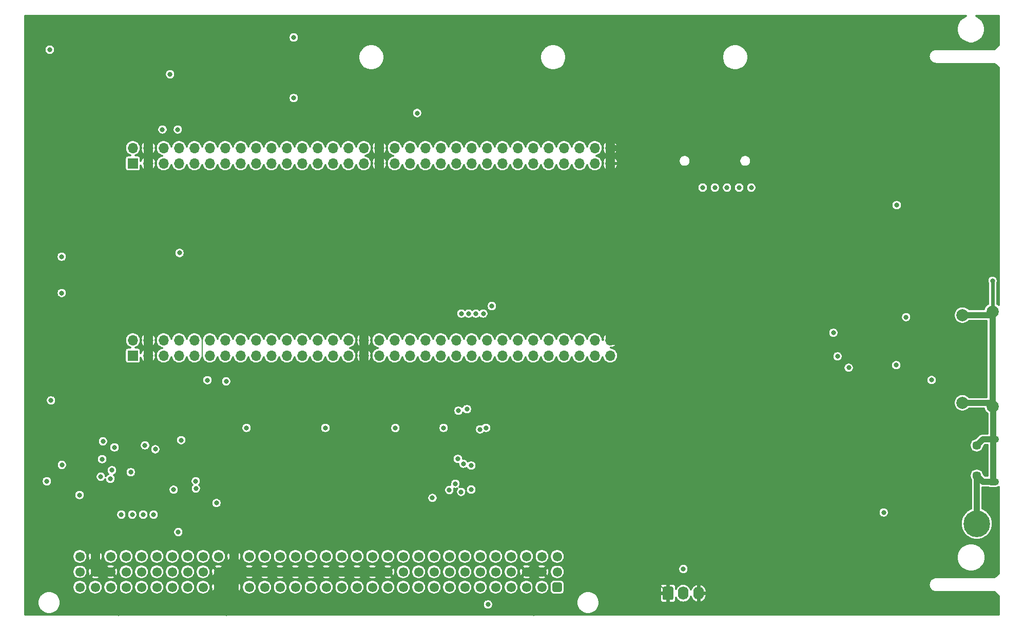
<source format=gbr>
G04 #@! TF.GenerationSoftware,KiCad,Pcbnew,5.1.9+dfsg1-1~bpo10+1*
G04 #@! TF.CreationDate,2022-12-01T16:36:58+01:00*
G04 #@! TF.ProjectId,nubus-to-ztex,6e756275-732d-4746-9f2d-7a7465782e6b,rev?*
G04 #@! TF.SameCoordinates,Original*
G04 #@! TF.FileFunction,Copper,L2,Inr*
G04 #@! TF.FilePolarity,Positive*
%FSLAX46Y46*%
G04 Gerber Fmt 4.6, Leading zero omitted, Abs format (unit mm)*
G04 Created by KiCad (PCBNEW 5.1.9+dfsg1-1~bpo10+1) date 2022-12-01 16:36:58*
%MOMM*%
%LPD*%
G01*
G04 APERTURE LIST*
G04 #@! TA.AperFunction,ComponentPad*
%ADD10C,4.400000*%
G04 #@! TD*
G04 #@! TA.AperFunction,ComponentPad*
%ADD11C,1.450000*%
G04 #@! TD*
G04 #@! TA.AperFunction,ComponentPad*
%ADD12O,1.900000X1.200000*%
G04 #@! TD*
G04 #@! TA.AperFunction,ComponentPad*
%ADD13O,1.740000X2.200000*%
G04 #@! TD*
G04 #@! TA.AperFunction,ComponentPad*
%ADD14R,1.700000X1.700000*%
G04 #@! TD*
G04 #@! TA.AperFunction,ComponentPad*
%ADD15O,1.700000X1.700000*%
G04 #@! TD*
G04 #@! TA.AperFunction,ComponentPad*
%ADD16C,2.000000*%
G04 #@! TD*
G04 #@! TA.AperFunction,ComponentPad*
%ADD17C,1.550000*%
G04 #@! TD*
G04 #@! TA.AperFunction,ViaPad*
%ADD18C,0.800000*%
G04 #@! TD*
G04 #@! TA.AperFunction,Conductor*
%ADD19C,1.500000*%
G04 #@! TD*
G04 #@! TA.AperFunction,Conductor*
%ADD20C,0.152400*%
G04 #@! TD*
G04 #@! TA.AperFunction,Conductor*
%ADD21C,1.000000*%
G04 #@! TD*
G04 #@! TA.AperFunction,Conductor*
%ADD22C,0.800000*%
G04 #@! TD*
G04 #@! TA.AperFunction,Conductor*
%ADD23C,0.500000*%
G04 #@! TD*
G04 #@! TA.AperFunction,Conductor*
%ADD24C,0.600000*%
G04 #@! TD*
G04 #@! TA.AperFunction,Conductor*
%ADD25C,0.300000*%
G04 #@! TD*
G04 #@! TA.AperFunction,Conductor*
%ADD26C,0.100000*%
G04 #@! TD*
G04 APERTURE END LIST*
D10*
X269197500Y-89500000D03*
D11*
X269197500Y-81570000D03*
X269197500Y-76570000D03*
D12*
X271897500Y-82570000D03*
X271897500Y-75570000D03*
G04 #@! TA.AperFunction,ComponentPad*
G36*
G01*
X217390000Y-101850001D02*
X217390000Y-100149999D01*
G75*
G02*
X217639999Y-99900000I249999J0D01*
G01*
X218880001Y-99900000D01*
G75*
G02*
X219130000Y-100149999I0J-249999D01*
G01*
X219130000Y-101850001D01*
G75*
G02*
X218880001Y-102100000I-249999J0D01*
G01*
X217639999Y-102100000D01*
G75*
G02*
X217390000Y-101850001I0J249999D01*
G01*
G37*
G04 #@! TD.AperFunction*
D13*
X220800000Y-101000000D03*
X223340000Y-101000000D03*
D14*
X130000000Y-30000000D03*
D15*
X130000000Y-27460000D03*
X132540000Y-30000000D03*
X132540000Y-27460000D03*
X135080000Y-30000000D03*
X135080000Y-27460000D03*
X137620000Y-30000000D03*
X137620000Y-27460000D03*
X140160000Y-30000000D03*
X140160000Y-27460000D03*
X142700000Y-30000000D03*
X142700000Y-27460000D03*
X145240000Y-30000000D03*
X145240000Y-27460000D03*
X147780000Y-30000000D03*
X147780000Y-27460000D03*
X150320000Y-30000000D03*
X150320000Y-27460000D03*
X152860000Y-30000000D03*
X152860000Y-27460000D03*
X155400000Y-30000000D03*
X155400000Y-27460000D03*
X157940000Y-30000000D03*
X157940000Y-27460000D03*
X160480000Y-30000000D03*
X160480000Y-27460000D03*
X163020000Y-30000000D03*
X163020000Y-27460000D03*
X165560000Y-30000000D03*
X165560000Y-27460000D03*
X168100000Y-30000000D03*
X168100000Y-27460000D03*
X170640000Y-30000000D03*
X170640000Y-27460000D03*
X173180000Y-30000000D03*
X173180000Y-27460000D03*
X175720000Y-30000000D03*
X175720000Y-27460000D03*
X178260000Y-30000000D03*
X178260000Y-27460000D03*
X180800000Y-30000000D03*
X180800000Y-27460000D03*
X183340000Y-30000000D03*
X183340000Y-27460000D03*
X185880000Y-30000000D03*
X185880000Y-27460000D03*
X188420000Y-30000000D03*
X188420000Y-27460000D03*
X190960000Y-30000000D03*
X190960000Y-27460000D03*
X193500000Y-30000000D03*
X193500000Y-27460000D03*
X196040000Y-30000000D03*
X196040000Y-27460000D03*
X198580000Y-30000000D03*
X198580000Y-27460000D03*
X201120000Y-30000000D03*
X201120000Y-27460000D03*
X203660000Y-30000000D03*
X203660000Y-27460000D03*
X206200000Y-30000000D03*
X206200000Y-27460000D03*
X208740000Y-30000000D03*
X208740000Y-27460000D03*
D16*
X271800000Y-70150000D03*
X271800000Y-54450000D03*
X266850000Y-69550000D03*
X266850000Y-55050000D03*
G04 #@! TA.AperFunction,ComponentPad*
G36*
G01*
X200775000Y-99474998D02*
X200775000Y-100525002D01*
G75*
G02*
X200525002Y-100775000I-249998J0D01*
G01*
X199474998Y-100775000D01*
G75*
G02*
X199225000Y-100525002I0J249998D01*
G01*
X199225000Y-99474998D01*
G75*
G02*
X199474998Y-99225000I249998J0D01*
G01*
X200525002Y-99225000D01*
G75*
G02*
X200775000Y-99474998I0J-249998D01*
G01*
G37*
G04 #@! TD.AperFunction*
D17*
X197460000Y-100000000D03*
X194920000Y-100000000D03*
X192380000Y-100000000D03*
X189840000Y-100000000D03*
X187300000Y-100000000D03*
X184760000Y-100000000D03*
X182220000Y-100000000D03*
X179680000Y-100000000D03*
X177140000Y-100000000D03*
X174600000Y-100000000D03*
X172060000Y-100000000D03*
X169520000Y-100000000D03*
X166980000Y-100000000D03*
X164440000Y-100000000D03*
X161900000Y-100000000D03*
X159360000Y-100000000D03*
X156820000Y-100000000D03*
X154280000Y-100000000D03*
X151740000Y-100000000D03*
X149200000Y-100000000D03*
X146660000Y-100000000D03*
X144120000Y-100000000D03*
X141580000Y-100000000D03*
X139040000Y-100000000D03*
X136500000Y-100000000D03*
X133960000Y-100000000D03*
X131420000Y-100000000D03*
X128880000Y-100000000D03*
X126340000Y-100000000D03*
X123800000Y-100000000D03*
X121260000Y-100000000D03*
X200000000Y-97460000D03*
X197460000Y-97460000D03*
X194920000Y-97460000D03*
X192380000Y-97460000D03*
X189840000Y-97460000D03*
X187300000Y-97460000D03*
X184760000Y-97460000D03*
X182220000Y-97460000D03*
X179680000Y-97460000D03*
X177140000Y-97460000D03*
X174600000Y-97460000D03*
X172060000Y-97460000D03*
X169520000Y-97460000D03*
X166980000Y-97460000D03*
X164440000Y-97460000D03*
X161900000Y-97460000D03*
X159360000Y-97460000D03*
X156820000Y-97460000D03*
X154280000Y-97460000D03*
X151740000Y-97460000D03*
X149200000Y-97460000D03*
X146660000Y-97460000D03*
X144120000Y-97460000D03*
X141580000Y-97460000D03*
X139040000Y-97460000D03*
X136500000Y-97460000D03*
X133960000Y-97460000D03*
X131420000Y-97460000D03*
X128880000Y-97460000D03*
X126340000Y-97460000D03*
X123800000Y-97460000D03*
X121260000Y-97460000D03*
X200000000Y-94920000D03*
X197460000Y-94920000D03*
X194920000Y-94920000D03*
X192380000Y-94920000D03*
X189840000Y-94920000D03*
X187300000Y-94920000D03*
X184760000Y-94920000D03*
X182220000Y-94920000D03*
X179680000Y-94920000D03*
X177140000Y-94920000D03*
X174600000Y-94920000D03*
X172060000Y-94920000D03*
X169520000Y-94920000D03*
X166980000Y-94920000D03*
X164440000Y-94920000D03*
X161900000Y-94920000D03*
X159360000Y-94920000D03*
X156820000Y-94920000D03*
X154280000Y-94920000D03*
X151740000Y-94920000D03*
X149200000Y-94920000D03*
X146660000Y-94920000D03*
X144120000Y-94920000D03*
X141580000Y-94920000D03*
X139040000Y-94920000D03*
X136500000Y-94920000D03*
X133960000Y-94920000D03*
X131420000Y-94920000D03*
X128880000Y-94920000D03*
X126340000Y-94920000D03*
X123800000Y-94920000D03*
X121260000Y-94920000D03*
D15*
X208740000Y-59210000D03*
X208740000Y-61750000D03*
X206200000Y-59210000D03*
X206200000Y-61750000D03*
X203660000Y-59210000D03*
X203660000Y-61750000D03*
X201120000Y-59210000D03*
X201120000Y-61750000D03*
X198580000Y-59210000D03*
X198580000Y-61750000D03*
X196040000Y-59210000D03*
X196040000Y-61750000D03*
X193500000Y-59210000D03*
X193500000Y-61750000D03*
X190960000Y-59210000D03*
X190960000Y-61750000D03*
X188420000Y-59210000D03*
X188420000Y-61750000D03*
X185880000Y-59210000D03*
X185880000Y-61750000D03*
X183340000Y-59210000D03*
X183340000Y-61750000D03*
X180800000Y-59210000D03*
X180800000Y-61750000D03*
X178260000Y-59210000D03*
X178260000Y-61750000D03*
X175720000Y-59210000D03*
X175720000Y-61750000D03*
X173180000Y-59210000D03*
X173180000Y-61750000D03*
X170640000Y-59210000D03*
X170640000Y-61750000D03*
X168100000Y-59210000D03*
X168100000Y-61750000D03*
X165560000Y-59210000D03*
X165560000Y-61750000D03*
X163020000Y-59210000D03*
X163020000Y-61750000D03*
X160480000Y-59210000D03*
X160480000Y-61750000D03*
X157940000Y-59210000D03*
X157940000Y-61750000D03*
X155400000Y-59210000D03*
X155400000Y-61750000D03*
X152860000Y-59210000D03*
X152860000Y-61750000D03*
X150320000Y-59210000D03*
X150320000Y-61750000D03*
X147780000Y-59210000D03*
X147780000Y-61750000D03*
X145240000Y-59210000D03*
X145240000Y-61750000D03*
X142700000Y-59210000D03*
X142700000Y-61750000D03*
X140160000Y-59210000D03*
X140160000Y-61750000D03*
X137620000Y-59210000D03*
X137620000Y-61750000D03*
X135080000Y-59210000D03*
X135080000Y-61750000D03*
X132540000Y-59210000D03*
X132540000Y-61750000D03*
X130000000Y-59210000D03*
D14*
X130000000Y-61750000D03*
D18*
X155357500Y-78180000D03*
X265875000Y-51000000D03*
X222740000Y-36800000D03*
X234000000Y-34000000D03*
X174500000Y-71000000D03*
X194880000Y-35760000D03*
X208740000Y-50800000D03*
X215540000Y-27460000D03*
X116300000Y-16437500D03*
X268000000Y-58050000D03*
X149900000Y-71000000D03*
X145300000Y-90050000D03*
X189500000Y-71000000D03*
X186786371Y-50762953D03*
X118534670Y-98720000D03*
X115200000Y-90730000D03*
X152880000Y-42180000D03*
X181586371Y-48162953D03*
X268000000Y-65550000D03*
X187000000Y-83100000D03*
X183850000Y-73462500D03*
X256220000Y-61875000D03*
X135250000Y-70800000D03*
X139252400Y-47600000D03*
X268000000Y-61050000D03*
X262640000Y-79355000D03*
X140070000Y-71650000D03*
X168650000Y-91575000D03*
X267730000Y-79355000D03*
X145400000Y-88100000D03*
X163000000Y-71000000D03*
X163305000Y-18100000D03*
X149555000Y-18100000D03*
X158100000Y-92000000D03*
X207500000Y-71000000D03*
X132800000Y-79640000D03*
X131100000Y-77215000D03*
X252900000Y-82730000D03*
X264200000Y-67357500D03*
X194857500Y-79750000D03*
X115200000Y-87480000D03*
X176480000Y-33630000D03*
X140070000Y-65480000D03*
X181586371Y-53962953D03*
X165000000Y-8080000D03*
X236450000Y-82730000D03*
X145125000Y-50200000D03*
X256010000Y-87920000D03*
X148200000Y-86800000D03*
X117200000Y-84780000D03*
X179800000Y-92480000D03*
X123800000Y-93000000D03*
X115670000Y-40410000D03*
X190611371Y-50675453D03*
X168357500Y-79750000D03*
X228090000Y-60250000D03*
X168820000Y-45760000D03*
X168357500Y-78180000D03*
X139300000Y-87450000D03*
X255040000Y-53812500D03*
X246062500Y-59100000D03*
X255500000Y-58625000D03*
X158127500Y-19200000D03*
X179857500Y-79750000D03*
X127900000Y-72015000D03*
X115200000Y-89430000D03*
X267720000Y-77180000D03*
X196200000Y-92480000D03*
X155357500Y-79750000D03*
X244180000Y-99750000D03*
X137500000Y-89312500D03*
X158730000Y-9200000D03*
X147900000Y-8080000D03*
X256000000Y-35315000D03*
X256000000Y-14000000D03*
X234000000Y-14000000D03*
X125722000Y-33528000D03*
X228670000Y-36800000D03*
X143040000Y-68680000D03*
X268560000Y-51000000D03*
X265875000Y-49425000D03*
X265875000Y-44295000D03*
X224457500Y-95500000D03*
X232000000Y-34000000D03*
X161750000Y-73687500D03*
X176885673Y-21678535D03*
X188250000Y-73687500D03*
X136727523Y-83900000D03*
X137700000Y-44789641D03*
X126287500Y-82100000D03*
X248080000Y-63750000D03*
X257550000Y-55387500D03*
X156530000Y-19200000D03*
X156530000Y-9200000D03*
X115812500Y-82500000D03*
X148750000Y-73687500D03*
X140387500Y-83700000D03*
X118300000Y-79800000D03*
X143787500Y-86100000D03*
X245550000Y-57975000D03*
X137500000Y-90887500D03*
X116300000Y-11212500D03*
X116500000Y-69150000D03*
X173300000Y-73700000D03*
X118265134Y-45400000D03*
X121200000Y-84780000D03*
X181250000Y-73687500D03*
X118265134Y-51400000D03*
X136140000Y-15272793D03*
X189211371Y-53562953D03*
X129652500Y-81000000D03*
X179412661Y-85255497D03*
X256000000Y-36890000D03*
X253850000Y-87660000D03*
X246230000Y-61872500D03*
X131697842Y-88000000D03*
X129897842Y-88000000D03*
X128097842Y-88000000D03*
X133421568Y-88014972D03*
X188575000Y-102850000D03*
X220800000Y-97000000D03*
X187800000Y-54800000D03*
X184200000Y-54800000D03*
X183600000Y-78800000D03*
X184150000Y-84250000D03*
X186600000Y-54800000D03*
X187263411Y-73930000D03*
X185400000Y-54800000D03*
X185800000Y-83875000D03*
X185800000Y-79900000D03*
X137965000Y-75700000D03*
X132000000Y-76565000D03*
X137410000Y-24400000D03*
X134880000Y-24400000D03*
X271800000Y-49380000D03*
X226000000Y-34000000D03*
X228000000Y-34000000D03*
X224000000Y-34000000D03*
X230000000Y-34000000D03*
X133700000Y-77215000D03*
X145387500Y-66000000D03*
X140375000Y-82475000D03*
X142300000Y-65800000D03*
X125066330Y-75900000D03*
X126550000Y-80675000D03*
X124712500Y-81750000D03*
X126975000Y-76905000D03*
X124925000Y-78850000D03*
X182200161Y-83950161D03*
X183200000Y-82900000D03*
X184500000Y-79600000D03*
X185110000Y-70590000D03*
X183710000Y-70850000D03*
X261760000Y-65782500D03*
X255920000Y-63320000D03*
D19*
X208740000Y-30000000D02*
X208740000Y-27460000D01*
X208740000Y-27460000D02*
X208740000Y-24760000D01*
X208740000Y-30000000D02*
X208740000Y-32560000D01*
D20*
X208740000Y-32560000D02*
X198080000Y-32560000D01*
X198080000Y-32560000D02*
X194880000Y-35760000D01*
X194880000Y-35760000D02*
X194750000Y-35890000D01*
D21*
X215540000Y-27460000D02*
X208740000Y-27460000D01*
D20*
X179800000Y-92480000D02*
X169555000Y-92480000D01*
D22*
X168820000Y-52500000D02*
X168820000Y-45760000D01*
D23*
X196200000Y-97460000D02*
X196200000Y-92480000D01*
X123800000Y-97460000D02*
X122540000Y-98720000D01*
D20*
X115200000Y-89430000D02*
X115200000Y-87480000D01*
X132540000Y-23462500D02*
X132540000Y-23660000D01*
D23*
X196200000Y-89100000D02*
X196200000Y-82592500D01*
D20*
X155250000Y-79750000D02*
X155357500Y-79750000D01*
D22*
X168820000Y-55760000D02*
X168820000Y-52500000D01*
D20*
X228090000Y-60250000D02*
X244912500Y-60250000D01*
X212100000Y-60250000D02*
X228090000Y-60250000D01*
D22*
X168100000Y-56480000D02*
X168820000Y-55760000D01*
D20*
X149555000Y-18100000D02*
X138100000Y-18100000D01*
X168100000Y-74012500D02*
X168357500Y-74270000D01*
X168720000Y-52600000D02*
X168820000Y-52500000D01*
D23*
X168250000Y-92250000D02*
X168250001Y-91974999D01*
X168250001Y-91974999D02*
X168650000Y-91575000D01*
D19*
X123800000Y-97460000D02*
X123800000Y-94920000D01*
D20*
X139300000Y-87450000D02*
X137500000Y-89250000D01*
X194857500Y-79750000D02*
X203560000Y-71047500D01*
X203560000Y-71047500D02*
X203560000Y-71000000D01*
D23*
X153025000Y-97460000D02*
X153025000Y-92075000D01*
D19*
X170640000Y-27460000D02*
X170640000Y-21315000D01*
D20*
X191507500Y-83100000D02*
X194857500Y-79750000D01*
X187000000Y-83100000D02*
X191507500Y-83100000D01*
X168357500Y-74270000D02*
X168357500Y-78180000D01*
D19*
X164440000Y-97460000D02*
X166980000Y-97460000D01*
D20*
X163000000Y-71000000D02*
X168100000Y-71000000D01*
X196200000Y-92480000D02*
X179800000Y-92480000D01*
X132800000Y-79640000D02*
X132800000Y-84612500D01*
X132800000Y-84612500D02*
X137500000Y-89312500D01*
X169555000Y-92480000D02*
X169049999Y-91974999D01*
X169049999Y-91974999D02*
X168650000Y-91575000D01*
X267730000Y-77190000D02*
X267720000Y-77180000D01*
X115200000Y-90730000D02*
X115200000Y-95425330D01*
X117200000Y-72200000D02*
X117200000Y-72200000D01*
X123500000Y-65900000D02*
X127500000Y-65900000D01*
X148200000Y-86800000D02*
X155250000Y-79750000D01*
D19*
X132540000Y-47600000D02*
X132540000Y-52520000D01*
X132540000Y-52520000D02*
X132540000Y-59210000D01*
D20*
X131600000Y-65900000D02*
X132540000Y-64960000D01*
X132410000Y-52390000D02*
X132540000Y-52520000D01*
D19*
X156820000Y-97460000D02*
X158100000Y-97460000D01*
D20*
X211060000Y-59210000D02*
X212100000Y-60250000D01*
D19*
X170640000Y-40360000D02*
X170640000Y-33630000D01*
D20*
X170640000Y-33630000D02*
X176480000Y-33630000D01*
D19*
X168100000Y-61750000D02*
X168100000Y-71000000D01*
D23*
X118534670Y-98720000D02*
X122540000Y-98720000D01*
D20*
X149900000Y-71000000D02*
X163000000Y-71000000D01*
D19*
X153025000Y-97460000D02*
X154280000Y-97460000D01*
D20*
X135250000Y-67670000D02*
X132540000Y-64960000D01*
D19*
X132540000Y-27460000D02*
X132540000Y-23660000D01*
X132540000Y-61750000D02*
X132540000Y-64960000D01*
D20*
X115200000Y-90730000D02*
X115200000Y-89430000D01*
D19*
X163175000Y-97460000D02*
X164440000Y-97460000D01*
D23*
X163175000Y-97460000D02*
X163175000Y-91975000D01*
X168820000Y-42180000D02*
X152880000Y-42180000D01*
D20*
X132950000Y-42180000D02*
X132540000Y-42590000D01*
X134035000Y-72015000D02*
X135250000Y-70800000D01*
X196170000Y-104500000D02*
X145390000Y-104500000D01*
X145125000Y-50200000D02*
X142525000Y-47600000D01*
X142525000Y-47600000D02*
X139252400Y-47600000D01*
D23*
X152880000Y-42180000D02*
X132950000Y-42180000D01*
D19*
X132540000Y-33600000D02*
X132540000Y-42590000D01*
D20*
X158760000Y-8080000D02*
X147900000Y-8080000D01*
X170617047Y-53962953D02*
X181586371Y-53962953D01*
X186873871Y-50675453D02*
X186786371Y-50762953D01*
X264200000Y-67357500D02*
X266007500Y-65550000D01*
X266007500Y-65550000D02*
X268000000Y-65550000D01*
X264200000Y-67357500D02*
X263800001Y-67757499D01*
X170640000Y-21315000D02*
X166520000Y-21315000D01*
X189500000Y-71000000D02*
X202250000Y-71000000D01*
X183850000Y-73462500D02*
X186312500Y-71000000D01*
X137500000Y-89250000D02*
X137500000Y-89312500D01*
X146660000Y-91410000D02*
X145300000Y-90050000D01*
D19*
X144120000Y-100000000D02*
X144120000Y-97460000D01*
D20*
X147900000Y-8080000D02*
X147900000Y-16445000D01*
X147900000Y-16445000D02*
X149555000Y-18100000D01*
D22*
X168820000Y-45760000D02*
X168820000Y-42180000D01*
D20*
X256010000Y-87920000D02*
X244180000Y-99750000D01*
X256220000Y-61875000D02*
X256220000Y-59345000D01*
D19*
X161900000Y-97460000D02*
X163175000Y-97460000D01*
D20*
X186786371Y-50762953D02*
X184786371Y-50762953D01*
X184786371Y-50762953D02*
X181586371Y-53962953D01*
X268000000Y-65550000D02*
X268000000Y-58050000D01*
D23*
X123800000Y-97460000D02*
X122530000Y-96190000D01*
X158100000Y-97460000D02*
X158100000Y-92000000D01*
D20*
X148200000Y-86800000D02*
X139950000Y-86800000D01*
D19*
X132540000Y-30000000D02*
X132540000Y-33600000D01*
D20*
X196200000Y-82592500D02*
X196200000Y-81092500D01*
X196200000Y-81092500D02*
X194857500Y-79750000D01*
X168820000Y-55760000D02*
X170617047Y-53962953D01*
X117200000Y-72200000D02*
X123500000Y-65900000D01*
X186312500Y-71000000D02*
X189500000Y-71000000D01*
D19*
X159360000Y-97460000D02*
X161900000Y-97460000D01*
D20*
X127900000Y-72015000D02*
X134035000Y-72015000D01*
X255040000Y-58165000D02*
X255500000Y-58625000D01*
X207500000Y-71000000D02*
X207500000Y-71000000D01*
D23*
X118534670Y-98720000D02*
X118534670Y-98720000D01*
D19*
X132540000Y-42590000D02*
X132540000Y-47600000D01*
X146660000Y-94920000D02*
X146660000Y-92000000D01*
D20*
X239420000Y-104510000D02*
X198510000Y-104510000D01*
D23*
X153025000Y-97460000D02*
X153025000Y-102475000D01*
D20*
X117200000Y-84780000D02*
X117200000Y-72200000D01*
D19*
X123800000Y-94920000D02*
X123800000Y-93000000D01*
D20*
X262640000Y-79355000D02*
X267730000Y-79355000D01*
X263800001Y-67757499D02*
X263800001Y-73260001D01*
X263800001Y-73260001D02*
X267320001Y-76780001D01*
X138100000Y-18100000D02*
X132540000Y-23660000D01*
X165000000Y-8080000D02*
X158760000Y-8080000D01*
X202250000Y-71000000D02*
X203560000Y-71000000D01*
X203560000Y-71000000D02*
X207500000Y-71000000D01*
D19*
X144120000Y-100000000D02*
X144120000Y-103230000D01*
D20*
X145300000Y-90050000D02*
X145300000Y-88200000D01*
X141430000Y-64120000D02*
X141430000Y-53895000D01*
D22*
X168100000Y-71000000D02*
X168100000Y-74012500D01*
D20*
X131237500Y-77352500D02*
X131100000Y-77215000D01*
D19*
X196200000Y-97460000D02*
X194920000Y-97460000D01*
X144120000Y-97460000D02*
X146660000Y-97460000D01*
D23*
X144120000Y-103230000D02*
X145390000Y-104500000D01*
D19*
X149200000Y-97460000D02*
X151740000Y-97460000D01*
D20*
X155357500Y-79750000D02*
X168357500Y-79750000D01*
X208740000Y-57660000D02*
X208740000Y-58007919D01*
X210000000Y-59210000D02*
X211060000Y-59210000D01*
X198510000Y-104510000D02*
X198500000Y-104500000D01*
X176480000Y-33630000D02*
X176480000Y-33630000D01*
D19*
X170640000Y-33630000D02*
X170640000Y-30000000D01*
D20*
X252900000Y-82730000D02*
X236450000Y-82730000D01*
D19*
X169520000Y-97460000D02*
X172060000Y-97460000D01*
X132540000Y-27460000D02*
X132540000Y-30000000D01*
X170640000Y-27460000D02*
X170640000Y-30000000D01*
D20*
X115200000Y-87480000D02*
X115200000Y-86780000D01*
D19*
X146660000Y-100000000D02*
X146660000Y-103230000D01*
X146660000Y-100000000D02*
X146660000Y-97460000D01*
D20*
X116300000Y-16437500D02*
X125317500Y-16437500D01*
X125317500Y-16437500D02*
X132540000Y-23660000D01*
X140070000Y-71650000D02*
X140070000Y-76930000D01*
X212100000Y-66400000D02*
X207500000Y-71000000D01*
D19*
X197460000Y-97460000D02*
X196200000Y-97460000D01*
D20*
X140070000Y-65480000D02*
X140070000Y-65480000D01*
X115200000Y-86780000D02*
X117200000Y-84780000D01*
X140070000Y-76930000D02*
X137360000Y-79640000D01*
X137360000Y-79640000D02*
X132800000Y-79640000D01*
X179857500Y-79750000D02*
X168357500Y-79750000D01*
X198500000Y-104500000D02*
X196170000Y-104500000D01*
X141430000Y-53895000D02*
X145125000Y-50200000D01*
X140070000Y-65480000D02*
X141430000Y-64120000D01*
D23*
X127600000Y-98720000D02*
X127600000Y-104500000D01*
D20*
X256010000Y-87920000D02*
X256010000Y-85840000D01*
X246062500Y-59100000D02*
X255025000Y-59100000D01*
X255025000Y-59100000D02*
X255500000Y-58625000D01*
X127499999Y-65900001D02*
X127500000Y-65900000D01*
X170640000Y-30000000D02*
X170640000Y-31202081D01*
X127500000Y-65900000D02*
X131600000Y-65900000D01*
X256220000Y-59345000D02*
X255500000Y-58625000D01*
D19*
X146660000Y-97460000D02*
X149200000Y-97460000D01*
X151740000Y-97460000D02*
X153025000Y-97460000D01*
D23*
X196200000Y-92480000D02*
X196200000Y-89100000D01*
D20*
X181586371Y-53962953D02*
X181586371Y-48162953D01*
X119480000Y-96190000D02*
X115964670Y-96190000D01*
D23*
X122530000Y-96190000D02*
X119480000Y-96190000D01*
D19*
X124896015Y-97460000D02*
X126340000Y-97460000D01*
D20*
X212100000Y-60250000D02*
X212100000Y-66400000D01*
D19*
X168100000Y-59210000D02*
X168100000Y-61750000D01*
X154280000Y-97460000D02*
X156820000Y-97460000D01*
D23*
X163175000Y-97460000D02*
X163175000Y-102425000D01*
D20*
X135250000Y-70800000D02*
X135250000Y-67670000D01*
X262640000Y-79355000D02*
X256275000Y-79355000D01*
X158730000Y-8110000D02*
X158760000Y-8080000D01*
X158127500Y-19200000D02*
X159227500Y-18100000D01*
X159227500Y-18100000D02*
X163305000Y-18100000D01*
D23*
X168250000Y-97460000D02*
X168250000Y-92250000D01*
D19*
X166980000Y-97460000D02*
X168250000Y-97460000D01*
D20*
X149555000Y-18100000D02*
X159227500Y-18100000D01*
X244912500Y-60250000D02*
X246062500Y-59100000D01*
X139252400Y-47600000D02*
X132540000Y-47600000D01*
X256010000Y-85840000D02*
X252900000Y-82730000D01*
D23*
X197460000Y-97460000D02*
X198730000Y-96190000D01*
D19*
X146660000Y-97460000D02*
X146660000Y-94920000D01*
D20*
X267320001Y-76780001D02*
X267720000Y-77180000D01*
X256275000Y-79355000D02*
X252900000Y-82730000D01*
X145400000Y-88100000D02*
X146900000Y-88100000D01*
D23*
X126340000Y-97460000D02*
X127600000Y-98720000D01*
D20*
X139950000Y-86800000D02*
X139300000Y-87450000D01*
X255040000Y-53812500D02*
X255040000Y-58165000D01*
X135649999Y-69900001D02*
X140070000Y-65480000D01*
X135250000Y-70800000D02*
X135649999Y-70400001D01*
X135649999Y-70400001D02*
X135649999Y-69900001D01*
X202250000Y-71000000D02*
X202400000Y-71000000D01*
D19*
X146660000Y-100000000D02*
X144120000Y-100000000D01*
D20*
X146900000Y-88100000D02*
X148200000Y-86800000D01*
D19*
X168100000Y-59210000D02*
X168100000Y-56480000D01*
D23*
X168250000Y-97460000D02*
X168250000Y-102000000D01*
D19*
X168250000Y-97460000D02*
X169520000Y-97460000D01*
D20*
X168357500Y-78180000D02*
X168357500Y-79750000D01*
X170640000Y-31202081D02*
X170688000Y-31250081D01*
D19*
X123800000Y-97460000D02*
X124896015Y-97460000D01*
D20*
X140070000Y-65480000D02*
X140070000Y-71650000D01*
D22*
X168820000Y-42180000D02*
X170640000Y-40360000D01*
D19*
X208740000Y-59210000D02*
X210000000Y-59210000D01*
D20*
X145300000Y-88200000D02*
X145400000Y-88100000D01*
D23*
X158100000Y-97460000D02*
X158100000Y-102800000D01*
D20*
X190611371Y-50675453D02*
X186873871Y-50675453D01*
X166520000Y-21315000D02*
X163305000Y-18100000D01*
X145390000Y-104500000D02*
X127600000Y-104500000D01*
X132440000Y-33500000D02*
X132540000Y-33600000D01*
X267730000Y-79355000D02*
X267730000Y-77190000D01*
X115200000Y-95425330D02*
X115964670Y-96190000D01*
D19*
X132540000Y-61750000D02*
X132540000Y-59210000D01*
D20*
X146660000Y-93260000D02*
X146660000Y-91410000D01*
D19*
X208740000Y-59210000D02*
X208740000Y-58007919D01*
D20*
X115964670Y-96190000D02*
X118534670Y-98760000D01*
X196170000Y-97490000D02*
X196200000Y-97460000D01*
D23*
X196170000Y-97490000D02*
X196170000Y-104500000D01*
D19*
X158100000Y-97460000D02*
X159360000Y-97460000D01*
D20*
X158730000Y-9200000D02*
X158730000Y-8110000D01*
X244180000Y-99750000D02*
X239420000Y-104510000D01*
D23*
X146660000Y-103230000D02*
X145390000Y-104500000D01*
D20*
X208740000Y-58007919D02*
X208740000Y-50800000D01*
X192750000Y-33630000D02*
X194880000Y-35760000D01*
X176480000Y-33630000D02*
X192750000Y-33630000D01*
X190611371Y-40028629D02*
X194880000Y-35760000D01*
X190611371Y-50675453D02*
X190611371Y-40028629D01*
X208740000Y-50800000D02*
X208740000Y-32560000D01*
X256000000Y-14010000D02*
X256000000Y-14010000D01*
X234000000Y-34000000D02*
X234000000Y-14000000D01*
X234000000Y-14000000D02*
X256000000Y-14000000D01*
X256000000Y-14000000D02*
X256000000Y-35315000D01*
X118840000Y-40410000D02*
X125722000Y-33528000D01*
X115670000Y-40410000D02*
X118840000Y-40410000D01*
X132468000Y-33528000D02*
X132540000Y-33600000D01*
X125722000Y-33528000D02*
X132468000Y-33528000D01*
X208740000Y-50800000D02*
X222740000Y-36800000D01*
X231200000Y-36800000D02*
X234000000Y-34000000D01*
X222740000Y-36800000D02*
X228670000Y-36800000D01*
X228670000Y-36800000D02*
X231200000Y-36800000D01*
X140070000Y-71650000D02*
X143040000Y-68680000D01*
X259427500Y-49425000D02*
X255040000Y-53812500D01*
X265875000Y-49425000D02*
X259427500Y-49425000D01*
D23*
X212350000Y-96190000D02*
X198730000Y-96190000D01*
D20*
X155357500Y-79750000D02*
X155357500Y-78180000D01*
X213450000Y-96190000D02*
X218260000Y-101000000D01*
X212350000Y-96190000D02*
X213450000Y-96190000D01*
X213040000Y-95500000D02*
X212350000Y-96190000D01*
X224457500Y-95500000D02*
X213040000Y-95500000D01*
X236450000Y-83507500D02*
X224457500Y-95500000D01*
X236450000Y-82730000D02*
X236450000Y-83507500D01*
D21*
X271200000Y-55050000D02*
X271800000Y-54450000D01*
X266850000Y-55050000D02*
X271200000Y-55050000D01*
X271800000Y-54450000D02*
X271800000Y-70150000D01*
X271200000Y-69550000D02*
X271800000Y-70150000D01*
X266850000Y-69550000D02*
X271200000Y-69550000D01*
X270197500Y-82570000D02*
X269197500Y-81570000D01*
X271897500Y-82570000D02*
X270197500Y-82570000D01*
X270197500Y-75570000D02*
X271897500Y-75570000D01*
X269197500Y-76570000D02*
X270197500Y-75570000D01*
X271897500Y-82570000D02*
X271897500Y-75570000D01*
D20*
X271897500Y-71247500D02*
X271887500Y-71237500D01*
X266840000Y-55040000D02*
X266850000Y-55050000D01*
D21*
X271897500Y-70247500D02*
X271800000Y-70150000D01*
X271897500Y-75570000D02*
X271897500Y-70247500D01*
D24*
X271800000Y-54450000D02*
X271800000Y-49380000D01*
D21*
X269197500Y-89500000D02*
X269197500Y-81570000D01*
D25*
X267154575Y-5761895D02*
X266772348Y-6017290D01*
X266447290Y-6342348D01*
X266191895Y-6724575D01*
X266015975Y-7149282D01*
X265926292Y-7600150D01*
X265926292Y-8059850D01*
X266015975Y-8510718D01*
X266191895Y-8935425D01*
X266447290Y-9317652D01*
X266772348Y-9642710D01*
X267154575Y-9898105D01*
X267579282Y-10074025D01*
X268030150Y-10163708D01*
X268489850Y-10163708D01*
X268940718Y-10074025D01*
X269365425Y-9898105D01*
X269747652Y-9642710D01*
X270072710Y-9317652D01*
X270328105Y-8935425D01*
X270504025Y-8510718D01*
X270593708Y-8059850D01*
X270593708Y-7600150D01*
X270504025Y-7149282D01*
X270328105Y-6724575D01*
X270072710Y-6342348D01*
X269747652Y-6017290D01*
X269365425Y-5761895D01*
X269095287Y-5650000D01*
X272805000Y-5650000D01*
X272805001Y-10462536D01*
X272162539Y-11105000D01*
X262474212Y-11105000D01*
X262448079Y-11107574D01*
X262438992Y-11107574D01*
X262431702Y-11108340D01*
X262295938Y-11123569D01*
X262249407Y-11133460D01*
X262202722Y-11142703D01*
X262195720Y-11144871D01*
X262065499Y-11186179D01*
X262021741Y-11204934D01*
X261977767Y-11223058D01*
X261971325Y-11226542D01*
X261971322Y-11226543D01*
X261971319Y-11226545D01*
X261851601Y-11292361D01*
X261812366Y-11319226D01*
X261772708Y-11345575D01*
X261767060Y-11350247D01*
X261662406Y-11438062D01*
X261629113Y-11472060D01*
X261595349Y-11505589D01*
X261590716Y-11511269D01*
X261505112Y-11617739D01*
X261479038Y-11657585D01*
X261452451Y-11697001D01*
X261449009Y-11703473D01*
X261385715Y-11824543D01*
X261367893Y-11868653D01*
X261349449Y-11912530D01*
X261347331Y-11919548D01*
X261308759Y-12050605D01*
X261299847Y-12097324D01*
X261290275Y-12143956D01*
X261289560Y-12151251D01*
X261277178Y-12287304D01*
X261277510Y-12334881D01*
X261277177Y-12382468D01*
X261277893Y-12389763D01*
X261292173Y-12525631D01*
X261301738Y-12572227D01*
X261310658Y-12618987D01*
X261312777Y-12626004D01*
X261353176Y-12756510D01*
X261371612Y-12800367D01*
X261389439Y-12844492D01*
X261392881Y-12850964D01*
X261457859Y-12971138D01*
X261484461Y-13010578D01*
X261510520Y-13050400D01*
X261515153Y-13056081D01*
X261602235Y-13161346D01*
X261636019Y-13194895D01*
X261669294Y-13228874D01*
X261674942Y-13233547D01*
X261780812Y-13319892D01*
X261820450Y-13346227D01*
X261859707Y-13373107D01*
X261866155Y-13376593D01*
X261986780Y-13440730D01*
X262030761Y-13458858D01*
X262074505Y-13477607D01*
X262081507Y-13479774D01*
X262212292Y-13519261D01*
X262258951Y-13528500D01*
X262305516Y-13538398D01*
X262312806Y-13539164D01*
X262448770Y-13552495D01*
X262448780Y-13552495D01*
X262474212Y-13555000D01*
X272162539Y-13555000D01*
X272805001Y-14197464D01*
X272805001Y-53404391D01*
X272724321Y-53323711D01*
X272550000Y-53207234D01*
X272550000Y-49787505D01*
X272553260Y-49782626D01*
X272617335Y-49627936D01*
X272650000Y-49463718D01*
X272650000Y-49296282D01*
X272617335Y-49132064D01*
X272553260Y-48977374D01*
X272460238Y-48838156D01*
X272341844Y-48719762D01*
X272202626Y-48626740D01*
X272047936Y-48562665D01*
X271883718Y-48530000D01*
X271716282Y-48530000D01*
X271552064Y-48562665D01*
X271397374Y-48626740D01*
X271258156Y-48719762D01*
X271139762Y-48838156D01*
X271046740Y-48977374D01*
X270982665Y-49132064D01*
X270950000Y-49296282D01*
X270950000Y-49463718D01*
X270982665Y-49627936D01*
X271046740Y-49782626D01*
X271050001Y-49787506D01*
X271050000Y-53207234D01*
X270875679Y-53323711D01*
X270673711Y-53525679D01*
X270515027Y-53763167D01*
X270405723Y-54027051D01*
X270391212Y-54100000D01*
X267950610Y-54100000D01*
X267774321Y-53923711D01*
X267536833Y-53765027D01*
X267272949Y-53655723D01*
X266992813Y-53600000D01*
X266707187Y-53600000D01*
X266427051Y-53655723D01*
X266163167Y-53765027D01*
X265925679Y-53923711D01*
X265723711Y-54125679D01*
X265565027Y-54363167D01*
X265455723Y-54627051D01*
X265400000Y-54907187D01*
X265400000Y-55192813D01*
X265455723Y-55472949D01*
X265565027Y-55736833D01*
X265723711Y-55974321D01*
X265925679Y-56176289D01*
X266163167Y-56334973D01*
X266427051Y-56444277D01*
X266707187Y-56500000D01*
X266992813Y-56500000D01*
X267272949Y-56444277D01*
X267536833Y-56334973D01*
X267774321Y-56176289D01*
X267950610Y-56000000D01*
X270850000Y-56000000D01*
X270850001Y-68600000D01*
X267950610Y-68600000D01*
X267774321Y-68423711D01*
X267536833Y-68265027D01*
X267272949Y-68155723D01*
X266992813Y-68100000D01*
X266707187Y-68100000D01*
X266427051Y-68155723D01*
X266163167Y-68265027D01*
X265925679Y-68423711D01*
X265723711Y-68625679D01*
X265565027Y-68863167D01*
X265455723Y-69127051D01*
X265400000Y-69407187D01*
X265400000Y-69692813D01*
X265455723Y-69972949D01*
X265565027Y-70236833D01*
X265723711Y-70474321D01*
X265925679Y-70676289D01*
X266163167Y-70834973D01*
X266427051Y-70944277D01*
X266707187Y-71000000D01*
X266992813Y-71000000D01*
X267272949Y-70944277D01*
X267536833Y-70834973D01*
X267774321Y-70676289D01*
X267950610Y-70500000D01*
X270391212Y-70500000D01*
X270405723Y-70572949D01*
X270515027Y-70836833D01*
X270673711Y-71074321D01*
X270875679Y-71276289D01*
X270947501Y-71324279D01*
X270947500Y-74620000D01*
X270244157Y-74620000D01*
X270197500Y-74615405D01*
X270150843Y-74620000D01*
X270150835Y-74620000D01*
X270027220Y-74632175D01*
X270011267Y-74633746D01*
X269832191Y-74688068D01*
X269743977Y-74735220D01*
X269667155Y-74776282D01*
X269522499Y-74894999D01*
X269492750Y-74931248D01*
X269015894Y-75408104D01*
X268854765Y-75440155D01*
X268640929Y-75528729D01*
X268448481Y-75657318D01*
X268284818Y-75820981D01*
X268156229Y-76013429D01*
X268067655Y-76227265D01*
X268022500Y-76454273D01*
X268022500Y-76685727D01*
X268067655Y-76912735D01*
X268156229Y-77126571D01*
X268284818Y-77319019D01*
X268448481Y-77482682D01*
X268640929Y-77611271D01*
X268854765Y-77699845D01*
X269081773Y-77745000D01*
X269313227Y-77745000D01*
X269540235Y-77699845D01*
X269754071Y-77611271D01*
X269946519Y-77482682D01*
X270110182Y-77319019D01*
X270238771Y-77126571D01*
X270327345Y-76912735D01*
X270359396Y-76751606D01*
X270591002Y-76520000D01*
X270947501Y-76520000D01*
X270947500Y-81620000D01*
X270591002Y-81620000D01*
X270359396Y-81388394D01*
X270327345Y-81227265D01*
X270238771Y-81013429D01*
X270110182Y-80820981D01*
X269946519Y-80657318D01*
X269754071Y-80528729D01*
X269540235Y-80440155D01*
X269313227Y-80395000D01*
X269081773Y-80395000D01*
X268854765Y-80440155D01*
X268640929Y-80528729D01*
X268448481Y-80657318D01*
X268284818Y-80820981D01*
X268156229Y-81013429D01*
X268067655Y-81227265D01*
X268022500Y-81454273D01*
X268022500Y-81685727D01*
X268067655Y-81912735D01*
X268156229Y-82126571D01*
X268247501Y-82263170D01*
X268247500Y-87025164D01*
X267942254Y-87151601D01*
X267508224Y-87441611D01*
X267139111Y-87810724D01*
X266849101Y-88244754D01*
X266649338Y-88727024D01*
X266547500Y-89238998D01*
X266547500Y-89761002D01*
X266649338Y-90272976D01*
X266849101Y-90755246D01*
X267139111Y-91189276D01*
X267508224Y-91558389D01*
X267942254Y-91848399D01*
X268424524Y-92048162D01*
X268936498Y-92150000D01*
X269458502Y-92150000D01*
X269970476Y-92048162D01*
X270452746Y-91848399D01*
X270886776Y-91558389D01*
X271255889Y-91189276D01*
X271545899Y-90755246D01*
X271745662Y-90272976D01*
X271847500Y-89761002D01*
X271847500Y-89238998D01*
X271745662Y-88727024D01*
X271545899Y-88244754D01*
X271255889Y-87810724D01*
X270886776Y-87441611D01*
X270452746Y-87151601D01*
X270147500Y-87025164D01*
X270147500Y-83519672D01*
X270150835Y-83520000D01*
X270150843Y-83520000D01*
X270197500Y-83524595D01*
X270244157Y-83520000D01*
X271097402Y-83520000D01*
X271143738Y-83544767D01*
X271341664Y-83604807D01*
X271495922Y-83620000D01*
X272299078Y-83620000D01*
X272453336Y-83604807D01*
X272651262Y-83544767D01*
X272805000Y-83462592D01*
X272805000Y-97712537D01*
X272162539Y-98355000D01*
X262474212Y-98355000D01*
X262448079Y-98357574D01*
X262438992Y-98357574D01*
X262431702Y-98358340D01*
X262295938Y-98373569D01*
X262249407Y-98383460D01*
X262202722Y-98392703D01*
X262195720Y-98394871D01*
X262065499Y-98436179D01*
X262021741Y-98454934D01*
X261977767Y-98473058D01*
X261971325Y-98476542D01*
X261971322Y-98476543D01*
X261971319Y-98476545D01*
X261851601Y-98542361D01*
X261812366Y-98569226D01*
X261772708Y-98595575D01*
X261767060Y-98600247D01*
X261662406Y-98688062D01*
X261629113Y-98722060D01*
X261595349Y-98755589D01*
X261590716Y-98761269D01*
X261505112Y-98867739D01*
X261479038Y-98907585D01*
X261452451Y-98947001D01*
X261449009Y-98953473D01*
X261385715Y-99074543D01*
X261367893Y-99118653D01*
X261349449Y-99162530D01*
X261347331Y-99169548D01*
X261308759Y-99300605D01*
X261299847Y-99347324D01*
X261290275Y-99393956D01*
X261289560Y-99401251D01*
X261277178Y-99537304D01*
X261277510Y-99584881D01*
X261277177Y-99632468D01*
X261277893Y-99639763D01*
X261292173Y-99775631D01*
X261301738Y-99822227D01*
X261310658Y-99868987D01*
X261312777Y-99876004D01*
X261353176Y-100006510D01*
X261371612Y-100050367D01*
X261389439Y-100094492D01*
X261392881Y-100100964D01*
X261457859Y-100221138D01*
X261484461Y-100260578D01*
X261510520Y-100300400D01*
X261515153Y-100306081D01*
X261602235Y-100411346D01*
X261636019Y-100444895D01*
X261669294Y-100478874D01*
X261674942Y-100483547D01*
X261780812Y-100569892D01*
X261820450Y-100596227D01*
X261859707Y-100623107D01*
X261866155Y-100626593D01*
X261986780Y-100690730D01*
X262030761Y-100708858D01*
X262074505Y-100727607D01*
X262081507Y-100729774D01*
X262212292Y-100769261D01*
X262258951Y-100778500D01*
X262305516Y-100788398D01*
X262312806Y-100789164D01*
X262448770Y-100802495D01*
X262448780Y-100802495D01*
X262474212Y-100805000D01*
X272162539Y-100805000D01*
X272805001Y-101447464D01*
X272805000Y-104555000D01*
X112255000Y-104555000D01*
X112255000Y-102355329D01*
X114305000Y-102355329D01*
X114305000Y-102724671D01*
X114377056Y-103086917D01*
X114518397Y-103428145D01*
X114723593Y-103735243D01*
X114984757Y-103996407D01*
X115291855Y-104201603D01*
X115633083Y-104342944D01*
X115995329Y-104415000D01*
X116364671Y-104415000D01*
X116726917Y-104342944D01*
X117068145Y-104201603D01*
X117375243Y-103996407D01*
X117636407Y-103735243D01*
X117841603Y-103428145D01*
X117982944Y-103086917D01*
X118046722Y-102766282D01*
X187725000Y-102766282D01*
X187725000Y-102933718D01*
X187757665Y-103097936D01*
X187821740Y-103252626D01*
X187914762Y-103391844D01*
X188033156Y-103510238D01*
X188172374Y-103603260D01*
X188327064Y-103667335D01*
X188491282Y-103700000D01*
X188658718Y-103700000D01*
X188822936Y-103667335D01*
X188977626Y-103603260D01*
X189116844Y-103510238D01*
X189235238Y-103391844D01*
X189328260Y-103252626D01*
X189392335Y-103097936D01*
X189425000Y-102933718D01*
X189425000Y-102766282D01*
X189392335Y-102602064D01*
X189328260Y-102447374D01*
X189266758Y-102355329D01*
X203205000Y-102355329D01*
X203205000Y-102724671D01*
X203277056Y-103086917D01*
X203418397Y-103428145D01*
X203623593Y-103735243D01*
X203884757Y-103996407D01*
X204191855Y-104201603D01*
X204533083Y-104342944D01*
X204895329Y-104415000D01*
X205264671Y-104415000D01*
X205626917Y-104342944D01*
X205968145Y-104201603D01*
X206275243Y-103996407D01*
X206536407Y-103735243D01*
X206741603Y-103428145D01*
X206882944Y-103086917D01*
X206955000Y-102724671D01*
X206955000Y-102355329D01*
X206904212Y-102100000D01*
X216937823Y-102100000D01*
X216946511Y-102188215D01*
X216972243Y-102273041D01*
X217014029Y-102351216D01*
X217070263Y-102419737D01*
X217138784Y-102475971D01*
X217216959Y-102517757D01*
X217301785Y-102543489D01*
X217390000Y-102552177D01*
X218043500Y-102550000D01*
X218156000Y-102437500D01*
X218156000Y-101104000D01*
X217052500Y-101104000D01*
X216940000Y-101216500D01*
X216937823Y-102100000D01*
X206904212Y-102100000D01*
X206882944Y-101993083D01*
X206741603Y-101651855D01*
X206536407Y-101344757D01*
X206275243Y-101083593D01*
X205968145Y-100878397D01*
X205626917Y-100737056D01*
X205264671Y-100665000D01*
X204895329Y-100665000D01*
X204533083Y-100737056D01*
X204191855Y-100878397D01*
X203884757Y-101083593D01*
X203623593Y-101344757D01*
X203418397Y-101651855D01*
X203277056Y-101993083D01*
X203205000Y-102355329D01*
X189266758Y-102355329D01*
X189235238Y-102308156D01*
X189116844Y-102189762D01*
X188977626Y-102096740D01*
X188822936Y-102032665D01*
X188658718Y-102000000D01*
X188491282Y-102000000D01*
X188327064Y-102032665D01*
X188172374Y-102096740D01*
X188033156Y-102189762D01*
X187914762Y-102308156D01*
X187821740Y-102447374D01*
X187757665Y-102602064D01*
X187725000Y-102766282D01*
X118046722Y-102766282D01*
X118055000Y-102724671D01*
X118055000Y-102355329D01*
X117982944Y-101993083D01*
X117841603Y-101651855D01*
X117636407Y-101344757D01*
X117375243Y-101083593D01*
X117068145Y-100878397D01*
X116726917Y-100737056D01*
X116364671Y-100665000D01*
X115995329Y-100665000D01*
X115633083Y-100737056D01*
X115291855Y-100878397D01*
X114984757Y-101083593D01*
X114723593Y-101344757D01*
X114518397Y-101651855D01*
X114377056Y-101993083D01*
X114305000Y-102355329D01*
X112255000Y-102355329D01*
X112255000Y-99879348D01*
X120035000Y-99879348D01*
X120035000Y-100120652D01*
X120082076Y-100357319D01*
X120174419Y-100580255D01*
X120308481Y-100780892D01*
X120479108Y-100951519D01*
X120679745Y-101085581D01*
X120902681Y-101177924D01*
X121139348Y-101225000D01*
X121380652Y-101225000D01*
X121617319Y-101177924D01*
X121840255Y-101085581D01*
X122040892Y-100951519D01*
X122211519Y-100780892D01*
X122345581Y-100580255D01*
X122437924Y-100357319D01*
X122485000Y-100120652D01*
X122485000Y-99879348D01*
X122575000Y-99879348D01*
X122575000Y-100120652D01*
X122622076Y-100357319D01*
X122714419Y-100580255D01*
X122848481Y-100780892D01*
X123019108Y-100951519D01*
X123219745Y-101085581D01*
X123442681Y-101177924D01*
X123679348Y-101225000D01*
X123920652Y-101225000D01*
X124157319Y-101177924D01*
X124380255Y-101085581D01*
X124580892Y-100951519D01*
X124751519Y-100780892D01*
X124885581Y-100580255D01*
X124977924Y-100357319D01*
X125025000Y-100120652D01*
X125025000Y-99879348D01*
X125115000Y-99879348D01*
X125115000Y-100120652D01*
X125162076Y-100357319D01*
X125254419Y-100580255D01*
X125388481Y-100780892D01*
X125559108Y-100951519D01*
X125759745Y-101085581D01*
X125982681Y-101177924D01*
X126219348Y-101225000D01*
X126460652Y-101225000D01*
X126697319Y-101177924D01*
X126920255Y-101085581D01*
X127120892Y-100951519D01*
X127291519Y-100780892D01*
X127425581Y-100580255D01*
X127517924Y-100357319D01*
X127565000Y-100120652D01*
X127565000Y-99879348D01*
X127655000Y-99879348D01*
X127655000Y-100120652D01*
X127702076Y-100357319D01*
X127794419Y-100580255D01*
X127928481Y-100780892D01*
X128099108Y-100951519D01*
X128299745Y-101085581D01*
X128522681Y-101177924D01*
X128759348Y-101225000D01*
X129000652Y-101225000D01*
X129237319Y-101177924D01*
X129460255Y-101085581D01*
X129660892Y-100951519D01*
X129831519Y-100780892D01*
X129965581Y-100580255D01*
X130057924Y-100357319D01*
X130105000Y-100120652D01*
X130105000Y-99879348D01*
X130195000Y-99879348D01*
X130195000Y-100120652D01*
X130242076Y-100357319D01*
X130334419Y-100580255D01*
X130468481Y-100780892D01*
X130639108Y-100951519D01*
X130839745Y-101085581D01*
X131062681Y-101177924D01*
X131299348Y-101225000D01*
X131540652Y-101225000D01*
X131777319Y-101177924D01*
X132000255Y-101085581D01*
X132200892Y-100951519D01*
X132371519Y-100780892D01*
X132505581Y-100580255D01*
X132597924Y-100357319D01*
X132645000Y-100120652D01*
X132645000Y-99879348D01*
X132735000Y-99879348D01*
X132735000Y-100120652D01*
X132782076Y-100357319D01*
X132874419Y-100580255D01*
X133008481Y-100780892D01*
X133179108Y-100951519D01*
X133379745Y-101085581D01*
X133602681Y-101177924D01*
X133839348Y-101225000D01*
X134080652Y-101225000D01*
X134317319Y-101177924D01*
X134540255Y-101085581D01*
X134740892Y-100951519D01*
X134911519Y-100780892D01*
X135045581Y-100580255D01*
X135137924Y-100357319D01*
X135185000Y-100120652D01*
X135185000Y-99879348D01*
X135275000Y-99879348D01*
X135275000Y-100120652D01*
X135322076Y-100357319D01*
X135414419Y-100580255D01*
X135548481Y-100780892D01*
X135719108Y-100951519D01*
X135919745Y-101085581D01*
X136142681Y-101177924D01*
X136379348Y-101225000D01*
X136620652Y-101225000D01*
X136857319Y-101177924D01*
X137080255Y-101085581D01*
X137280892Y-100951519D01*
X137451519Y-100780892D01*
X137585581Y-100580255D01*
X137677924Y-100357319D01*
X137725000Y-100120652D01*
X137725000Y-99879348D01*
X137815000Y-99879348D01*
X137815000Y-100120652D01*
X137862076Y-100357319D01*
X137954419Y-100580255D01*
X138088481Y-100780892D01*
X138259108Y-100951519D01*
X138459745Y-101085581D01*
X138682681Y-101177924D01*
X138919348Y-101225000D01*
X139160652Y-101225000D01*
X139397319Y-101177924D01*
X139620255Y-101085581D01*
X139820892Y-100951519D01*
X139991519Y-100780892D01*
X140125581Y-100580255D01*
X140217924Y-100357319D01*
X140265000Y-100120652D01*
X140265000Y-99879348D01*
X140355000Y-99879348D01*
X140355000Y-100120652D01*
X140402076Y-100357319D01*
X140494419Y-100580255D01*
X140628481Y-100780892D01*
X140799108Y-100951519D01*
X140999745Y-101085581D01*
X141222681Y-101177924D01*
X141459348Y-101225000D01*
X141700652Y-101225000D01*
X141937319Y-101177924D01*
X142160255Y-101085581D01*
X142360892Y-100951519D01*
X142451451Y-100860960D01*
X143406118Y-100860960D01*
X143483204Y-101053410D01*
X143700950Y-101157402D01*
X143934800Y-101216915D01*
X144175767Y-101229664D01*
X144414591Y-101195157D01*
X144642094Y-101114721D01*
X144756796Y-101053410D01*
X144833882Y-100860960D01*
X145946118Y-100860960D01*
X146023204Y-101053410D01*
X146240950Y-101157402D01*
X146474800Y-101216915D01*
X146715767Y-101229664D01*
X146954591Y-101195157D01*
X147182094Y-101114721D01*
X147296796Y-101053410D01*
X147373882Y-100860960D01*
X146660000Y-100147078D01*
X145946118Y-100860960D01*
X144833882Y-100860960D01*
X144120000Y-100147078D01*
X143406118Y-100860960D01*
X142451451Y-100860960D01*
X142531519Y-100780892D01*
X142665581Y-100580255D01*
X142757924Y-100357319D01*
X142805000Y-100120652D01*
X142805000Y-100055767D01*
X142890336Y-100055767D01*
X142924843Y-100294591D01*
X143005279Y-100522094D01*
X143066590Y-100636796D01*
X143259040Y-100713882D01*
X143972922Y-100000000D01*
X144267078Y-100000000D01*
X144980960Y-100713882D01*
X145173410Y-100636796D01*
X145277402Y-100419050D01*
X145336915Y-100185200D01*
X145343762Y-100055767D01*
X145430336Y-100055767D01*
X145464843Y-100294591D01*
X145545279Y-100522094D01*
X145606590Y-100636796D01*
X145799040Y-100713882D01*
X146512922Y-100000000D01*
X146807078Y-100000000D01*
X147520960Y-100713882D01*
X147713410Y-100636796D01*
X147817402Y-100419050D01*
X147876915Y-100185200D01*
X147889664Y-99944233D01*
X147880289Y-99879348D01*
X147975000Y-99879348D01*
X147975000Y-100120652D01*
X148022076Y-100357319D01*
X148114419Y-100580255D01*
X148248481Y-100780892D01*
X148419108Y-100951519D01*
X148619745Y-101085581D01*
X148842681Y-101177924D01*
X149079348Y-101225000D01*
X149320652Y-101225000D01*
X149557319Y-101177924D01*
X149780255Y-101085581D01*
X149980892Y-100951519D01*
X150151519Y-100780892D01*
X150285581Y-100580255D01*
X150377924Y-100357319D01*
X150425000Y-100120652D01*
X150425000Y-99879348D01*
X150515000Y-99879348D01*
X150515000Y-100120652D01*
X150562076Y-100357319D01*
X150654419Y-100580255D01*
X150788481Y-100780892D01*
X150959108Y-100951519D01*
X151159745Y-101085581D01*
X151382681Y-101177924D01*
X151619348Y-101225000D01*
X151860652Y-101225000D01*
X152097319Y-101177924D01*
X152320255Y-101085581D01*
X152520892Y-100951519D01*
X152691519Y-100780892D01*
X152825581Y-100580255D01*
X152917924Y-100357319D01*
X152965000Y-100120652D01*
X152965000Y-99879348D01*
X153055000Y-99879348D01*
X153055000Y-100120652D01*
X153102076Y-100357319D01*
X153194419Y-100580255D01*
X153328481Y-100780892D01*
X153499108Y-100951519D01*
X153699745Y-101085581D01*
X153922681Y-101177924D01*
X154159348Y-101225000D01*
X154400652Y-101225000D01*
X154637319Y-101177924D01*
X154860255Y-101085581D01*
X155060892Y-100951519D01*
X155231519Y-100780892D01*
X155365581Y-100580255D01*
X155457924Y-100357319D01*
X155505000Y-100120652D01*
X155505000Y-99879348D01*
X155595000Y-99879348D01*
X155595000Y-100120652D01*
X155642076Y-100357319D01*
X155734419Y-100580255D01*
X155868481Y-100780892D01*
X156039108Y-100951519D01*
X156239745Y-101085581D01*
X156462681Y-101177924D01*
X156699348Y-101225000D01*
X156940652Y-101225000D01*
X157177319Y-101177924D01*
X157400255Y-101085581D01*
X157600892Y-100951519D01*
X157771519Y-100780892D01*
X157905581Y-100580255D01*
X157997924Y-100357319D01*
X158045000Y-100120652D01*
X158045000Y-99879348D01*
X158135000Y-99879348D01*
X158135000Y-100120652D01*
X158182076Y-100357319D01*
X158274419Y-100580255D01*
X158408481Y-100780892D01*
X158579108Y-100951519D01*
X158779745Y-101085581D01*
X159002681Y-101177924D01*
X159239348Y-101225000D01*
X159480652Y-101225000D01*
X159717319Y-101177924D01*
X159940255Y-101085581D01*
X160140892Y-100951519D01*
X160311519Y-100780892D01*
X160445581Y-100580255D01*
X160537924Y-100357319D01*
X160585000Y-100120652D01*
X160585000Y-99879348D01*
X160675000Y-99879348D01*
X160675000Y-100120652D01*
X160722076Y-100357319D01*
X160814419Y-100580255D01*
X160948481Y-100780892D01*
X161119108Y-100951519D01*
X161319745Y-101085581D01*
X161542681Y-101177924D01*
X161779348Y-101225000D01*
X162020652Y-101225000D01*
X162257319Y-101177924D01*
X162480255Y-101085581D01*
X162680892Y-100951519D01*
X162851519Y-100780892D01*
X162985581Y-100580255D01*
X163077924Y-100357319D01*
X163125000Y-100120652D01*
X163125000Y-99879348D01*
X163215000Y-99879348D01*
X163215000Y-100120652D01*
X163262076Y-100357319D01*
X163354419Y-100580255D01*
X163488481Y-100780892D01*
X163659108Y-100951519D01*
X163859745Y-101085581D01*
X164082681Y-101177924D01*
X164319348Y-101225000D01*
X164560652Y-101225000D01*
X164797319Y-101177924D01*
X165020255Y-101085581D01*
X165220892Y-100951519D01*
X165391519Y-100780892D01*
X165525581Y-100580255D01*
X165617924Y-100357319D01*
X165665000Y-100120652D01*
X165665000Y-99879348D01*
X165755000Y-99879348D01*
X165755000Y-100120652D01*
X165802076Y-100357319D01*
X165894419Y-100580255D01*
X166028481Y-100780892D01*
X166199108Y-100951519D01*
X166399745Y-101085581D01*
X166622681Y-101177924D01*
X166859348Y-101225000D01*
X167100652Y-101225000D01*
X167337319Y-101177924D01*
X167560255Y-101085581D01*
X167760892Y-100951519D01*
X167931519Y-100780892D01*
X168065581Y-100580255D01*
X168157924Y-100357319D01*
X168205000Y-100120652D01*
X168205000Y-99879348D01*
X168295000Y-99879348D01*
X168295000Y-100120652D01*
X168342076Y-100357319D01*
X168434419Y-100580255D01*
X168568481Y-100780892D01*
X168739108Y-100951519D01*
X168939745Y-101085581D01*
X169162681Y-101177924D01*
X169399348Y-101225000D01*
X169640652Y-101225000D01*
X169877319Y-101177924D01*
X170100255Y-101085581D01*
X170300892Y-100951519D01*
X170471519Y-100780892D01*
X170605581Y-100580255D01*
X170697924Y-100357319D01*
X170745000Y-100120652D01*
X170745000Y-99879348D01*
X170835000Y-99879348D01*
X170835000Y-100120652D01*
X170882076Y-100357319D01*
X170974419Y-100580255D01*
X171108481Y-100780892D01*
X171279108Y-100951519D01*
X171479745Y-101085581D01*
X171702681Y-101177924D01*
X171939348Y-101225000D01*
X172180652Y-101225000D01*
X172417319Y-101177924D01*
X172640255Y-101085581D01*
X172840892Y-100951519D01*
X173011519Y-100780892D01*
X173145581Y-100580255D01*
X173237924Y-100357319D01*
X173285000Y-100120652D01*
X173285000Y-99879348D01*
X173375000Y-99879348D01*
X173375000Y-100120652D01*
X173422076Y-100357319D01*
X173514419Y-100580255D01*
X173648481Y-100780892D01*
X173819108Y-100951519D01*
X174019745Y-101085581D01*
X174242681Y-101177924D01*
X174479348Y-101225000D01*
X174720652Y-101225000D01*
X174957319Y-101177924D01*
X175180255Y-101085581D01*
X175380892Y-100951519D01*
X175551519Y-100780892D01*
X175685581Y-100580255D01*
X175777924Y-100357319D01*
X175825000Y-100120652D01*
X175825000Y-99879348D01*
X175915000Y-99879348D01*
X175915000Y-100120652D01*
X175962076Y-100357319D01*
X176054419Y-100580255D01*
X176188481Y-100780892D01*
X176359108Y-100951519D01*
X176559745Y-101085581D01*
X176782681Y-101177924D01*
X177019348Y-101225000D01*
X177260652Y-101225000D01*
X177497319Y-101177924D01*
X177720255Y-101085581D01*
X177920892Y-100951519D01*
X178091519Y-100780892D01*
X178225581Y-100580255D01*
X178317924Y-100357319D01*
X178365000Y-100120652D01*
X178365000Y-99879348D01*
X178455000Y-99879348D01*
X178455000Y-100120652D01*
X178502076Y-100357319D01*
X178594419Y-100580255D01*
X178728481Y-100780892D01*
X178899108Y-100951519D01*
X179099745Y-101085581D01*
X179322681Y-101177924D01*
X179559348Y-101225000D01*
X179800652Y-101225000D01*
X180037319Y-101177924D01*
X180260255Y-101085581D01*
X180460892Y-100951519D01*
X180631519Y-100780892D01*
X180765581Y-100580255D01*
X180857924Y-100357319D01*
X180905000Y-100120652D01*
X180905000Y-99879348D01*
X180995000Y-99879348D01*
X180995000Y-100120652D01*
X181042076Y-100357319D01*
X181134419Y-100580255D01*
X181268481Y-100780892D01*
X181439108Y-100951519D01*
X181639745Y-101085581D01*
X181862681Y-101177924D01*
X182099348Y-101225000D01*
X182340652Y-101225000D01*
X182577319Y-101177924D01*
X182800255Y-101085581D01*
X183000892Y-100951519D01*
X183171519Y-100780892D01*
X183305581Y-100580255D01*
X183397924Y-100357319D01*
X183445000Y-100120652D01*
X183445000Y-99879348D01*
X183535000Y-99879348D01*
X183535000Y-100120652D01*
X183582076Y-100357319D01*
X183674419Y-100580255D01*
X183808481Y-100780892D01*
X183979108Y-100951519D01*
X184179745Y-101085581D01*
X184402681Y-101177924D01*
X184639348Y-101225000D01*
X184880652Y-101225000D01*
X185117319Y-101177924D01*
X185340255Y-101085581D01*
X185540892Y-100951519D01*
X185711519Y-100780892D01*
X185845581Y-100580255D01*
X185937924Y-100357319D01*
X185985000Y-100120652D01*
X185985000Y-99879348D01*
X186075000Y-99879348D01*
X186075000Y-100120652D01*
X186122076Y-100357319D01*
X186214419Y-100580255D01*
X186348481Y-100780892D01*
X186519108Y-100951519D01*
X186719745Y-101085581D01*
X186942681Y-101177924D01*
X187179348Y-101225000D01*
X187420652Y-101225000D01*
X187657319Y-101177924D01*
X187880255Y-101085581D01*
X188080892Y-100951519D01*
X188251519Y-100780892D01*
X188385581Y-100580255D01*
X188477924Y-100357319D01*
X188525000Y-100120652D01*
X188525000Y-99879348D01*
X188615000Y-99879348D01*
X188615000Y-100120652D01*
X188662076Y-100357319D01*
X188754419Y-100580255D01*
X188888481Y-100780892D01*
X189059108Y-100951519D01*
X189259745Y-101085581D01*
X189482681Y-101177924D01*
X189719348Y-101225000D01*
X189960652Y-101225000D01*
X190197319Y-101177924D01*
X190420255Y-101085581D01*
X190620892Y-100951519D01*
X190791519Y-100780892D01*
X190925581Y-100580255D01*
X191017924Y-100357319D01*
X191065000Y-100120652D01*
X191065000Y-99879348D01*
X191155000Y-99879348D01*
X191155000Y-100120652D01*
X191202076Y-100357319D01*
X191294419Y-100580255D01*
X191428481Y-100780892D01*
X191599108Y-100951519D01*
X191799745Y-101085581D01*
X192022681Y-101177924D01*
X192259348Y-101225000D01*
X192500652Y-101225000D01*
X192737319Y-101177924D01*
X192960255Y-101085581D01*
X193160892Y-100951519D01*
X193331519Y-100780892D01*
X193465581Y-100580255D01*
X193557924Y-100357319D01*
X193605000Y-100120652D01*
X193605000Y-99879348D01*
X193695000Y-99879348D01*
X193695000Y-100120652D01*
X193742076Y-100357319D01*
X193834419Y-100580255D01*
X193968481Y-100780892D01*
X194139108Y-100951519D01*
X194339745Y-101085581D01*
X194562681Y-101177924D01*
X194799348Y-101225000D01*
X195040652Y-101225000D01*
X195277319Y-101177924D01*
X195500255Y-101085581D01*
X195700892Y-100951519D01*
X195871519Y-100780892D01*
X196005581Y-100580255D01*
X196097924Y-100357319D01*
X196145000Y-100120652D01*
X196145000Y-99879348D01*
X196235000Y-99879348D01*
X196235000Y-100120652D01*
X196282076Y-100357319D01*
X196374419Y-100580255D01*
X196508481Y-100780892D01*
X196679108Y-100951519D01*
X196879745Y-101085581D01*
X197102681Y-101177924D01*
X197339348Y-101225000D01*
X197580652Y-101225000D01*
X197817319Y-101177924D01*
X198040255Y-101085581D01*
X198240892Y-100951519D01*
X198411519Y-100780892D01*
X198545581Y-100580255D01*
X198637924Y-100357319D01*
X198685000Y-100120652D01*
X198685000Y-99879348D01*
X198637924Y-99642681D01*
X198568468Y-99474998D01*
X198772823Y-99474998D01*
X198772823Y-100525002D01*
X198786315Y-100661990D01*
X198826273Y-100793713D01*
X198891161Y-100915110D01*
X198978485Y-101021515D01*
X199084890Y-101108839D01*
X199206287Y-101173727D01*
X199338010Y-101213685D01*
X199474998Y-101227177D01*
X200525002Y-101227177D01*
X200661990Y-101213685D01*
X200793713Y-101173727D01*
X200915110Y-101108839D01*
X201021515Y-101021515D01*
X201108839Y-100915110D01*
X201173727Y-100793713D01*
X201213685Y-100661990D01*
X201227177Y-100525002D01*
X201227177Y-99900000D01*
X216937823Y-99900000D01*
X216940000Y-100783500D01*
X217052500Y-100896000D01*
X218156000Y-100896000D01*
X218156000Y-99562500D01*
X218364000Y-99562500D01*
X218364000Y-100896000D01*
X218384000Y-100896000D01*
X218384000Y-101104000D01*
X218364000Y-101104000D01*
X218364000Y-102437500D01*
X218476500Y-102550000D01*
X219130000Y-102552177D01*
X219218215Y-102543489D01*
X219303041Y-102517757D01*
X219381216Y-102475971D01*
X219449737Y-102419737D01*
X219505971Y-102351216D01*
X219547757Y-102273041D01*
X219573489Y-102188215D01*
X219582177Y-102100000D01*
X219581315Y-101750188D01*
X219697150Y-101966901D01*
X219862104Y-102167897D01*
X220063100Y-102332850D01*
X220292415Y-102455421D01*
X220541236Y-102530900D01*
X220800000Y-102556386D01*
X221058765Y-102530900D01*
X221307586Y-102455421D01*
X221536901Y-102332850D01*
X221737897Y-102167897D01*
X221902850Y-101966901D01*
X222025421Y-101737585D01*
X222068291Y-101596260D01*
X222160278Y-101831226D01*
X222300239Y-102049826D01*
X222480158Y-102236921D01*
X222693120Y-102385320D01*
X222930941Y-102489321D01*
X223031429Y-102513427D01*
X223236000Y-102433013D01*
X223236000Y-101104000D01*
X223444000Y-101104000D01*
X223444000Y-102433013D01*
X223648571Y-102513427D01*
X223749059Y-102489321D01*
X223986880Y-102385320D01*
X224199842Y-102236921D01*
X224379761Y-102049826D01*
X224519722Y-101831226D01*
X224614347Y-101589521D01*
X224660000Y-101334000D01*
X224660000Y-101104000D01*
X223444000Y-101104000D01*
X223236000Y-101104000D01*
X223216000Y-101104000D01*
X223216000Y-100896000D01*
X223236000Y-100896000D01*
X223236000Y-99566987D01*
X223444000Y-99566987D01*
X223444000Y-100896000D01*
X224660000Y-100896000D01*
X224660000Y-100666000D01*
X224614347Y-100410479D01*
X224519722Y-100168774D01*
X224379761Y-99950174D01*
X224199842Y-99763079D01*
X223986880Y-99614680D01*
X223749059Y-99510679D01*
X223648571Y-99486573D01*
X223444000Y-99566987D01*
X223236000Y-99566987D01*
X223031429Y-99486573D01*
X222930941Y-99510679D01*
X222693120Y-99614680D01*
X222480158Y-99763079D01*
X222300239Y-99950174D01*
X222160278Y-100168774D01*
X222068292Y-100403739D01*
X222025421Y-100262414D01*
X221902850Y-100033099D01*
X221737897Y-99832103D01*
X221536900Y-99667150D01*
X221307585Y-99544579D01*
X221058764Y-99469100D01*
X220800000Y-99443614D01*
X220541235Y-99469100D01*
X220292414Y-99544579D01*
X220063099Y-99667150D01*
X219862103Y-99832103D01*
X219697150Y-100033100D01*
X219581315Y-100249813D01*
X219582177Y-99900000D01*
X219573489Y-99811785D01*
X219547757Y-99726959D01*
X219505971Y-99648784D01*
X219449737Y-99580263D01*
X219381216Y-99524029D01*
X219303041Y-99482243D01*
X219218215Y-99456511D01*
X219130000Y-99447823D01*
X218476500Y-99450000D01*
X218364000Y-99562500D01*
X218156000Y-99562500D01*
X218043500Y-99450000D01*
X217390000Y-99447823D01*
X217301785Y-99456511D01*
X217216959Y-99482243D01*
X217138784Y-99524029D01*
X217070263Y-99580263D01*
X217014029Y-99648784D01*
X216972243Y-99726959D01*
X216946511Y-99811785D01*
X216937823Y-99900000D01*
X201227177Y-99900000D01*
X201227177Y-99474998D01*
X201213685Y-99338010D01*
X201173727Y-99206287D01*
X201108839Y-99084890D01*
X201021515Y-98978485D01*
X200915110Y-98891161D01*
X200793713Y-98826273D01*
X200661990Y-98786315D01*
X200525002Y-98772823D01*
X199474998Y-98772823D01*
X199338010Y-98786315D01*
X199206287Y-98826273D01*
X199084890Y-98891161D01*
X198978485Y-98978485D01*
X198891161Y-99084890D01*
X198826273Y-99206287D01*
X198786315Y-99338010D01*
X198772823Y-99474998D01*
X198568468Y-99474998D01*
X198545581Y-99419745D01*
X198411519Y-99219108D01*
X198240892Y-99048481D01*
X198040255Y-98914419D01*
X197817319Y-98822076D01*
X197580652Y-98775000D01*
X197339348Y-98775000D01*
X197102681Y-98822076D01*
X196879745Y-98914419D01*
X196679108Y-99048481D01*
X196508481Y-99219108D01*
X196374419Y-99419745D01*
X196282076Y-99642681D01*
X196235000Y-99879348D01*
X196145000Y-99879348D01*
X196097924Y-99642681D01*
X196005581Y-99419745D01*
X195871519Y-99219108D01*
X195700892Y-99048481D01*
X195500255Y-98914419D01*
X195277319Y-98822076D01*
X195040652Y-98775000D01*
X194799348Y-98775000D01*
X194562681Y-98822076D01*
X194339745Y-98914419D01*
X194139108Y-99048481D01*
X193968481Y-99219108D01*
X193834419Y-99419745D01*
X193742076Y-99642681D01*
X193695000Y-99879348D01*
X193605000Y-99879348D01*
X193557924Y-99642681D01*
X193465581Y-99419745D01*
X193331519Y-99219108D01*
X193160892Y-99048481D01*
X192960255Y-98914419D01*
X192737319Y-98822076D01*
X192500652Y-98775000D01*
X192259348Y-98775000D01*
X192022681Y-98822076D01*
X191799745Y-98914419D01*
X191599108Y-99048481D01*
X191428481Y-99219108D01*
X191294419Y-99419745D01*
X191202076Y-99642681D01*
X191155000Y-99879348D01*
X191065000Y-99879348D01*
X191017924Y-99642681D01*
X190925581Y-99419745D01*
X190791519Y-99219108D01*
X190620892Y-99048481D01*
X190420255Y-98914419D01*
X190197319Y-98822076D01*
X189960652Y-98775000D01*
X189719348Y-98775000D01*
X189482681Y-98822076D01*
X189259745Y-98914419D01*
X189059108Y-99048481D01*
X188888481Y-99219108D01*
X188754419Y-99419745D01*
X188662076Y-99642681D01*
X188615000Y-99879348D01*
X188525000Y-99879348D01*
X188477924Y-99642681D01*
X188385581Y-99419745D01*
X188251519Y-99219108D01*
X188080892Y-99048481D01*
X187880255Y-98914419D01*
X187657319Y-98822076D01*
X187420652Y-98775000D01*
X187179348Y-98775000D01*
X186942681Y-98822076D01*
X186719745Y-98914419D01*
X186519108Y-99048481D01*
X186348481Y-99219108D01*
X186214419Y-99419745D01*
X186122076Y-99642681D01*
X186075000Y-99879348D01*
X185985000Y-99879348D01*
X185937924Y-99642681D01*
X185845581Y-99419745D01*
X185711519Y-99219108D01*
X185540892Y-99048481D01*
X185340255Y-98914419D01*
X185117319Y-98822076D01*
X184880652Y-98775000D01*
X184639348Y-98775000D01*
X184402681Y-98822076D01*
X184179745Y-98914419D01*
X183979108Y-99048481D01*
X183808481Y-99219108D01*
X183674419Y-99419745D01*
X183582076Y-99642681D01*
X183535000Y-99879348D01*
X183445000Y-99879348D01*
X183397924Y-99642681D01*
X183305581Y-99419745D01*
X183171519Y-99219108D01*
X183000892Y-99048481D01*
X182800255Y-98914419D01*
X182577319Y-98822076D01*
X182340652Y-98775000D01*
X182099348Y-98775000D01*
X181862681Y-98822076D01*
X181639745Y-98914419D01*
X181439108Y-99048481D01*
X181268481Y-99219108D01*
X181134419Y-99419745D01*
X181042076Y-99642681D01*
X180995000Y-99879348D01*
X180905000Y-99879348D01*
X180857924Y-99642681D01*
X180765581Y-99419745D01*
X180631519Y-99219108D01*
X180460892Y-99048481D01*
X180260255Y-98914419D01*
X180037319Y-98822076D01*
X179800652Y-98775000D01*
X179559348Y-98775000D01*
X179322681Y-98822076D01*
X179099745Y-98914419D01*
X178899108Y-99048481D01*
X178728481Y-99219108D01*
X178594419Y-99419745D01*
X178502076Y-99642681D01*
X178455000Y-99879348D01*
X178365000Y-99879348D01*
X178317924Y-99642681D01*
X178225581Y-99419745D01*
X178091519Y-99219108D01*
X177920892Y-99048481D01*
X177720255Y-98914419D01*
X177497319Y-98822076D01*
X177260652Y-98775000D01*
X177019348Y-98775000D01*
X176782681Y-98822076D01*
X176559745Y-98914419D01*
X176359108Y-99048481D01*
X176188481Y-99219108D01*
X176054419Y-99419745D01*
X175962076Y-99642681D01*
X175915000Y-99879348D01*
X175825000Y-99879348D01*
X175777924Y-99642681D01*
X175685581Y-99419745D01*
X175551519Y-99219108D01*
X175380892Y-99048481D01*
X175180255Y-98914419D01*
X174957319Y-98822076D01*
X174720652Y-98775000D01*
X174479348Y-98775000D01*
X174242681Y-98822076D01*
X174019745Y-98914419D01*
X173819108Y-99048481D01*
X173648481Y-99219108D01*
X173514419Y-99419745D01*
X173422076Y-99642681D01*
X173375000Y-99879348D01*
X173285000Y-99879348D01*
X173237924Y-99642681D01*
X173145581Y-99419745D01*
X173011519Y-99219108D01*
X172840892Y-99048481D01*
X172640255Y-98914419D01*
X172417319Y-98822076D01*
X172180652Y-98775000D01*
X171939348Y-98775000D01*
X171702681Y-98822076D01*
X171479745Y-98914419D01*
X171279108Y-99048481D01*
X171108481Y-99219108D01*
X170974419Y-99419745D01*
X170882076Y-99642681D01*
X170835000Y-99879348D01*
X170745000Y-99879348D01*
X170697924Y-99642681D01*
X170605581Y-99419745D01*
X170471519Y-99219108D01*
X170300892Y-99048481D01*
X170100255Y-98914419D01*
X169877319Y-98822076D01*
X169640652Y-98775000D01*
X169399348Y-98775000D01*
X169162681Y-98822076D01*
X168939745Y-98914419D01*
X168739108Y-99048481D01*
X168568481Y-99219108D01*
X168434419Y-99419745D01*
X168342076Y-99642681D01*
X168295000Y-99879348D01*
X168205000Y-99879348D01*
X168157924Y-99642681D01*
X168065581Y-99419745D01*
X167931519Y-99219108D01*
X167760892Y-99048481D01*
X167560255Y-98914419D01*
X167337319Y-98822076D01*
X167100652Y-98775000D01*
X166859348Y-98775000D01*
X166622681Y-98822076D01*
X166399745Y-98914419D01*
X166199108Y-99048481D01*
X166028481Y-99219108D01*
X165894419Y-99419745D01*
X165802076Y-99642681D01*
X165755000Y-99879348D01*
X165665000Y-99879348D01*
X165617924Y-99642681D01*
X165525581Y-99419745D01*
X165391519Y-99219108D01*
X165220892Y-99048481D01*
X165020255Y-98914419D01*
X164797319Y-98822076D01*
X164560652Y-98775000D01*
X164319348Y-98775000D01*
X164082681Y-98822076D01*
X163859745Y-98914419D01*
X163659108Y-99048481D01*
X163488481Y-99219108D01*
X163354419Y-99419745D01*
X163262076Y-99642681D01*
X163215000Y-99879348D01*
X163125000Y-99879348D01*
X163077924Y-99642681D01*
X162985581Y-99419745D01*
X162851519Y-99219108D01*
X162680892Y-99048481D01*
X162480255Y-98914419D01*
X162257319Y-98822076D01*
X162020652Y-98775000D01*
X161779348Y-98775000D01*
X161542681Y-98822076D01*
X161319745Y-98914419D01*
X161119108Y-99048481D01*
X160948481Y-99219108D01*
X160814419Y-99419745D01*
X160722076Y-99642681D01*
X160675000Y-99879348D01*
X160585000Y-99879348D01*
X160537924Y-99642681D01*
X160445581Y-99419745D01*
X160311519Y-99219108D01*
X160140892Y-99048481D01*
X159940255Y-98914419D01*
X159717319Y-98822076D01*
X159480652Y-98775000D01*
X159239348Y-98775000D01*
X159002681Y-98822076D01*
X158779745Y-98914419D01*
X158579108Y-99048481D01*
X158408481Y-99219108D01*
X158274419Y-99419745D01*
X158182076Y-99642681D01*
X158135000Y-99879348D01*
X158045000Y-99879348D01*
X157997924Y-99642681D01*
X157905581Y-99419745D01*
X157771519Y-99219108D01*
X157600892Y-99048481D01*
X157400255Y-98914419D01*
X157177319Y-98822076D01*
X156940652Y-98775000D01*
X156699348Y-98775000D01*
X156462681Y-98822076D01*
X156239745Y-98914419D01*
X156039108Y-99048481D01*
X155868481Y-99219108D01*
X155734419Y-99419745D01*
X155642076Y-99642681D01*
X155595000Y-99879348D01*
X155505000Y-99879348D01*
X155457924Y-99642681D01*
X155365581Y-99419745D01*
X155231519Y-99219108D01*
X155060892Y-99048481D01*
X154860255Y-98914419D01*
X154637319Y-98822076D01*
X154400652Y-98775000D01*
X154159348Y-98775000D01*
X153922681Y-98822076D01*
X153699745Y-98914419D01*
X153499108Y-99048481D01*
X153328481Y-99219108D01*
X153194419Y-99419745D01*
X153102076Y-99642681D01*
X153055000Y-99879348D01*
X152965000Y-99879348D01*
X152917924Y-99642681D01*
X152825581Y-99419745D01*
X152691519Y-99219108D01*
X152520892Y-99048481D01*
X152320255Y-98914419D01*
X152097319Y-98822076D01*
X151860652Y-98775000D01*
X151619348Y-98775000D01*
X151382681Y-98822076D01*
X151159745Y-98914419D01*
X150959108Y-99048481D01*
X150788481Y-99219108D01*
X150654419Y-99419745D01*
X150562076Y-99642681D01*
X150515000Y-99879348D01*
X150425000Y-99879348D01*
X150377924Y-99642681D01*
X150285581Y-99419745D01*
X150151519Y-99219108D01*
X149980892Y-99048481D01*
X149780255Y-98914419D01*
X149557319Y-98822076D01*
X149320652Y-98775000D01*
X149079348Y-98775000D01*
X148842681Y-98822076D01*
X148619745Y-98914419D01*
X148419108Y-99048481D01*
X148248481Y-99219108D01*
X148114419Y-99419745D01*
X148022076Y-99642681D01*
X147975000Y-99879348D01*
X147880289Y-99879348D01*
X147855157Y-99705409D01*
X147774721Y-99477906D01*
X147713410Y-99363204D01*
X147520960Y-99286118D01*
X146807078Y-100000000D01*
X146512922Y-100000000D01*
X145799040Y-99286118D01*
X145606590Y-99363204D01*
X145502598Y-99580950D01*
X145443085Y-99814800D01*
X145430336Y-100055767D01*
X145343762Y-100055767D01*
X145349664Y-99944233D01*
X145315157Y-99705409D01*
X145234721Y-99477906D01*
X145173410Y-99363204D01*
X144980960Y-99286118D01*
X144267078Y-100000000D01*
X143972922Y-100000000D01*
X143259040Y-99286118D01*
X143066590Y-99363204D01*
X142962598Y-99580950D01*
X142903085Y-99814800D01*
X142890336Y-100055767D01*
X142805000Y-100055767D01*
X142805000Y-99879348D01*
X142757924Y-99642681D01*
X142665581Y-99419745D01*
X142531519Y-99219108D01*
X142451451Y-99139040D01*
X143406118Y-99139040D01*
X144120000Y-99852922D01*
X144833882Y-99139040D01*
X145946118Y-99139040D01*
X146660000Y-99852922D01*
X147373882Y-99139040D01*
X147296796Y-98946590D01*
X147079050Y-98842598D01*
X146845200Y-98783085D01*
X146604233Y-98770336D01*
X146365409Y-98804843D01*
X146137906Y-98885279D01*
X146023204Y-98946590D01*
X145946118Y-99139040D01*
X144833882Y-99139040D01*
X144756796Y-98946590D01*
X144539050Y-98842598D01*
X144305200Y-98783085D01*
X144064233Y-98770336D01*
X143825409Y-98804843D01*
X143597906Y-98885279D01*
X143483204Y-98946590D01*
X143406118Y-99139040D01*
X142451451Y-99139040D01*
X142360892Y-99048481D01*
X142160255Y-98914419D01*
X141937319Y-98822076D01*
X141700652Y-98775000D01*
X141459348Y-98775000D01*
X141222681Y-98822076D01*
X140999745Y-98914419D01*
X140799108Y-99048481D01*
X140628481Y-99219108D01*
X140494419Y-99419745D01*
X140402076Y-99642681D01*
X140355000Y-99879348D01*
X140265000Y-99879348D01*
X140217924Y-99642681D01*
X140125581Y-99419745D01*
X139991519Y-99219108D01*
X139820892Y-99048481D01*
X139620255Y-98914419D01*
X139397319Y-98822076D01*
X139160652Y-98775000D01*
X138919348Y-98775000D01*
X138682681Y-98822076D01*
X138459745Y-98914419D01*
X138259108Y-99048481D01*
X138088481Y-99219108D01*
X137954419Y-99419745D01*
X137862076Y-99642681D01*
X137815000Y-99879348D01*
X137725000Y-99879348D01*
X137677924Y-99642681D01*
X137585581Y-99419745D01*
X137451519Y-99219108D01*
X137280892Y-99048481D01*
X137080255Y-98914419D01*
X136857319Y-98822076D01*
X136620652Y-98775000D01*
X136379348Y-98775000D01*
X136142681Y-98822076D01*
X135919745Y-98914419D01*
X135719108Y-99048481D01*
X135548481Y-99219108D01*
X135414419Y-99419745D01*
X135322076Y-99642681D01*
X135275000Y-99879348D01*
X135185000Y-99879348D01*
X135137924Y-99642681D01*
X135045581Y-99419745D01*
X134911519Y-99219108D01*
X134740892Y-99048481D01*
X134540255Y-98914419D01*
X134317319Y-98822076D01*
X134080652Y-98775000D01*
X133839348Y-98775000D01*
X133602681Y-98822076D01*
X133379745Y-98914419D01*
X133179108Y-99048481D01*
X133008481Y-99219108D01*
X132874419Y-99419745D01*
X132782076Y-99642681D01*
X132735000Y-99879348D01*
X132645000Y-99879348D01*
X132597924Y-99642681D01*
X132505581Y-99419745D01*
X132371519Y-99219108D01*
X132200892Y-99048481D01*
X132000255Y-98914419D01*
X131777319Y-98822076D01*
X131540652Y-98775000D01*
X131299348Y-98775000D01*
X131062681Y-98822076D01*
X130839745Y-98914419D01*
X130639108Y-99048481D01*
X130468481Y-99219108D01*
X130334419Y-99419745D01*
X130242076Y-99642681D01*
X130195000Y-99879348D01*
X130105000Y-99879348D01*
X130057924Y-99642681D01*
X129965581Y-99419745D01*
X129831519Y-99219108D01*
X129660892Y-99048481D01*
X129460255Y-98914419D01*
X129237319Y-98822076D01*
X129000652Y-98775000D01*
X128759348Y-98775000D01*
X128522681Y-98822076D01*
X128299745Y-98914419D01*
X128099108Y-99048481D01*
X127928481Y-99219108D01*
X127794419Y-99419745D01*
X127702076Y-99642681D01*
X127655000Y-99879348D01*
X127565000Y-99879348D01*
X127517924Y-99642681D01*
X127425581Y-99419745D01*
X127291519Y-99219108D01*
X127120892Y-99048481D01*
X126920255Y-98914419D01*
X126697319Y-98822076D01*
X126460652Y-98775000D01*
X126219348Y-98775000D01*
X125982681Y-98822076D01*
X125759745Y-98914419D01*
X125559108Y-99048481D01*
X125388481Y-99219108D01*
X125254419Y-99419745D01*
X125162076Y-99642681D01*
X125115000Y-99879348D01*
X125025000Y-99879348D01*
X124977924Y-99642681D01*
X124885581Y-99419745D01*
X124751519Y-99219108D01*
X124580892Y-99048481D01*
X124380255Y-98914419D01*
X124157319Y-98822076D01*
X123920652Y-98775000D01*
X123679348Y-98775000D01*
X123442681Y-98822076D01*
X123219745Y-98914419D01*
X123019108Y-99048481D01*
X122848481Y-99219108D01*
X122714419Y-99419745D01*
X122622076Y-99642681D01*
X122575000Y-99879348D01*
X122485000Y-99879348D01*
X122437924Y-99642681D01*
X122345581Y-99419745D01*
X122211519Y-99219108D01*
X122040892Y-99048481D01*
X121840255Y-98914419D01*
X121617319Y-98822076D01*
X121380652Y-98775000D01*
X121139348Y-98775000D01*
X120902681Y-98822076D01*
X120679745Y-98914419D01*
X120479108Y-99048481D01*
X120308481Y-99219108D01*
X120174419Y-99419745D01*
X120082076Y-99642681D01*
X120035000Y-99879348D01*
X112255000Y-99879348D01*
X112255000Y-97339348D01*
X120035000Y-97339348D01*
X120035000Y-97580652D01*
X120082076Y-97817319D01*
X120174419Y-98040255D01*
X120308481Y-98240892D01*
X120479108Y-98411519D01*
X120679745Y-98545581D01*
X120902681Y-98637924D01*
X121139348Y-98685000D01*
X121380652Y-98685000D01*
X121617319Y-98637924D01*
X121840255Y-98545581D01*
X122040892Y-98411519D01*
X122131451Y-98320960D01*
X123086118Y-98320960D01*
X123163204Y-98513410D01*
X123380950Y-98617402D01*
X123614800Y-98676915D01*
X123855767Y-98689664D01*
X124094591Y-98655157D01*
X124322094Y-98574721D01*
X124436796Y-98513410D01*
X124513882Y-98320960D01*
X125626118Y-98320960D01*
X125703204Y-98513410D01*
X125920950Y-98617402D01*
X126154800Y-98676915D01*
X126395767Y-98689664D01*
X126634591Y-98655157D01*
X126862094Y-98574721D01*
X126976796Y-98513410D01*
X127053882Y-98320960D01*
X126340000Y-97607078D01*
X125626118Y-98320960D01*
X124513882Y-98320960D01*
X123800000Y-97607078D01*
X123086118Y-98320960D01*
X122131451Y-98320960D01*
X122211519Y-98240892D01*
X122345581Y-98040255D01*
X122437924Y-97817319D01*
X122485000Y-97580652D01*
X122485000Y-97515767D01*
X122570336Y-97515767D01*
X122604843Y-97754591D01*
X122685279Y-97982094D01*
X122746590Y-98096796D01*
X122939040Y-98173882D01*
X123652922Y-97460000D01*
X123947078Y-97460000D01*
X124660960Y-98173882D01*
X124853410Y-98096796D01*
X124957402Y-97879050D01*
X125016915Y-97645200D01*
X125023762Y-97515767D01*
X125110336Y-97515767D01*
X125144843Y-97754591D01*
X125225279Y-97982094D01*
X125286590Y-98096796D01*
X125479040Y-98173882D01*
X126192922Y-97460000D01*
X126487078Y-97460000D01*
X127200960Y-98173882D01*
X127393410Y-98096796D01*
X127497402Y-97879050D01*
X127556915Y-97645200D01*
X127569664Y-97404233D01*
X127560289Y-97339348D01*
X127655000Y-97339348D01*
X127655000Y-97580652D01*
X127702076Y-97817319D01*
X127794419Y-98040255D01*
X127928481Y-98240892D01*
X128099108Y-98411519D01*
X128299745Y-98545581D01*
X128522681Y-98637924D01*
X128759348Y-98685000D01*
X129000652Y-98685000D01*
X129237319Y-98637924D01*
X129460255Y-98545581D01*
X129660892Y-98411519D01*
X129831519Y-98240892D01*
X129965581Y-98040255D01*
X130057924Y-97817319D01*
X130105000Y-97580652D01*
X130105000Y-97339348D01*
X130195000Y-97339348D01*
X130195000Y-97580652D01*
X130242076Y-97817319D01*
X130334419Y-98040255D01*
X130468481Y-98240892D01*
X130639108Y-98411519D01*
X130839745Y-98545581D01*
X131062681Y-98637924D01*
X131299348Y-98685000D01*
X131540652Y-98685000D01*
X131777319Y-98637924D01*
X132000255Y-98545581D01*
X132200892Y-98411519D01*
X132371519Y-98240892D01*
X132505581Y-98040255D01*
X132597924Y-97817319D01*
X132645000Y-97580652D01*
X132645000Y-97339348D01*
X132735000Y-97339348D01*
X132735000Y-97580652D01*
X132782076Y-97817319D01*
X132874419Y-98040255D01*
X133008481Y-98240892D01*
X133179108Y-98411519D01*
X133379745Y-98545581D01*
X133602681Y-98637924D01*
X133839348Y-98685000D01*
X134080652Y-98685000D01*
X134317319Y-98637924D01*
X134540255Y-98545581D01*
X134740892Y-98411519D01*
X134911519Y-98240892D01*
X135045581Y-98040255D01*
X135137924Y-97817319D01*
X135185000Y-97580652D01*
X135185000Y-97339348D01*
X135275000Y-97339348D01*
X135275000Y-97580652D01*
X135322076Y-97817319D01*
X135414419Y-98040255D01*
X135548481Y-98240892D01*
X135719108Y-98411519D01*
X135919745Y-98545581D01*
X136142681Y-98637924D01*
X136379348Y-98685000D01*
X136620652Y-98685000D01*
X136857319Y-98637924D01*
X137080255Y-98545581D01*
X137280892Y-98411519D01*
X137451519Y-98240892D01*
X137585581Y-98040255D01*
X137677924Y-97817319D01*
X137725000Y-97580652D01*
X137725000Y-97339348D01*
X137815000Y-97339348D01*
X137815000Y-97580652D01*
X137862076Y-97817319D01*
X137954419Y-98040255D01*
X138088481Y-98240892D01*
X138259108Y-98411519D01*
X138459745Y-98545581D01*
X138682681Y-98637924D01*
X138919348Y-98685000D01*
X139160652Y-98685000D01*
X139397319Y-98637924D01*
X139620255Y-98545581D01*
X139820892Y-98411519D01*
X139991519Y-98240892D01*
X140125581Y-98040255D01*
X140217924Y-97817319D01*
X140265000Y-97580652D01*
X140265000Y-97339348D01*
X140355000Y-97339348D01*
X140355000Y-97580652D01*
X140402076Y-97817319D01*
X140494419Y-98040255D01*
X140628481Y-98240892D01*
X140799108Y-98411519D01*
X140999745Y-98545581D01*
X141222681Y-98637924D01*
X141459348Y-98685000D01*
X141700652Y-98685000D01*
X141937319Y-98637924D01*
X142160255Y-98545581D01*
X142360892Y-98411519D01*
X142451451Y-98320960D01*
X143406118Y-98320960D01*
X143483204Y-98513410D01*
X143700950Y-98617402D01*
X143934800Y-98676915D01*
X144175767Y-98689664D01*
X144414591Y-98655157D01*
X144642094Y-98574721D01*
X144756796Y-98513410D01*
X144833882Y-98320960D01*
X145946118Y-98320960D01*
X146023204Y-98513410D01*
X146240950Y-98617402D01*
X146474800Y-98676915D01*
X146715767Y-98689664D01*
X146954591Y-98655157D01*
X147182094Y-98574721D01*
X147296796Y-98513410D01*
X147373882Y-98320960D01*
X148486118Y-98320960D01*
X148563204Y-98513410D01*
X148780950Y-98617402D01*
X149014800Y-98676915D01*
X149255767Y-98689664D01*
X149494591Y-98655157D01*
X149722094Y-98574721D01*
X149836796Y-98513410D01*
X149913882Y-98320960D01*
X151026118Y-98320960D01*
X151103204Y-98513410D01*
X151320950Y-98617402D01*
X151554800Y-98676915D01*
X151795767Y-98689664D01*
X152034591Y-98655157D01*
X152262094Y-98574721D01*
X152376796Y-98513410D01*
X152453882Y-98320960D01*
X153566118Y-98320960D01*
X153643204Y-98513410D01*
X153860950Y-98617402D01*
X154094800Y-98676915D01*
X154335767Y-98689664D01*
X154574591Y-98655157D01*
X154802094Y-98574721D01*
X154916796Y-98513410D01*
X154993882Y-98320960D01*
X156106118Y-98320960D01*
X156183204Y-98513410D01*
X156400950Y-98617402D01*
X156634800Y-98676915D01*
X156875767Y-98689664D01*
X157114591Y-98655157D01*
X157342094Y-98574721D01*
X157456796Y-98513410D01*
X157533882Y-98320960D01*
X158646118Y-98320960D01*
X158723204Y-98513410D01*
X158940950Y-98617402D01*
X159174800Y-98676915D01*
X159415767Y-98689664D01*
X159654591Y-98655157D01*
X159882094Y-98574721D01*
X159996796Y-98513410D01*
X160073882Y-98320960D01*
X161186118Y-98320960D01*
X161263204Y-98513410D01*
X161480950Y-98617402D01*
X161714800Y-98676915D01*
X161955767Y-98689664D01*
X162194591Y-98655157D01*
X162422094Y-98574721D01*
X162536796Y-98513410D01*
X162613882Y-98320960D01*
X163726118Y-98320960D01*
X163803204Y-98513410D01*
X164020950Y-98617402D01*
X164254800Y-98676915D01*
X164495767Y-98689664D01*
X164734591Y-98655157D01*
X164962094Y-98574721D01*
X165076796Y-98513410D01*
X165153882Y-98320960D01*
X166266118Y-98320960D01*
X166343204Y-98513410D01*
X166560950Y-98617402D01*
X166794800Y-98676915D01*
X167035767Y-98689664D01*
X167274591Y-98655157D01*
X167502094Y-98574721D01*
X167616796Y-98513410D01*
X167693882Y-98320960D01*
X168806118Y-98320960D01*
X168883204Y-98513410D01*
X169100950Y-98617402D01*
X169334800Y-98676915D01*
X169575767Y-98689664D01*
X169814591Y-98655157D01*
X170042094Y-98574721D01*
X170156796Y-98513410D01*
X170233882Y-98320960D01*
X171346118Y-98320960D01*
X171423204Y-98513410D01*
X171640950Y-98617402D01*
X171874800Y-98676915D01*
X172115767Y-98689664D01*
X172354591Y-98655157D01*
X172582094Y-98574721D01*
X172696796Y-98513410D01*
X172773882Y-98320960D01*
X172060000Y-97607078D01*
X171346118Y-98320960D01*
X170233882Y-98320960D01*
X169520000Y-97607078D01*
X168806118Y-98320960D01*
X167693882Y-98320960D01*
X166980000Y-97607078D01*
X166266118Y-98320960D01*
X165153882Y-98320960D01*
X164440000Y-97607078D01*
X163726118Y-98320960D01*
X162613882Y-98320960D01*
X161900000Y-97607078D01*
X161186118Y-98320960D01*
X160073882Y-98320960D01*
X159360000Y-97607078D01*
X158646118Y-98320960D01*
X157533882Y-98320960D01*
X156820000Y-97607078D01*
X156106118Y-98320960D01*
X154993882Y-98320960D01*
X154280000Y-97607078D01*
X153566118Y-98320960D01*
X152453882Y-98320960D01*
X151740000Y-97607078D01*
X151026118Y-98320960D01*
X149913882Y-98320960D01*
X149200000Y-97607078D01*
X148486118Y-98320960D01*
X147373882Y-98320960D01*
X146660000Y-97607078D01*
X145946118Y-98320960D01*
X144833882Y-98320960D01*
X144120000Y-97607078D01*
X143406118Y-98320960D01*
X142451451Y-98320960D01*
X142531519Y-98240892D01*
X142665581Y-98040255D01*
X142757924Y-97817319D01*
X142805000Y-97580652D01*
X142805000Y-97515767D01*
X142890336Y-97515767D01*
X142924843Y-97754591D01*
X143005279Y-97982094D01*
X143066590Y-98096796D01*
X143259040Y-98173882D01*
X143972922Y-97460000D01*
X144267078Y-97460000D01*
X144980960Y-98173882D01*
X145173410Y-98096796D01*
X145277402Y-97879050D01*
X145336915Y-97645200D01*
X145343762Y-97515767D01*
X145430336Y-97515767D01*
X145464843Y-97754591D01*
X145545279Y-97982094D01*
X145606590Y-98096796D01*
X145799040Y-98173882D01*
X146512922Y-97460000D01*
X146807078Y-97460000D01*
X147520960Y-98173882D01*
X147713410Y-98096796D01*
X147817402Y-97879050D01*
X147876915Y-97645200D01*
X147883762Y-97515767D01*
X147970336Y-97515767D01*
X148004843Y-97754591D01*
X148085279Y-97982094D01*
X148146590Y-98096796D01*
X148339040Y-98173882D01*
X149052922Y-97460000D01*
X149347078Y-97460000D01*
X150060960Y-98173882D01*
X150253410Y-98096796D01*
X150357402Y-97879050D01*
X150416915Y-97645200D01*
X150423762Y-97515767D01*
X150510336Y-97515767D01*
X150544843Y-97754591D01*
X150625279Y-97982094D01*
X150686590Y-98096796D01*
X150879040Y-98173882D01*
X151592922Y-97460000D01*
X151887078Y-97460000D01*
X152600960Y-98173882D01*
X152793410Y-98096796D01*
X152897402Y-97879050D01*
X152956915Y-97645200D01*
X152963762Y-97515767D01*
X153050336Y-97515767D01*
X153084843Y-97754591D01*
X153165279Y-97982094D01*
X153226590Y-98096796D01*
X153419040Y-98173882D01*
X154132922Y-97460000D01*
X154427078Y-97460000D01*
X155140960Y-98173882D01*
X155333410Y-98096796D01*
X155437402Y-97879050D01*
X155496915Y-97645200D01*
X155503762Y-97515767D01*
X155590336Y-97515767D01*
X155624843Y-97754591D01*
X155705279Y-97982094D01*
X155766590Y-98096796D01*
X155959040Y-98173882D01*
X156672922Y-97460000D01*
X156967078Y-97460000D01*
X157680960Y-98173882D01*
X157873410Y-98096796D01*
X157977402Y-97879050D01*
X158036915Y-97645200D01*
X158043762Y-97515767D01*
X158130336Y-97515767D01*
X158164843Y-97754591D01*
X158245279Y-97982094D01*
X158306590Y-98096796D01*
X158499040Y-98173882D01*
X159212922Y-97460000D01*
X159507078Y-97460000D01*
X160220960Y-98173882D01*
X160413410Y-98096796D01*
X160517402Y-97879050D01*
X160576915Y-97645200D01*
X160583762Y-97515767D01*
X160670336Y-97515767D01*
X160704843Y-97754591D01*
X160785279Y-97982094D01*
X160846590Y-98096796D01*
X161039040Y-98173882D01*
X161752922Y-97460000D01*
X162047078Y-97460000D01*
X162760960Y-98173882D01*
X162953410Y-98096796D01*
X163057402Y-97879050D01*
X163116915Y-97645200D01*
X163123762Y-97515767D01*
X163210336Y-97515767D01*
X163244843Y-97754591D01*
X163325279Y-97982094D01*
X163386590Y-98096796D01*
X163579040Y-98173882D01*
X164292922Y-97460000D01*
X164587078Y-97460000D01*
X165300960Y-98173882D01*
X165493410Y-98096796D01*
X165597402Y-97879050D01*
X165656915Y-97645200D01*
X165663762Y-97515767D01*
X165750336Y-97515767D01*
X165784843Y-97754591D01*
X165865279Y-97982094D01*
X165926590Y-98096796D01*
X166119040Y-98173882D01*
X166832922Y-97460000D01*
X167127078Y-97460000D01*
X167840960Y-98173882D01*
X168033410Y-98096796D01*
X168137402Y-97879050D01*
X168196915Y-97645200D01*
X168203762Y-97515767D01*
X168290336Y-97515767D01*
X168324843Y-97754591D01*
X168405279Y-97982094D01*
X168466590Y-98096796D01*
X168659040Y-98173882D01*
X169372922Y-97460000D01*
X169667078Y-97460000D01*
X170380960Y-98173882D01*
X170573410Y-98096796D01*
X170677402Y-97879050D01*
X170736915Y-97645200D01*
X170743762Y-97515767D01*
X170830336Y-97515767D01*
X170864843Y-97754591D01*
X170945279Y-97982094D01*
X171006590Y-98096796D01*
X171199040Y-98173882D01*
X171912922Y-97460000D01*
X172207078Y-97460000D01*
X172920960Y-98173882D01*
X173113410Y-98096796D01*
X173217402Y-97879050D01*
X173276915Y-97645200D01*
X173289664Y-97404233D01*
X173280289Y-97339348D01*
X173375000Y-97339348D01*
X173375000Y-97580652D01*
X173422076Y-97817319D01*
X173514419Y-98040255D01*
X173648481Y-98240892D01*
X173819108Y-98411519D01*
X174019745Y-98545581D01*
X174242681Y-98637924D01*
X174479348Y-98685000D01*
X174720652Y-98685000D01*
X174957319Y-98637924D01*
X175180255Y-98545581D01*
X175380892Y-98411519D01*
X175551519Y-98240892D01*
X175685581Y-98040255D01*
X175777924Y-97817319D01*
X175825000Y-97580652D01*
X175825000Y-97339348D01*
X175915000Y-97339348D01*
X175915000Y-97580652D01*
X175962076Y-97817319D01*
X176054419Y-98040255D01*
X176188481Y-98240892D01*
X176359108Y-98411519D01*
X176559745Y-98545581D01*
X176782681Y-98637924D01*
X177019348Y-98685000D01*
X177260652Y-98685000D01*
X177497319Y-98637924D01*
X177720255Y-98545581D01*
X177920892Y-98411519D01*
X178091519Y-98240892D01*
X178225581Y-98040255D01*
X178317924Y-97817319D01*
X178365000Y-97580652D01*
X178365000Y-97339348D01*
X178455000Y-97339348D01*
X178455000Y-97580652D01*
X178502076Y-97817319D01*
X178594419Y-98040255D01*
X178728481Y-98240892D01*
X178899108Y-98411519D01*
X179099745Y-98545581D01*
X179322681Y-98637924D01*
X179559348Y-98685000D01*
X179800652Y-98685000D01*
X180037319Y-98637924D01*
X180260255Y-98545581D01*
X180460892Y-98411519D01*
X180631519Y-98240892D01*
X180765581Y-98040255D01*
X180857924Y-97817319D01*
X180905000Y-97580652D01*
X180905000Y-97339348D01*
X180995000Y-97339348D01*
X180995000Y-97580652D01*
X181042076Y-97817319D01*
X181134419Y-98040255D01*
X181268481Y-98240892D01*
X181439108Y-98411519D01*
X181639745Y-98545581D01*
X181862681Y-98637924D01*
X182099348Y-98685000D01*
X182340652Y-98685000D01*
X182577319Y-98637924D01*
X182800255Y-98545581D01*
X183000892Y-98411519D01*
X183171519Y-98240892D01*
X183305581Y-98040255D01*
X183397924Y-97817319D01*
X183445000Y-97580652D01*
X183445000Y-97339348D01*
X183535000Y-97339348D01*
X183535000Y-97580652D01*
X183582076Y-97817319D01*
X183674419Y-98040255D01*
X183808481Y-98240892D01*
X183979108Y-98411519D01*
X184179745Y-98545581D01*
X184402681Y-98637924D01*
X184639348Y-98685000D01*
X184880652Y-98685000D01*
X185117319Y-98637924D01*
X185340255Y-98545581D01*
X185540892Y-98411519D01*
X185711519Y-98240892D01*
X185845581Y-98040255D01*
X185937924Y-97817319D01*
X185985000Y-97580652D01*
X185985000Y-97339348D01*
X186075000Y-97339348D01*
X186075000Y-97580652D01*
X186122076Y-97817319D01*
X186214419Y-98040255D01*
X186348481Y-98240892D01*
X186519108Y-98411519D01*
X186719745Y-98545581D01*
X186942681Y-98637924D01*
X187179348Y-98685000D01*
X187420652Y-98685000D01*
X187657319Y-98637924D01*
X187880255Y-98545581D01*
X188080892Y-98411519D01*
X188251519Y-98240892D01*
X188385581Y-98040255D01*
X188477924Y-97817319D01*
X188525000Y-97580652D01*
X188525000Y-97339348D01*
X188615000Y-97339348D01*
X188615000Y-97580652D01*
X188662076Y-97817319D01*
X188754419Y-98040255D01*
X188888481Y-98240892D01*
X189059108Y-98411519D01*
X189259745Y-98545581D01*
X189482681Y-98637924D01*
X189719348Y-98685000D01*
X189960652Y-98685000D01*
X190197319Y-98637924D01*
X190420255Y-98545581D01*
X190620892Y-98411519D01*
X190791519Y-98240892D01*
X190925581Y-98040255D01*
X191017924Y-97817319D01*
X191065000Y-97580652D01*
X191065000Y-97339348D01*
X191155000Y-97339348D01*
X191155000Y-97580652D01*
X191202076Y-97817319D01*
X191294419Y-98040255D01*
X191428481Y-98240892D01*
X191599108Y-98411519D01*
X191799745Y-98545581D01*
X192022681Y-98637924D01*
X192259348Y-98685000D01*
X192500652Y-98685000D01*
X192737319Y-98637924D01*
X192960255Y-98545581D01*
X193160892Y-98411519D01*
X193251451Y-98320960D01*
X194206118Y-98320960D01*
X194283204Y-98513410D01*
X194500950Y-98617402D01*
X194734800Y-98676915D01*
X194975767Y-98689664D01*
X195214591Y-98655157D01*
X195442094Y-98574721D01*
X195556796Y-98513410D01*
X195633882Y-98320960D01*
X196746118Y-98320960D01*
X196823204Y-98513410D01*
X197040950Y-98617402D01*
X197274800Y-98676915D01*
X197515767Y-98689664D01*
X197754591Y-98655157D01*
X197982094Y-98574721D01*
X198096796Y-98513410D01*
X198173882Y-98320960D01*
X197460000Y-97607078D01*
X196746118Y-98320960D01*
X195633882Y-98320960D01*
X194920000Y-97607078D01*
X194206118Y-98320960D01*
X193251451Y-98320960D01*
X193331519Y-98240892D01*
X193465581Y-98040255D01*
X193557924Y-97817319D01*
X193605000Y-97580652D01*
X193605000Y-97515767D01*
X193690336Y-97515767D01*
X193724843Y-97754591D01*
X193805279Y-97982094D01*
X193866590Y-98096796D01*
X194059040Y-98173882D01*
X194772922Y-97460000D01*
X195067078Y-97460000D01*
X195780960Y-98173882D01*
X195973410Y-98096796D01*
X196077402Y-97879050D01*
X196136915Y-97645200D01*
X196143762Y-97515767D01*
X196230336Y-97515767D01*
X196264843Y-97754591D01*
X196345279Y-97982094D01*
X196406590Y-98096796D01*
X196599040Y-98173882D01*
X197312922Y-97460000D01*
X197607078Y-97460000D01*
X198320960Y-98173882D01*
X198513410Y-98096796D01*
X198617402Y-97879050D01*
X198676915Y-97645200D01*
X198689664Y-97404233D01*
X198680289Y-97339348D01*
X198775000Y-97339348D01*
X198775000Y-97580652D01*
X198822076Y-97817319D01*
X198914419Y-98040255D01*
X199048481Y-98240892D01*
X199219108Y-98411519D01*
X199419745Y-98545581D01*
X199642681Y-98637924D01*
X199879348Y-98685000D01*
X200120652Y-98685000D01*
X200357319Y-98637924D01*
X200580255Y-98545581D01*
X200780892Y-98411519D01*
X200951519Y-98240892D01*
X201085581Y-98040255D01*
X201177924Y-97817319D01*
X201225000Y-97580652D01*
X201225000Y-97339348D01*
X201177924Y-97102681D01*
X201100716Y-96916282D01*
X219950000Y-96916282D01*
X219950000Y-97083718D01*
X219982665Y-97247936D01*
X220046740Y-97402626D01*
X220139762Y-97541844D01*
X220258156Y-97660238D01*
X220397374Y-97753260D01*
X220552064Y-97817335D01*
X220716282Y-97850000D01*
X220883718Y-97850000D01*
X221047936Y-97817335D01*
X221202626Y-97753260D01*
X221341844Y-97660238D01*
X221460238Y-97541844D01*
X221553260Y-97402626D01*
X221617335Y-97247936D01*
X221650000Y-97083718D01*
X221650000Y-96916282D01*
X221617335Y-96752064D01*
X221553260Y-96597374D01*
X221460238Y-96458156D01*
X221341844Y-96339762D01*
X221202626Y-96246740D01*
X221047936Y-96182665D01*
X220883718Y-96150000D01*
X220716282Y-96150000D01*
X220552064Y-96182665D01*
X220397374Y-96246740D01*
X220258156Y-96339762D01*
X220139762Y-96458156D01*
X220046740Y-96597374D01*
X219982665Y-96752064D01*
X219950000Y-96916282D01*
X201100716Y-96916282D01*
X201085581Y-96879745D01*
X200951519Y-96679108D01*
X200780892Y-96508481D01*
X200580255Y-96374419D01*
X200357319Y-96282076D01*
X200120652Y-96235000D01*
X199879348Y-96235000D01*
X199642681Y-96282076D01*
X199419745Y-96374419D01*
X199219108Y-96508481D01*
X199048481Y-96679108D01*
X198914419Y-96879745D01*
X198822076Y-97102681D01*
X198775000Y-97339348D01*
X198680289Y-97339348D01*
X198655157Y-97165409D01*
X198574721Y-96937906D01*
X198513410Y-96823204D01*
X198320960Y-96746118D01*
X197607078Y-97460000D01*
X197312922Y-97460000D01*
X196599040Y-96746118D01*
X196406590Y-96823204D01*
X196302598Y-97040950D01*
X196243085Y-97274800D01*
X196230336Y-97515767D01*
X196143762Y-97515767D01*
X196149664Y-97404233D01*
X196115157Y-97165409D01*
X196034721Y-96937906D01*
X195973410Y-96823204D01*
X195780960Y-96746118D01*
X195067078Y-97460000D01*
X194772922Y-97460000D01*
X194059040Y-96746118D01*
X193866590Y-96823204D01*
X193762598Y-97040950D01*
X193703085Y-97274800D01*
X193690336Y-97515767D01*
X193605000Y-97515767D01*
X193605000Y-97339348D01*
X193557924Y-97102681D01*
X193465581Y-96879745D01*
X193331519Y-96679108D01*
X193251451Y-96599040D01*
X194206118Y-96599040D01*
X194920000Y-97312922D01*
X195633882Y-96599040D01*
X196746118Y-96599040D01*
X197460000Y-97312922D01*
X198173882Y-96599040D01*
X198096796Y-96406590D01*
X197879050Y-96302598D01*
X197645200Y-96243085D01*
X197404233Y-96230336D01*
X197165409Y-96264843D01*
X196937906Y-96345279D01*
X196823204Y-96406590D01*
X196746118Y-96599040D01*
X195633882Y-96599040D01*
X195556796Y-96406590D01*
X195339050Y-96302598D01*
X195105200Y-96243085D01*
X194864233Y-96230336D01*
X194625409Y-96264843D01*
X194397906Y-96345279D01*
X194283204Y-96406590D01*
X194206118Y-96599040D01*
X193251451Y-96599040D01*
X193160892Y-96508481D01*
X192960255Y-96374419D01*
X192737319Y-96282076D01*
X192500652Y-96235000D01*
X192259348Y-96235000D01*
X192022681Y-96282076D01*
X191799745Y-96374419D01*
X191599108Y-96508481D01*
X191428481Y-96679108D01*
X191294419Y-96879745D01*
X191202076Y-97102681D01*
X191155000Y-97339348D01*
X191065000Y-97339348D01*
X191017924Y-97102681D01*
X190925581Y-96879745D01*
X190791519Y-96679108D01*
X190620892Y-96508481D01*
X190420255Y-96374419D01*
X190197319Y-96282076D01*
X189960652Y-96235000D01*
X189719348Y-96235000D01*
X189482681Y-96282076D01*
X189259745Y-96374419D01*
X189059108Y-96508481D01*
X188888481Y-96679108D01*
X188754419Y-96879745D01*
X188662076Y-97102681D01*
X188615000Y-97339348D01*
X188525000Y-97339348D01*
X188477924Y-97102681D01*
X188385581Y-96879745D01*
X188251519Y-96679108D01*
X188080892Y-96508481D01*
X187880255Y-96374419D01*
X187657319Y-96282076D01*
X187420652Y-96235000D01*
X187179348Y-96235000D01*
X186942681Y-96282076D01*
X186719745Y-96374419D01*
X186519108Y-96508481D01*
X186348481Y-96679108D01*
X186214419Y-96879745D01*
X186122076Y-97102681D01*
X186075000Y-97339348D01*
X185985000Y-97339348D01*
X185937924Y-97102681D01*
X185845581Y-96879745D01*
X185711519Y-96679108D01*
X185540892Y-96508481D01*
X185340255Y-96374419D01*
X185117319Y-96282076D01*
X184880652Y-96235000D01*
X184639348Y-96235000D01*
X184402681Y-96282076D01*
X184179745Y-96374419D01*
X183979108Y-96508481D01*
X183808481Y-96679108D01*
X183674419Y-96879745D01*
X183582076Y-97102681D01*
X183535000Y-97339348D01*
X183445000Y-97339348D01*
X183397924Y-97102681D01*
X183305581Y-96879745D01*
X183171519Y-96679108D01*
X183000892Y-96508481D01*
X182800255Y-96374419D01*
X182577319Y-96282076D01*
X182340652Y-96235000D01*
X182099348Y-96235000D01*
X181862681Y-96282076D01*
X181639745Y-96374419D01*
X181439108Y-96508481D01*
X181268481Y-96679108D01*
X181134419Y-96879745D01*
X181042076Y-97102681D01*
X180995000Y-97339348D01*
X180905000Y-97339348D01*
X180857924Y-97102681D01*
X180765581Y-96879745D01*
X180631519Y-96679108D01*
X180460892Y-96508481D01*
X180260255Y-96374419D01*
X180037319Y-96282076D01*
X179800652Y-96235000D01*
X179559348Y-96235000D01*
X179322681Y-96282076D01*
X179099745Y-96374419D01*
X178899108Y-96508481D01*
X178728481Y-96679108D01*
X178594419Y-96879745D01*
X178502076Y-97102681D01*
X178455000Y-97339348D01*
X178365000Y-97339348D01*
X178317924Y-97102681D01*
X178225581Y-96879745D01*
X178091519Y-96679108D01*
X177920892Y-96508481D01*
X177720255Y-96374419D01*
X177497319Y-96282076D01*
X177260652Y-96235000D01*
X177019348Y-96235000D01*
X176782681Y-96282076D01*
X176559745Y-96374419D01*
X176359108Y-96508481D01*
X176188481Y-96679108D01*
X176054419Y-96879745D01*
X175962076Y-97102681D01*
X175915000Y-97339348D01*
X175825000Y-97339348D01*
X175777924Y-97102681D01*
X175685581Y-96879745D01*
X175551519Y-96679108D01*
X175380892Y-96508481D01*
X175180255Y-96374419D01*
X174957319Y-96282076D01*
X174720652Y-96235000D01*
X174479348Y-96235000D01*
X174242681Y-96282076D01*
X174019745Y-96374419D01*
X173819108Y-96508481D01*
X173648481Y-96679108D01*
X173514419Y-96879745D01*
X173422076Y-97102681D01*
X173375000Y-97339348D01*
X173280289Y-97339348D01*
X173255157Y-97165409D01*
X173174721Y-96937906D01*
X173113410Y-96823204D01*
X172920960Y-96746118D01*
X172207078Y-97460000D01*
X171912922Y-97460000D01*
X171199040Y-96746118D01*
X171006590Y-96823204D01*
X170902598Y-97040950D01*
X170843085Y-97274800D01*
X170830336Y-97515767D01*
X170743762Y-97515767D01*
X170749664Y-97404233D01*
X170715157Y-97165409D01*
X170634721Y-96937906D01*
X170573410Y-96823204D01*
X170380960Y-96746118D01*
X169667078Y-97460000D01*
X169372922Y-97460000D01*
X168659040Y-96746118D01*
X168466590Y-96823204D01*
X168362598Y-97040950D01*
X168303085Y-97274800D01*
X168290336Y-97515767D01*
X168203762Y-97515767D01*
X168209664Y-97404233D01*
X168175157Y-97165409D01*
X168094721Y-96937906D01*
X168033410Y-96823204D01*
X167840960Y-96746118D01*
X167127078Y-97460000D01*
X166832922Y-97460000D01*
X166119040Y-96746118D01*
X165926590Y-96823204D01*
X165822598Y-97040950D01*
X165763085Y-97274800D01*
X165750336Y-97515767D01*
X165663762Y-97515767D01*
X165669664Y-97404233D01*
X165635157Y-97165409D01*
X165554721Y-96937906D01*
X165493410Y-96823204D01*
X165300960Y-96746118D01*
X164587078Y-97460000D01*
X164292922Y-97460000D01*
X163579040Y-96746118D01*
X163386590Y-96823204D01*
X163282598Y-97040950D01*
X163223085Y-97274800D01*
X163210336Y-97515767D01*
X163123762Y-97515767D01*
X163129664Y-97404233D01*
X163095157Y-97165409D01*
X163014721Y-96937906D01*
X162953410Y-96823204D01*
X162760960Y-96746118D01*
X162047078Y-97460000D01*
X161752922Y-97460000D01*
X161039040Y-96746118D01*
X160846590Y-96823204D01*
X160742598Y-97040950D01*
X160683085Y-97274800D01*
X160670336Y-97515767D01*
X160583762Y-97515767D01*
X160589664Y-97404233D01*
X160555157Y-97165409D01*
X160474721Y-96937906D01*
X160413410Y-96823204D01*
X160220960Y-96746118D01*
X159507078Y-97460000D01*
X159212922Y-97460000D01*
X158499040Y-96746118D01*
X158306590Y-96823204D01*
X158202598Y-97040950D01*
X158143085Y-97274800D01*
X158130336Y-97515767D01*
X158043762Y-97515767D01*
X158049664Y-97404233D01*
X158015157Y-97165409D01*
X157934721Y-96937906D01*
X157873410Y-96823204D01*
X157680960Y-96746118D01*
X156967078Y-97460000D01*
X156672922Y-97460000D01*
X155959040Y-96746118D01*
X155766590Y-96823204D01*
X155662598Y-97040950D01*
X155603085Y-97274800D01*
X155590336Y-97515767D01*
X155503762Y-97515767D01*
X155509664Y-97404233D01*
X155475157Y-97165409D01*
X155394721Y-96937906D01*
X155333410Y-96823204D01*
X155140960Y-96746118D01*
X154427078Y-97460000D01*
X154132922Y-97460000D01*
X153419040Y-96746118D01*
X153226590Y-96823204D01*
X153122598Y-97040950D01*
X153063085Y-97274800D01*
X153050336Y-97515767D01*
X152963762Y-97515767D01*
X152969664Y-97404233D01*
X152935157Y-97165409D01*
X152854721Y-96937906D01*
X152793410Y-96823204D01*
X152600960Y-96746118D01*
X151887078Y-97460000D01*
X151592922Y-97460000D01*
X150879040Y-96746118D01*
X150686590Y-96823204D01*
X150582598Y-97040950D01*
X150523085Y-97274800D01*
X150510336Y-97515767D01*
X150423762Y-97515767D01*
X150429664Y-97404233D01*
X150395157Y-97165409D01*
X150314721Y-96937906D01*
X150253410Y-96823204D01*
X150060960Y-96746118D01*
X149347078Y-97460000D01*
X149052922Y-97460000D01*
X148339040Y-96746118D01*
X148146590Y-96823204D01*
X148042598Y-97040950D01*
X147983085Y-97274800D01*
X147970336Y-97515767D01*
X147883762Y-97515767D01*
X147889664Y-97404233D01*
X147855157Y-97165409D01*
X147774721Y-96937906D01*
X147713410Y-96823204D01*
X147520960Y-96746118D01*
X146807078Y-97460000D01*
X146512922Y-97460000D01*
X145799040Y-96746118D01*
X145606590Y-96823204D01*
X145502598Y-97040950D01*
X145443085Y-97274800D01*
X145430336Y-97515767D01*
X145343762Y-97515767D01*
X145349664Y-97404233D01*
X145315157Y-97165409D01*
X145234721Y-96937906D01*
X145173410Y-96823204D01*
X144980960Y-96746118D01*
X144267078Y-97460000D01*
X143972922Y-97460000D01*
X143259040Y-96746118D01*
X143066590Y-96823204D01*
X142962598Y-97040950D01*
X142903085Y-97274800D01*
X142890336Y-97515767D01*
X142805000Y-97515767D01*
X142805000Y-97339348D01*
X142757924Y-97102681D01*
X142665581Y-96879745D01*
X142531519Y-96679108D01*
X142451451Y-96599040D01*
X143406118Y-96599040D01*
X144120000Y-97312922D01*
X144833882Y-96599040D01*
X145946118Y-96599040D01*
X146660000Y-97312922D01*
X147373882Y-96599040D01*
X148486118Y-96599040D01*
X149200000Y-97312922D01*
X149913882Y-96599040D01*
X151026118Y-96599040D01*
X151740000Y-97312922D01*
X152453882Y-96599040D01*
X153566118Y-96599040D01*
X154280000Y-97312922D01*
X154993882Y-96599040D01*
X156106118Y-96599040D01*
X156820000Y-97312922D01*
X157533882Y-96599040D01*
X158646118Y-96599040D01*
X159360000Y-97312922D01*
X160073882Y-96599040D01*
X161186118Y-96599040D01*
X161900000Y-97312922D01*
X162613882Y-96599040D01*
X163726118Y-96599040D01*
X164440000Y-97312922D01*
X165153882Y-96599040D01*
X166266118Y-96599040D01*
X166980000Y-97312922D01*
X167693882Y-96599040D01*
X168806118Y-96599040D01*
X169520000Y-97312922D01*
X170233882Y-96599040D01*
X171346118Y-96599040D01*
X172060000Y-97312922D01*
X172773882Y-96599040D01*
X172696796Y-96406590D01*
X172479050Y-96302598D01*
X172245200Y-96243085D01*
X172004233Y-96230336D01*
X171765409Y-96264843D01*
X171537906Y-96345279D01*
X171423204Y-96406590D01*
X171346118Y-96599040D01*
X170233882Y-96599040D01*
X170156796Y-96406590D01*
X169939050Y-96302598D01*
X169705200Y-96243085D01*
X169464233Y-96230336D01*
X169225409Y-96264843D01*
X168997906Y-96345279D01*
X168883204Y-96406590D01*
X168806118Y-96599040D01*
X167693882Y-96599040D01*
X167616796Y-96406590D01*
X167399050Y-96302598D01*
X167165200Y-96243085D01*
X166924233Y-96230336D01*
X166685409Y-96264843D01*
X166457906Y-96345279D01*
X166343204Y-96406590D01*
X166266118Y-96599040D01*
X165153882Y-96599040D01*
X165076796Y-96406590D01*
X164859050Y-96302598D01*
X164625200Y-96243085D01*
X164384233Y-96230336D01*
X164145409Y-96264843D01*
X163917906Y-96345279D01*
X163803204Y-96406590D01*
X163726118Y-96599040D01*
X162613882Y-96599040D01*
X162536796Y-96406590D01*
X162319050Y-96302598D01*
X162085200Y-96243085D01*
X161844233Y-96230336D01*
X161605409Y-96264843D01*
X161377906Y-96345279D01*
X161263204Y-96406590D01*
X161186118Y-96599040D01*
X160073882Y-96599040D01*
X159996796Y-96406590D01*
X159779050Y-96302598D01*
X159545200Y-96243085D01*
X159304233Y-96230336D01*
X159065409Y-96264843D01*
X158837906Y-96345279D01*
X158723204Y-96406590D01*
X158646118Y-96599040D01*
X157533882Y-96599040D01*
X157456796Y-96406590D01*
X157239050Y-96302598D01*
X157005200Y-96243085D01*
X156764233Y-96230336D01*
X156525409Y-96264843D01*
X156297906Y-96345279D01*
X156183204Y-96406590D01*
X156106118Y-96599040D01*
X154993882Y-96599040D01*
X154916796Y-96406590D01*
X154699050Y-96302598D01*
X154465200Y-96243085D01*
X154224233Y-96230336D01*
X153985409Y-96264843D01*
X153757906Y-96345279D01*
X153643204Y-96406590D01*
X153566118Y-96599040D01*
X152453882Y-96599040D01*
X152376796Y-96406590D01*
X152159050Y-96302598D01*
X151925200Y-96243085D01*
X151684233Y-96230336D01*
X151445409Y-96264843D01*
X151217906Y-96345279D01*
X151103204Y-96406590D01*
X151026118Y-96599040D01*
X149913882Y-96599040D01*
X149836796Y-96406590D01*
X149619050Y-96302598D01*
X149385200Y-96243085D01*
X149144233Y-96230336D01*
X148905409Y-96264843D01*
X148677906Y-96345279D01*
X148563204Y-96406590D01*
X148486118Y-96599040D01*
X147373882Y-96599040D01*
X147296796Y-96406590D01*
X147079050Y-96302598D01*
X146845200Y-96243085D01*
X146604233Y-96230336D01*
X146365409Y-96264843D01*
X146137906Y-96345279D01*
X146023204Y-96406590D01*
X145946118Y-96599040D01*
X144833882Y-96599040D01*
X144756796Y-96406590D01*
X144539050Y-96302598D01*
X144305200Y-96243085D01*
X144064233Y-96230336D01*
X143825409Y-96264843D01*
X143597906Y-96345279D01*
X143483204Y-96406590D01*
X143406118Y-96599040D01*
X142451451Y-96599040D01*
X142360892Y-96508481D01*
X142160255Y-96374419D01*
X141937319Y-96282076D01*
X141700652Y-96235000D01*
X141459348Y-96235000D01*
X141222681Y-96282076D01*
X140999745Y-96374419D01*
X140799108Y-96508481D01*
X140628481Y-96679108D01*
X140494419Y-96879745D01*
X140402076Y-97102681D01*
X140355000Y-97339348D01*
X140265000Y-97339348D01*
X140217924Y-97102681D01*
X140125581Y-96879745D01*
X139991519Y-96679108D01*
X139820892Y-96508481D01*
X139620255Y-96374419D01*
X139397319Y-96282076D01*
X139160652Y-96235000D01*
X138919348Y-96235000D01*
X138682681Y-96282076D01*
X138459745Y-96374419D01*
X138259108Y-96508481D01*
X138088481Y-96679108D01*
X137954419Y-96879745D01*
X137862076Y-97102681D01*
X137815000Y-97339348D01*
X137725000Y-97339348D01*
X137677924Y-97102681D01*
X137585581Y-96879745D01*
X137451519Y-96679108D01*
X137280892Y-96508481D01*
X137080255Y-96374419D01*
X136857319Y-96282076D01*
X136620652Y-96235000D01*
X136379348Y-96235000D01*
X136142681Y-96282076D01*
X135919745Y-96374419D01*
X135719108Y-96508481D01*
X135548481Y-96679108D01*
X135414419Y-96879745D01*
X135322076Y-97102681D01*
X135275000Y-97339348D01*
X135185000Y-97339348D01*
X135137924Y-97102681D01*
X135045581Y-96879745D01*
X134911519Y-96679108D01*
X134740892Y-96508481D01*
X134540255Y-96374419D01*
X134317319Y-96282076D01*
X134080652Y-96235000D01*
X133839348Y-96235000D01*
X133602681Y-96282076D01*
X133379745Y-96374419D01*
X133179108Y-96508481D01*
X133008481Y-96679108D01*
X132874419Y-96879745D01*
X132782076Y-97102681D01*
X132735000Y-97339348D01*
X132645000Y-97339348D01*
X132597924Y-97102681D01*
X132505581Y-96879745D01*
X132371519Y-96679108D01*
X132200892Y-96508481D01*
X132000255Y-96374419D01*
X131777319Y-96282076D01*
X131540652Y-96235000D01*
X131299348Y-96235000D01*
X131062681Y-96282076D01*
X130839745Y-96374419D01*
X130639108Y-96508481D01*
X130468481Y-96679108D01*
X130334419Y-96879745D01*
X130242076Y-97102681D01*
X130195000Y-97339348D01*
X130105000Y-97339348D01*
X130057924Y-97102681D01*
X129965581Y-96879745D01*
X129831519Y-96679108D01*
X129660892Y-96508481D01*
X129460255Y-96374419D01*
X129237319Y-96282076D01*
X129000652Y-96235000D01*
X128759348Y-96235000D01*
X128522681Y-96282076D01*
X128299745Y-96374419D01*
X128099108Y-96508481D01*
X127928481Y-96679108D01*
X127794419Y-96879745D01*
X127702076Y-97102681D01*
X127655000Y-97339348D01*
X127560289Y-97339348D01*
X127535157Y-97165409D01*
X127454721Y-96937906D01*
X127393410Y-96823204D01*
X127200960Y-96746118D01*
X126487078Y-97460000D01*
X126192922Y-97460000D01*
X125479040Y-96746118D01*
X125286590Y-96823204D01*
X125182598Y-97040950D01*
X125123085Y-97274800D01*
X125110336Y-97515767D01*
X125023762Y-97515767D01*
X125029664Y-97404233D01*
X124995157Y-97165409D01*
X124914721Y-96937906D01*
X124853410Y-96823204D01*
X124660960Y-96746118D01*
X123947078Y-97460000D01*
X123652922Y-97460000D01*
X122939040Y-96746118D01*
X122746590Y-96823204D01*
X122642598Y-97040950D01*
X122583085Y-97274800D01*
X122570336Y-97515767D01*
X122485000Y-97515767D01*
X122485000Y-97339348D01*
X122437924Y-97102681D01*
X122345581Y-96879745D01*
X122211519Y-96679108D01*
X122131451Y-96599040D01*
X123086118Y-96599040D01*
X123800000Y-97312922D01*
X124513882Y-96599040D01*
X125626118Y-96599040D01*
X126340000Y-97312922D01*
X127053882Y-96599040D01*
X126976796Y-96406590D01*
X126759050Y-96302598D01*
X126525200Y-96243085D01*
X126284233Y-96230336D01*
X126045409Y-96264843D01*
X125817906Y-96345279D01*
X125703204Y-96406590D01*
X125626118Y-96599040D01*
X124513882Y-96599040D01*
X124436796Y-96406590D01*
X124219050Y-96302598D01*
X123985200Y-96243085D01*
X123744233Y-96230336D01*
X123505409Y-96264843D01*
X123277906Y-96345279D01*
X123163204Y-96406590D01*
X123086118Y-96599040D01*
X122131451Y-96599040D01*
X122040892Y-96508481D01*
X121840255Y-96374419D01*
X121617319Y-96282076D01*
X121380652Y-96235000D01*
X121139348Y-96235000D01*
X120902681Y-96282076D01*
X120679745Y-96374419D01*
X120479108Y-96508481D01*
X120308481Y-96679108D01*
X120174419Y-96879745D01*
X120082076Y-97102681D01*
X120035000Y-97339348D01*
X112255000Y-97339348D01*
X112255000Y-94799348D01*
X120035000Y-94799348D01*
X120035000Y-95040652D01*
X120082076Y-95277319D01*
X120174419Y-95500255D01*
X120308481Y-95700892D01*
X120479108Y-95871519D01*
X120679745Y-96005581D01*
X120902681Y-96097924D01*
X121139348Y-96145000D01*
X121380652Y-96145000D01*
X121617319Y-96097924D01*
X121840255Y-96005581D01*
X122040892Y-95871519D01*
X122131451Y-95780960D01*
X123086118Y-95780960D01*
X123163204Y-95973410D01*
X123380950Y-96077402D01*
X123614800Y-96136915D01*
X123855767Y-96149664D01*
X124094591Y-96115157D01*
X124322094Y-96034721D01*
X124436796Y-95973410D01*
X124513882Y-95780960D01*
X123800000Y-95067078D01*
X123086118Y-95780960D01*
X122131451Y-95780960D01*
X122211519Y-95700892D01*
X122345581Y-95500255D01*
X122437924Y-95277319D01*
X122485000Y-95040652D01*
X122485000Y-94975767D01*
X122570336Y-94975767D01*
X122604843Y-95214591D01*
X122685279Y-95442094D01*
X122746590Y-95556796D01*
X122939040Y-95633882D01*
X123652922Y-94920000D01*
X123947078Y-94920000D01*
X124660960Y-95633882D01*
X124853410Y-95556796D01*
X124957402Y-95339050D01*
X125016915Y-95105200D01*
X125029664Y-94864233D01*
X125020289Y-94799348D01*
X125115000Y-94799348D01*
X125115000Y-95040652D01*
X125162076Y-95277319D01*
X125254419Y-95500255D01*
X125388481Y-95700892D01*
X125559108Y-95871519D01*
X125759745Y-96005581D01*
X125982681Y-96097924D01*
X126219348Y-96145000D01*
X126460652Y-96145000D01*
X126697319Y-96097924D01*
X126920255Y-96005581D01*
X127120892Y-95871519D01*
X127291519Y-95700892D01*
X127425581Y-95500255D01*
X127517924Y-95277319D01*
X127565000Y-95040652D01*
X127565000Y-94799348D01*
X127655000Y-94799348D01*
X127655000Y-95040652D01*
X127702076Y-95277319D01*
X127794419Y-95500255D01*
X127928481Y-95700892D01*
X128099108Y-95871519D01*
X128299745Y-96005581D01*
X128522681Y-96097924D01*
X128759348Y-96145000D01*
X129000652Y-96145000D01*
X129237319Y-96097924D01*
X129460255Y-96005581D01*
X129660892Y-95871519D01*
X129831519Y-95700892D01*
X129965581Y-95500255D01*
X130057924Y-95277319D01*
X130105000Y-95040652D01*
X130105000Y-94799348D01*
X130195000Y-94799348D01*
X130195000Y-95040652D01*
X130242076Y-95277319D01*
X130334419Y-95500255D01*
X130468481Y-95700892D01*
X130639108Y-95871519D01*
X130839745Y-96005581D01*
X131062681Y-96097924D01*
X131299348Y-96145000D01*
X131540652Y-96145000D01*
X131777319Y-96097924D01*
X132000255Y-96005581D01*
X132200892Y-95871519D01*
X132371519Y-95700892D01*
X132505581Y-95500255D01*
X132597924Y-95277319D01*
X132645000Y-95040652D01*
X132645000Y-94799348D01*
X132735000Y-94799348D01*
X132735000Y-95040652D01*
X132782076Y-95277319D01*
X132874419Y-95500255D01*
X133008481Y-95700892D01*
X133179108Y-95871519D01*
X133379745Y-96005581D01*
X133602681Y-96097924D01*
X133839348Y-96145000D01*
X134080652Y-96145000D01*
X134317319Y-96097924D01*
X134540255Y-96005581D01*
X134740892Y-95871519D01*
X134911519Y-95700892D01*
X135045581Y-95500255D01*
X135137924Y-95277319D01*
X135185000Y-95040652D01*
X135185000Y-94799348D01*
X135275000Y-94799348D01*
X135275000Y-95040652D01*
X135322076Y-95277319D01*
X135414419Y-95500255D01*
X135548481Y-95700892D01*
X135719108Y-95871519D01*
X135919745Y-96005581D01*
X136142681Y-96097924D01*
X136379348Y-96145000D01*
X136620652Y-96145000D01*
X136857319Y-96097924D01*
X137080255Y-96005581D01*
X137280892Y-95871519D01*
X137451519Y-95700892D01*
X137585581Y-95500255D01*
X137677924Y-95277319D01*
X137725000Y-95040652D01*
X137725000Y-94799348D01*
X137815000Y-94799348D01*
X137815000Y-95040652D01*
X137862076Y-95277319D01*
X137954419Y-95500255D01*
X138088481Y-95700892D01*
X138259108Y-95871519D01*
X138459745Y-96005581D01*
X138682681Y-96097924D01*
X138919348Y-96145000D01*
X139160652Y-96145000D01*
X139397319Y-96097924D01*
X139620255Y-96005581D01*
X139820892Y-95871519D01*
X139991519Y-95700892D01*
X140125581Y-95500255D01*
X140217924Y-95277319D01*
X140265000Y-95040652D01*
X140265000Y-94799348D01*
X140355000Y-94799348D01*
X140355000Y-95040652D01*
X140402076Y-95277319D01*
X140494419Y-95500255D01*
X140628481Y-95700892D01*
X140799108Y-95871519D01*
X140999745Y-96005581D01*
X141222681Y-96097924D01*
X141459348Y-96145000D01*
X141700652Y-96145000D01*
X141937319Y-96097924D01*
X142160255Y-96005581D01*
X142360892Y-95871519D01*
X142531519Y-95700892D01*
X142665581Y-95500255D01*
X142757924Y-95277319D01*
X142805000Y-95040652D01*
X142805000Y-94799348D01*
X142895000Y-94799348D01*
X142895000Y-95040652D01*
X142942076Y-95277319D01*
X143034419Y-95500255D01*
X143168481Y-95700892D01*
X143339108Y-95871519D01*
X143539745Y-96005581D01*
X143762681Y-96097924D01*
X143999348Y-96145000D01*
X144240652Y-96145000D01*
X144477319Y-96097924D01*
X144700255Y-96005581D01*
X144900892Y-95871519D01*
X144991451Y-95780960D01*
X145946118Y-95780960D01*
X146023204Y-95973410D01*
X146240950Y-96077402D01*
X146474800Y-96136915D01*
X146715767Y-96149664D01*
X146954591Y-96115157D01*
X147182094Y-96034721D01*
X147296796Y-95973410D01*
X147373882Y-95780960D01*
X146660000Y-95067078D01*
X145946118Y-95780960D01*
X144991451Y-95780960D01*
X145071519Y-95700892D01*
X145205581Y-95500255D01*
X145297924Y-95277319D01*
X145345000Y-95040652D01*
X145345000Y-94975767D01*
X145430336Y-94975767D01*
X145464843Y-95214591D01*
X145545279Y-95442094D01*
X145606590Y-95556796D01*
X145799040Y-95633882D01*
X146512922Y-94920000D01*
X146807078Y-94920000D01*
X147520960Y-95633882D01*
X147713410Y-95556796D01*
X147817402Y-95339050D01*
X147876915Y-95105200D01*
X147889664Y-94864233D01*
X147880289Y-94799348D01*
X147975000Y-94799348D01*
X147975000Y-95040652D01*
X148022076Y-95277319D01*
X148114419Y-95500255D01*
X148248481Y-95700892D01*
X148419108Y-95871519D01*
X148619745Y-96005581D01*
X148842681Y-96097924D01*
X149079348Y-96145000D01*
X149320652Y-96145000D01*
X149557319Y-96097924D01*
X149780255Y-96005581D01*
X149980892Y-95871519D01*
X150151519Y-95700892D01*
X150285581Y-95500255D01*
X150377924Y-95277319D01*
X150425000Y-95040652D01*
X150425000Y-94799348D01*
X150515000Y-94799348D01*
X150515000Y-95040652D01*
X150562076Y-95277319D01*
X150654419Y-95500255D01*
X150788481Y-95700892D01*
X150959108Y-95871519D01*
X151159745Y-96005581D01*
X151382681Y-96097924D01*
X151619348Y-96145000D01*
X151860652Y-96145000D01*
X152097319Y-96097924D01*
X152320255Y-96005581D01*
X152520892Y-95871519D01*
X152691519Y-95700892D01*
X152825581Y-95500255D01*
X152917924Y-95277319D01*
X152965000Y-95040652D01*
X152965000Y-94799348D01*
X153055000Y-94799348D01*
X153055000Y-95040652D01*
X153102076Y-95277319D01*
X153194419Y-95500255D01*
X153328481Y-95700892D01*
X153499108Y-95871519D01*
X153699745Y-96005581D01*
X153922681Y-96097924D01*
X154159348Y-96145000D01*
X154400652Y-96145000D01*
X154637319Y-96097924D01*
X154860255Y-96005581D01*
X155060892Y-95871519D01*
X155231519Y-95700892D01*
X155365581Y-95500255D01*
X155457924Y-95277319D01*
X155505000Y-95040652D01*
X155505000Y-94799348D01*
X155595000Y-94799348D01*
X155595000Y-95040652D01*
X155642076Y-95277319D01*
X155734419Y-95500255D01*
X155868481Y-95700892D01*
X156039108Y-95871519D01*
X156239745Y-96005581D01*
X156462681Y-96097924D01*
X156699348Y-96145000D01*
X156940652Y-96145000D01*
X157177319Y-96097924D01*
X157400255Y-96005581D01*
X157600892Y-95871519D01*
X157771519Y-95700892D01*
X157905581Y-95500255D01*
X157997924Y-95277319D01*
X158045000Y-95040652D01*
X158045000Y-94799348D01*
X158135000Y-94799348D01*
X158135000Y-95040652D01*
X158182076Y-95277319D01*
X158274419Y-95500255D01*
X158408481Y-95700892D01*
X158579108Y-95871519D01*
X158779745Y-96005581D01*
X159002681Y-96097924D01*
X159239348Y-96145000D01*
X159480652Y-96145000D01*
X159717319Y-96097924D01*
X159940255Y-96005581D01*
X160140892Y-95871519D01*
X160311519Y-95700892D01*
X160445581Y-95500255D01*
X160537924Y-95277319D01*
X160585000Y-95040652D01*
X160585000Y-94799348D01*
X160675000Y-94799348D01*
X160675000Y-95040652D01*
X160722076Y-95277319D01*
X160814419Y-95500255D01*
X160948481Y-95700892D01*
X161119108Y-95871519D01*
X161319745Y-96005581D01*
X161542681Y-96097924D01*
X161779348Y-96145000D01*
X162020652Y-96145000D01*
X162257319Y-96097924D01*
X162480255Y-96005581D01*
X162680892Y-95871519D01*
X162851519Y-95700892D01*
X162985581Y-95500255D01*
X163077924Y-95277319D01*
X163125000Y-95040652D01*
X163125000Y-94799348D01*
X163215000Y-94799348D01*
X163215000Y-95040652D01*
X163262076Y-95277319D01*
X163354419Y-95500255D01*
X163488481Y-95700892D01*
X163659108Y-95871519D01*
X163859745Y-96005581D01*
X164082681Y-96097924D01*
X164319348Y-96145000D01*
X164560652Y-96145000D01*
X164797319Y-96097924D01*
X165020255Y-96005581D01*
X165220892Y-95871519D01*
X165391519Y-95700892D01*
X165525581Y-95500255D01*
X165617924Y-95277319D01*
X165665000Y-95040652D01*
X165665000Y-94799348D01*
X165755000Y-94799348D01*
X165755000Y-95040652D01*
X165802076Y-95277319D01*
X165894419Y-95500255D01*
X166028481Y-95700892D01*
X166199108Y-95871519D01*
X166399745Y-96005581D01*
X166622681Y-96097924D01*
X166859348Y-96145000D01*
X167100652Y-96145000D01*
X167337319Y-96097924D01*
X167560255Y-96005581D01*
X167760892Y-95871519D01*
X167931519Y-95700892D01*
X168065581Y-95500255D01*
X168157924Y-95277319D01*
X168205000Y-95040652D01*
X168205000Y-94799348D01*
X168295000Y-94799348D01*
X168295000Y-95040652D01*
X168342076Y-95277319D01*
X168434419Y-95500255D01*
X168568481Y-95700892D01*
X168739108Y-95871519D01*
X168939745Y-96005581D01*
X169162681Y-96097924D01*
X169399348Y-96145000D01*
X169640652Y-96145000D01*
X169877319Y-96097924D01*
X170100255Y-96005581D01*
X170300892Y-95871519D01*
X170471519Y-95700892D01*
X170605581Y-95500255D01*
X170697924Y-95277319D01*
X170745000Y-95040652D01*
X170745000Y-94799348D01*
X170835000Y-94799348D01*
X170835000Y-95040652D01*
X170882076Y-95277319D01*
X170974419Y-95500255D01*
X171108481Y-95700892D01*
X171279108Y-95871519D01*
X171479745Y-96005581D01*
X171702681Y-96097924D01*
X171939348Y-96145000D01*
X172180652Y-96145000D01*
X172417319Y-96097924D01*
X172640255Y-96005581D01*
X172840892Y-95871519D01*
X173011519Y-95700892D01*
X173145581Y-95500255D01*
X173237924Y-95277319D01*
X173285000Y-95040652D01*
X173285000Y-94799348D01*
X173375000Y-94799348D01*
X173375000Y-95040652D01*
X173422076Y-95277319D01*
X173514419Y-95500255D01*
X173648481Y-95700892D01*
X173819108Y-95871519D01*
X174019745Y-96005581D01*
X174242681Y-96097924D01*
X174479348Y-96145000D01*
X174720652Y-96145000D01*
X174957319Y-96097924D01*
X175180255Y-96005581D01*
X175380892Y-95871519D01*
X175551519Y-95700892D01*
X175685581Y-95500255D01*
X175777924Y-95277319D01*
X175825000Y-95040652D01*
X175825000Y-94799348D01*
X175915000Y-94799348D01*
X175915000Y-95040652D01*
X175962076Y-95277319D01*
X176054419Y-95500255D01*
X176188481Y-95700892D01*
X176359108Y-95871519D01*
X176559745Y-96005581D01*
X176782681Y-96097924D01*
X177019348Y-96145000D01*
X177260652Y-96145000D01*
X177497319Y-96097924D01*
X177720255Y-96005581D01*
X177920892Y-95871519D01*
X178091519Y-95700892D01*
X178225581Y-95500255D01*
X178317924Y-95277319D01*
X178365000Y-95040652D01*
X178365000Y-94799348D01*
X178455000Y-94799348D01*
X178455000Y-95040652D01*
X178502076Y-95277319D01*
X178594419Y-95500255D01*
X178728481Y-95700892D01*
X178899108Y-95871519D01*
X179099745Y-96005581D01*
X179322681Y-96097924D01*
X179559348Y-96145000D01*
X179800652Y-96145000D01*
X180037319Y-96097924D01*
X180260255Y-96005581D01*
X180460892Y-95871519D01*
X180631519Y-95700892D01*
X180765581Y-95500255D01*
X180857924Y-95277319D01*
X180905000Y-95040652D01*
X180905000Y-94799348D01*
X180995000Y-94799348D01*
X180995000Y-95040652D01*
X181042076Y-95277319D01*
X181134419Y-95500255D01*
X181268481Y-95700892D01*
X181439108Y-95871519D01*
X181639745Y-96005581D01*
X181862681Y-96097924D01*
X182099348Y-96145000D01*
X182340652Y-96145000D01*
X182577319Y-96097924D01*
X182800255Y-96005581D01*
X183000892Y-95871519D01*
X183171519Y-95700892D01*
X183305581Y-95500255D01*
X183397924Y-95277319D01*
X183445000Y-95040652D01*
X183445000Y-94799348D01*
X183535000Y-94799348D01*
X183535000Y-95040652D01*
X183582076Y-95277319D01*
X183674419Y-95500255D01*
X183808481Y-95700892D01*
X183979108Y-95871519D01*
X184179745Y-96005581D01*
X184402681Y-96097924D01*
X184639348Y-96145000D01*
X184880652Y-96145000D01*
X185117319Y-96097924D01*
X185340255Y-96005581D01*
X185540892Y-95871519D01*
X185711519Y-95700892D01*
X185845581Y-95500255D01*
X185937924Y-95277319D01*
X185985000Y-95040652D01*
X185985000Y-94799348D01*
X186075000Y-94799348D01*
X186075000Y-95040652D01*
X186122076Y-95277319D01*
X186214419Y-95500255D01*
X186348481Y-95700892D01*
X186519108Y-95871519D01*
X186719745Y-96005581D01*
X186942681Y-96097924D01*
X187179348Y-96145000D01*
X187420652Y-96145000D01*
X187657319Y-96097924D01*
X187880255Y-96005581D01*
X188080892Y-95871519D01*
X188251519Y-95700892D01*
X188385581Y-95500255D01*
X188477924Y-95277319D01*
X188525000Y-95040652D01*
X188525000Y-94799348D01*
X188615000Y-94799348D01*
X188615000Y-95040652D01*
X188662076Y-95277319D01*
X188754419Y-95500255D01*
X188888481Y-95700892D01*
X189059108Y-95871519D01*
X189259745Y-96005581D01*
X189482681Y-96097924D01*
X189719348Y-96145000D01*
X189960652Y-96145000D01*
X190197319Y-96097924D01*
X190420255Y-96005581D01*
X190620892Y-95871519D01*
X190791519Y-95700892D01*
X190925581Y-95500255D01*
X191017924Y-95277319D01*
X191065000Y-95040652D01*
X191065000Y-94799348D01*
X191155000Y-94799348D01*
X191155000Y-95040652D01*
X191202076Y-95277319D01*
X191294419Y-95500255D01*
X191428481Y-95700892D01*
X191599108Y-95871519D01*
X191799745Y-96005581D01*
X192022681Y-96097924D01*
X192259348Y-96145000D01*
X192500652Y-96145000D01*
X192737319Y-96097924D01*
X192960255Y-96005581D01*
X193160892Y-95871519D01*
X193331519Y-95700892D01*
X193465581Y-95500255D01*
X193557924Y-95277319D01*
X193605000Y-95040652D01*
X193605000Y-94799348D01*
X193695000Y-94799348D01*
X193695000Y-95040652D01*
X193742076Y-95277319D01*
X193834419Y-95500255D01*
X193968481Y-95700892D01*
X194139108Y-95871519D01*
X194339745Y-96005581D01*
X194562681Y-96097924D01*
X194799348Y-96145000D01*
X195040652Y-96145000D01*
X195277319Y-96097924D01*
X195500255Y-96005581D01*
X195700892Y-95871519D01*
X195871519Y-95700892D01*
X196005581Y-95500255D01*
X196097924Y-95277319D01*
X196145000Y-95040652D01*
X196145000Y-94799348D01*
X196235000Y-94799348D01*
X196235000Y-95040652D01*
X196282076Y-95277319D01*
X196374419Y-95500255D01*
X196508481Y-95700892D01*
X196679108Y-95871519D01*
X196879745Y-96005581D01*
X197102681Y-96097924D01*
X197339348Y-96145000D01*
X197580652Y-96145000D01*
X197817319Y-96097924D01*
X198040255Y-96005581D01*
X198240892Y-95871519D01*
X198411519Y-95700892D01*
X198545581Y-95500255D01*
X198637924Y-95277319D01*
X198685000Y-95040652D01*
X198685000Y-94799348D01*
X198775000Y-94799348D01*
X198775000Y-95040652D01*
X198822076Y-95277319D01*
X198914419Y-95500255D01*
X199048481Y-95700892D01*
X199219108Y-95871519D01*
X199419745Y-96005581D01*
X199642681Y-96097924D01*
X199879348Y-96145000D01*
X200120652Y-96145000D01*
X200357319Y-96097924D01*
X200580255Y-96005581D01*
X200780892Y-95871519D01*
X200951519Y-95700892D01*
X201085581Y-95500255D01*
X201177924Y-95277319D01*
X201225000Y-95040652D01*
X201225000Y-94847699D01*
X265901412Y-94847699D01*
X265901412Y-95312301D01*
X265992051Y-95767975D01*
X266169847Y-96197210D01*
X266427965Y-96583512D01*
X266756488Y-96912035D01*
X267142790Y-97170153D01*
X267572025Y-97347949D01*
X268027699Y-97438588D01*
X268492301Y-97438588D01*
X268947975Y-97347949D01*
X269377210Y-97170153D01*
X269763512Y-96912035D01*
X270092035Y-96583512D01*
X270350153Y-96197210D01*
X270527949Y-95767975D01*
X270618588Y-95312301D01*
X270618588Y-94847699D01*
X270527949Y-94392025D01*
X270350153Y-93962790D01*
X270092035Y-93576488D01*
X269763512Y-93247965D01*
X269377210Y-92989847D01*
X268947975Y-92812051D01*
X268492301Y-92721412D01*
X268027699Y-92721412D01*
X267572025Y-92812051D01*
X267142790Y-92989847D01*
X266756488Y-93247965D01*
X266427965Y-93576488D01*
X266169847Y-93962790D01*
X265992051Y-94392025D01*
X265901412Y-94847699D01*
X201225000Y-94847699D01*
X201225000Y-94799348D01*
X201177924Y-94562681D01*
X201085581Y-94339745D01*
X200951519Y-94139108D01*
X200780892Y-93968481D01*
X200580255Y-93834419D01*
X200357319Y-93742076D01*
X200120652Y-93695000D01*
X199879348Y-93695000D01*
X199642681Y-93742076D01*
X199419745Y-93834419D01*
X199219108Y-93968481D01*
X199048481Y-94139108D01*
X198914419Y-94339745D01*
X198822076Y-94562681D01*
X198775000Y-94799348D01*
X198685000Y-94799348D01*
X198637924Y-94562681D01*
X198545581Y-94339745D01*
X198411519Y-94139108D01*
X198240892Y-93968481D01*
X198040255Y-93834419D01*
X197817319Y-93742076D01*
X197580652Y-93695000D01*
X197339348Y-93695000D01*
X197102681Y-93742076D01*
X196879745Y-93834419D01*
X196679108Y-93968481D01*
X196508481Y-94139108D01*
X196374419Y-94339745D01*
X196282076Y-94562681D01*
X196235000Y-94799348D01*
X196145000Y-94799348D01*
X196097924Y-94562681D01*
X196005581Y-94339745D01*
X195871519Y-94139108D01*
X195700892Y-93968481D01*
X195500255Y-93834419D01*
X195277319Y-93742076D01*
X195040652Y-93695000D01*
X194799348Y-93695000D01*
X194562681Y-93742076D01*
X194339745Y-93834419D01*
X194139108Y-93968481D01*
X193968481Y-94139108D01*
X193834419Y-94339745D01*
X193742076Y-94562681D01*
X193695000Y-94799348D01*
X193605000Y-94799348D01*
X193557924Y-94562681D01*
X193465581Y-94339745D01*
X193331519Y-94139108D01*
X193160892Y-93968481D01*
X192960255Y-93834419D01*
X192737319Y-93742076D01*
X192500652Y-93695000D01*
X192259348Y-93695000D01*
X192022681Y-93742076D01*
X191799745Y-93834419D01*
X191599108Y-93968481D01*
X191428481Y-94139108D01*
X191294419Y-94339745D01*
X191202076Y-94562681D01*
X191155000Y-94799348D01*
X191065000Y-94799348D01*
X191017924Y-94562681D01*
X190925581Y-94339745D01*
X190791519Y-94139108D01*
X190620892Y-93968481D01*
X190420255Y-93834419D01*
X190197319Y-93742076D01*
X189960652Y-93695000D01*
X189719348Y-93695000D01*
X189482681Y-93742076D01*
X189259745Y-93834419D01*
X189059108Y-93968481D01*
X188888481Y-94139108D01*
X188754419Y-94339745D01*
X188662076Y-94562681D01*
X188615000Y-94799348D01*
X188525000Y-94799348D01*
X188477924Y-94562681D01*
X188385581Y-94339745D01*
X188251519Y-94139108D01*
X188080892Y-93968481D01*
X187880255Y-93834419D01*
X187657319Y-93742076D01*
X187420652Y-93695000D01*
X187179348Y-93695000D01*
X186942681Y-93742076D01*
X186719745Y-93834419D01*
X186519108Y-93968481D01*
X186348481Y-94139108D01*
X186214419Y-94339745D01*
X186122076Y-94562681D01*
X186075000Y-94799348D01*
X185985000Y-94799348D01*
X185937924Y-94562681D01*
X185845581Y-94339745D01*
X185711519Y-94139108D01*
X185540892Y-93968481D01*
X185340255Y-93834419D01*
X185117319Y-93742076D01*
X184880652Y-93695000D01*
X184639348Y-93695000D01*
X184402681Y-93742076D01*
X184179745Y-93834419D01*
X183979108Y-93968481D01*
X183808481Y-94139108D01*
X183674419Y-94339745D01*
X183582076Y-94562681D01*
X183535000Y-94799348D01*
X183445000Y-94799348D01*
X183397924Y-94562681D01*
X183305581Y-94339745D01*
X183171519Y-94139108D01*
X183000892Y-93968481D01*
X182800255Y-93834419D01*
X182577319Y-93742076D01*
X182340652Y-93695000D01*
X182099348Y-93695000D01*
X181862681Y-93742076D01*
X181639745Y-93834419D01*
X181439108Y-93968481D01*
X181268481Y-94139108D01*
X181134419Y-94339745D01*
X181042076Y-94562681D01*
X180995000Y-94799348D01*
X180905000Y-94799348D01*
X180857924Y-94562681D01*
X180765581Y-94339745D01*
X180631519Y-94139108D01*
X180460892Y-93968481D01*
X180260255Y-93834419D01*
X180037319Y-93742076D01*
X179800652Y-93695000D01*
X179559348Y-93695000D01*
X179322681Y-93742076D01*
X179099745Y-93834419D01*
X178899108Y-93968481D01*
X178728481Y-94139108D01*
X178594419Y-94339745D01*
X178502076Y-94562681D01*
X178455000Y-94799348D01*
X178365000Y-94799348D01*
X178317924Y-94562681D01*
X178225581Y-94339745D01*
X178091519Y-94139108D01*
X177920892Y-93968481D01*
X177720255Y-93834419D01*
X177497319Y-93742076D01*
X177260652Y-93695000D01*
X177019348Y-93695000D01*
X176782681Y-93742076D01*
X176559745Y-93834419D01*
X176359108Y-93968481D01*
X176188481Y-94139108D01*
X176054419Y-94339745D01*
X175962076Y-94562681D01*
X175915000Y-94799348D01*
X175825000Y-94799348D01*
X175777924Y-94562681D01*
X175685581Y-94339745D01*
X175551519Y-94139108D01*
X175380892Y-93968481D01*
X175180255Y-93834419D01*
X174957319Y-93742076D01*
X174720652Y-93695000D01*
X174479348Y-93695000D01*
X174242681Y-93742076D01*
X174019745Y-93834419D01*
X173819108Y-93968481D01*
X173648481Y-94139108D01*
X173514419Y-94339745D01*
X173422076Y-94562681D01*
X173375000Y-94799348D01*
X173285000Y-94799348D01*
X173237924Y-94562681D01*
X173145581Y-94339745D01*
X173011519Y-94139108D01*
X172840892Y-93968481D01*
X172640255Y-93834419D01*
X172417319Y-93742076D01*
X172180652Y-93695000D01*
X171939348Y-93695000D01*
X171702681Y-93742076D01*
X171479745Y-93834419D01*
X171279108Y-93968481D01*
X171108481Y-94139108D01*
X170974419Y-94339745D01*
X170882076Y-94562681D01*
X170835000Y-94799348D01*
X170745000Y-94799348D01*
X170697924Y-94562681D01*
X170605581Y-94339745D01*
X170471519Y-94139108D01*
X170300892Y-93968481D01*
X170100255Y-93834419D01*
X169877319Y-93742076D01*
X169640652Y-93695000D01*
X169399348Y-93695000D01*
X169162681Y-93742076D01*
X168939745Y-93834419D01*
X168739108Y-93968481D01*
X168568481Y-94139108D01*
X168434419Y-94339745D01*
X168342076Y-94562681D01*
X168295000Y-94799348D01*
X168205000Y-94799348D01*
X168157924Y-94562681D01*
X168065581Y-94339745D01*
X167931519Y-94139108D01*
X167760892Y-93968481D01*
X167560255Y-93834419D01*
X167337319Y-93742076D01*
X167100652Y-93695000D01*
X166859348Y-93695000D01*
X166622681Y-93742076D01*
X166399745Y-93834419D01*
X166199108Y-93968481D01*
X166028481Y-94139108D01*
X165894419Y-94339745D01*
X165802076Y-94562681D01*
X165755000Y-94799348D01*
X165665000Y-94799348D01*
X165617924Y-94562681D01*
X165525581Y-94339745D01*
X165391519Y-94139108D01*
X165220892Y-93968481D01*
X165020255Y-93834419D01*
X164797319Y-93742076D01*
X164560652Y-93695000D01*
X164319348Y-93695000D01*
X164082681Y-93742076D01*
X163859745Y-93834419D01*
X163659108Y-93968481D01*
X163488481Y-94139108D01*
X163354419Y-94339745D01*
X163262076Y-94562681D01*
X163215000Y-94799348D01*
X163125000Y-94799348D01*
X163077924Y-94562681D01*
X162985581Y-94339745D01*
X162851519Y-94139108D01*
X162680892Y-93968481D01*
X162480255Y-93834419D01*
X162257319Y-93742076D01*
X162020652Y-93695000D01*
X161779348Y-93695000D01*
X161542681Y-93742076D01*
X161319745Y-93834419D01*
X161119108Y-93968481D01*
X160948481Y-94139108D01*
X160814419Y-94339745D01*
X160722076Y-94562681D01*
X160675000Y-94799348D01*
X160585000Y-94799348D01*
X160537924Y-94562681D01*
X160445581Y-94339745D01*
X160311519Y-94139108D01*
X160140892Y-93968481D01*
X159940255Y-93834419D01*
X159717319Y-93742076D01*
X159480652Y-93695000D01*
X159239348Y-93695000D01*
X159002681Y-93742076D01*
X158779745Y-93834419D01*
X158579108Y-93968481D01*
X158408481Y-94139108D01*
X158274419Y-94339745D01*
X158182076Y-94562681D01*
X158135000Y-94799348D01*
X158045000Y-94799348D01*
X157997924Y-94562681D01*
X157905581Y-94339745D01*
X157771519Y-94139108D01*
X157600892Y-93968481D01*
X157400255Y-93834419D01*
X157177319Y-93742076D01*
X156940652Y-93695000D01*
X156699348Y-93695000D01*
X156462681Y-93742076D01*
X156239745Y-93834419D01*
X156039108Y-93968481D01*
X155868481Y-94139108D01*
X155734419Y-94339745D01*
X155642076Y-94562681D01*
X155595000Y-94799348D01*
X155505000Y-94799348D01*
X155457924Y-94562681D01*
X155365581Y-94339745D01*
X155231519Y-94139108D01*
X155060892Y-93968481D01*
X154860255Y-93834419D01*
X154637319Y-93742076D01*
X154400652Y-93695000D01*
X154159348Y-93695000D01*
X153922681Y-93742076D01*
X153699745Y-93834419D01*
X153499108Y-93968481D01*
X153328481Y-94139108D01*
X153194419Y-94339745D01*
X153102076Y-94562681D01*
X153055000Y-94799348D01*
X152965000Y-94799348D01*
X152917924Y-94562681D01*
X152825581Y-94339745D01*
X152691519Y-94139108D01*
X152520892Y-93968481D01*
X152320255Y-93834419D01*
X152097319Y-93742076D01*
X151860652Y-93695000D01*
X151619348Y-93695000D01*
X151382681Y-93742076D01*
X151159745Y-93834419D01*
X150959108Y-93968481D01*
X150788481Y-94139108D01*
X150654419Y-94339745D01*
X150562076Y-94562681D01*
X150515000Y-94799348D01*
X150425000Y-94799348D01*
X150377924Y-94562681D01*
X150285581Y-94339745D01*
X150151519Y-94139108D01*
X149980892Y-93968481D01*
X149780255Y-93834419D01*
X149557319Y-93742076D01*
X149320652Y-93695000D01*
X149079348Y-93695000D01*
X148842681Y-93742076D01*
X148619745Y-93834419D01*
X148419108Y-93968481D01*
X148248481Y-94139108D01*
X148114419Y-94339745D01*
X148022076Y-94562681D01*
X147975000Y-94799348D01*
X147880289Y-94799348D01*
X147855157Y-94625409D01*
X147774721Y-94397906D01*
X147713410Y-94283204D01*
X147520960Y-94206118D01*
X146807078Y-94920000D01*
X146512922Y-94920000D01*
X145799040Y-94206118D01*
X145606590Y-94283204D01*
X145502598Y-94500950D01*
X145443085Y-94734800D01*
X145430336Y-94975767D01*
X145345000Y-94975767D01*
X145345000Y-94799348D01*
X145297924Y-94562681D01*
X145205581Y-94339745D01*
X145071519Y-94139108D01*
X144991451Y-94059040D01*
X145946118Y-94059040D01*
X146660000Y-94772922D01*
X147373882Y-94059040D01*
X147296796Y-93866590D01*
X147079050Y-93762598D01*
X146845200Y-93703085D01*
X146604233Y-93690336D01*
X146365409Y-93724843D01*
X146137906Y-93805279D01*
X146023204Y-93866590D01*
X145946118Y-94059040D01*
X144991451Y-94059040D01*
X144900892Y-93968481D01*
X144700255Y-93834419D01*
X144477319Y-93742076D01*
X144240652Y-93695000D01*
X143999348Y-93695000D01*
X143762681Y-93742076D01*
X143539745Y-93834419D01*
X143339108Y-93968481D01*
X143168481Y-94139108D01*
X143034419Y-94339745D01*
X142942076Y-94562681D01*
X142895000Y-94799348D01*
X142805000Y-94799348D01*
X142757924Y-94562681D01*
X142665581Y-94339745D01*
X142531519Y-94139108D01*
X142360892Y-93968481D01*
X142160255Y-93834419D01*
X141937319Y-93742076D01*
X141700652Y-93695000D01*
X141459348Y-93695000D01*
X141222681Y-93742076D01*
X140999745Y-93834419D01*
X140799108Y-93968481D01*
X140628481Y-94139108D01*
X140494419Y-94339745D01*
X140402076Y-94562681D01*
X140355000Y-94799348D01*
X140265000Y-94799348D01*
X140217924Y-94562681D01*
X140125581Y-94339745D01*
X139991519Y-94139108D01*
X139820892Y-93968481D01*
X139620255Y-93834419D01*
X139397319Y-93742076D01*
X139160652Y-93695000D01*
X138919348Y-93695000D01*
X138682681Y-93742076D01*
X138459745Y-93834419D01*
X138259108Y-93968481D01*
X138088481Y-94139108D01*
X137954419Y-94339745D01*
X137862076Y-94562681D01*
X137815000Y-94799348D01*
X137725000Y-94799348D01*
X137677924Y-94562681D01*
X137585581Y-94339745D01*
X137451519Y-94139108D01*
X137280892Y-93968481D01*
X137080255Y-93834419D01*
X136857319Y-93742076D01*
X136620652Y-93695000D01*
X136379348Y-93695000D01*
X136142681Y-93742076D01*
X135919745Y-93834419D01*
X135719108Y-93968481D01*
X135548481Y-94139108D01*
X135414419Y-94339745D01*
X135322076Y-94562681D01*
X135275000Y-94799348D01*
X135185000Y-94799348D01*
X135137924Y-94562681D01*
X135045581Y-94339745D01*
X134911519Y-94139108D01*
X134740892Y-93968481D01*
X134540255Y-93834419D01*
X134317319Y-93742076D01*
X134080652Y-93695000D01*
X133839348Y-93695000D01*
X133602681Y-93742076D01*
X133379745Y-93834419D01*
X133179108Y-93968481D01*
X133008481Y-94139108D01*
X132874419Y-94339745D01*
X132782076Y-94562681D01*
X132735000Y-94799348D01*
X132645000Y-94799348D01*
X132597924Y-94562681D01*
X132505581Y-94339745D01*
X132371519Y-94139108D01*
X132200892Y-93968481D01*
X132000255Y-93834419D01*
X131777319Y-93742076D01*
X131540652Y-93695000D01*
X131299348Y-93695000D01*
X131062681Y-93742076D01*
X130839745Y-93834419D01*
X130639108Y-93968481D01*
X130468481Y-94139108D01*
X130334419Y-94339745D01*
X130242076Y-94562681D01*
X130195000Y-94799348D01*
X130105000Y-94799348D01*
X130057924Y-94562681D01*
X129965581Y-94339745D01*
X129831519Y-94139108D01*
X129660892Y-93968481D01*
X129460255Y-93834419D01*
X129237319Y-93742076D01*
X129000652Y-93695000D01*
X128759348Y-93695000D01*
X128522681Y-93742076D01*
X128299745Y-93834419D01*
X128099108Y-93968481D01*
X127928481Y-94139108D01*
X127794419Y-94339745D01*
X127702076Y-94562681D01*
X127655000Y-94799348D01*
X127565000Y-94799348D01*
X127517924Y-94562681D01*
X127425581Y-94339745D01*
X127291519Y-94139108D01*
X127120892Y-93968481D01*
X126920255Y-93834419D01*
X126697319Y-93742076D01*
X126460652Y-93695000D01*
X126219348Y-93695000D01*
X125982681Y-93742076D01*
X125759745Y-93834419D01*
X125559108Y-93968481D01*
X125388481Y-94139108D01*
X125254419Y-94339745D01*
X125162076Y-94562681D01*
X125115000Y-94799348D01*
X125020289Y-94799348D01*
X124995157Y-94625409D01*
X124914721Y-94397906D01*
X124853410Y-94283204D01*
X124660960Y-94206118D01*
X123947078Y-94920000D01*
X123652922Y-94920000D01*
X122939040Y-94206118D01*
X122746590Y-94283204D01*
X122642598Y-94500950D01*
X122583085Y-94734800D01*
X122570336Y-94975767D01*
X122485000Y-94975767D01*
X122485000Y-94799348D01*
X122437924Y-94562681D01*
X122345581Y-94339745D01*
X122211519Y-94139108D01*
X122131451Y-94059040D01*
X123086118Y-94059040D01*
X123800000Y-94772922D01*
X124513882Y-94059040D01*
X124436796Y-93866590D01*
X124219050Y-93762598D01*
X123985200Y-93703085D01*
X123744233Y-93690336D01*
X123505409Y-93724843D01*
X123277906Y-93805279D01*
X123163204Y-93866590D01*
X123086118Y-94059040D01*
X122131451Y-94059040D01*
X122040892Y-93968481D01*
X121840255Y-93834419D01*
X121617319Y-93742076D01*
X121380652Y-93695000D01*
X121139348Y-93695000D01*
X120902681Y-93742076D01*
X120679745Y-93834419D01*
X120479108Y-93968481D01*
X120308481Y-94139108D01*
X120174419Y-94339745D01*
X120082076Y-94562681D01*
X120035000Y-94799348D01*
X112255000Y-94799348D01*
X112255000Y-90803782D01*
X136650000Y-90803782D01*
X136650000Y-90971218D01*
X136682665Y-91135436D01*
X136746740Y-91290126D01*
X136839762Y-91429344D01*
X136958156Y-91547738D01*
X137097374Y-91640760D01*
X137252064Y-91704835D01*
X137416282Y-91737500D01*
X137583718Y-91737500D01*
X137747936Y-91704835D01*
X137902626Y-91640760D01*
X138041844Y-91547738D01*
X138160238Y-91429344D01*
X138253260Y-91290126D01*
X138317335Y-91135436D01*
X138350000Y-90971218D01*
X138350000Y-90803782D01*
X138317335Y-90639564D01*
X138253260Y-90484874D01*
X138160238Y-90345656D01*
X138041844Y-90227262D01*
X137902626Y-90134240D01*
X137747936Y-90070165D01*
X137583718Y-90037500D01*
X137416282Y-90037500D01*
X137252064Y-90070165D01*
X137097374Y-90134240D01*
X136958156Y-90227262D01*
X136839762Y-90345656D01*
X136746740Y-90484874D01*
X136682665Y-90639564D01*
X136650000Y-90803782D01*
X112255000Y-90803782D01*
X112255000Y-87916282D01*
X127247842Y-87916282D01*
X127247842Y-88083718D01*
X127280507Y-88247936D01*
X127344582Y-88402626D01*
X127437604Y-88541844D01*
X127555998Y-88660238D01*
X127695216Y-88753260D01*
X127849906Y-88817335D01*
X128014124Y-88850000D01*
X128181560Y-88850000D01*
X128345778Y-88817335D01*
X128500468Y-88753260D01*
X128639686Y-88660238D01*
X128758080Y-88541844D01*
X128851102Y-88402626D01*
X128915177Y-88247936D01*
X128947842Y-88083718D01*
X128947842Y-87916282D01*
X129047842Y-87916282D01*
X129047842Y-88083718D01*
X129080507Y-88247936D01*
X129144582Y-88402626D01*
X129237604Y-88541844D01*
X129355998Y-88660238D01*
X129495216Y-88753260D01*
X129649906Y-88817335D01*
X129814124Y-88850000D01*
X129981560Y-88850000D01*
X130145778Y-88817335D01*
X130300468Y-88753260D01*
X130439686Y-88660238D01*
X130558080Y-88541844D01*
X130651102Y-88402626D01*
X130715177Y-88247936D01*
X130747842Y-88083718D01*
X130747842Y-87916282D01*
X130847842Y-87916282D01*
X130847842Y-88083718D01*
X130880507Y-88247936D01*
X130944582Y-88402626D01*
X131037604Y-88541844D01*
X131155998Y-88660238D01*
X131295216Y-88753260D01*
X131449906Y-88817335D01*
X131614124Y-88850000D01*
X131781560Y-88850000D01*
X131945778Y-88817335D01*
X132100468Y-88753260D01*
X132239686Y-88660238D01*
X132358080Y-88541844D01*
X132451102Y-88402626D01*
X132515177Y-88247936D01*
X132547842Y-88083718D01*
X132547842Y-87931254D01*
X132571568Y-87931254D01*
X132571568Y-88098690D01*
X132604233Y-88262908D01*
X132668308Y-88417598D01*
X132761330Y-88556816D01*
X132879724Y-88675210D01*
X133018942Y-88768232D01*
X133173632Y-88832307D01*
X133337850Y-88864972D01*
X133505286Y-88864972D01*
X133669504Y-88832307D01*
X133824194Y-88768232D01*
X133963412Y-88675210D01*
X134081806Y-88556816D01*
X134174828Y-88417598D01*
X134238903Y-88262908D01*
X134271568Y-88098690D01*
X134271568Y-87931254D01*
X134238903Y-87767036D01*
X134174828Y-87612346D01*
X134150731Y-87576282D01*
X253000000Y-87576282D01*
X253000000Y-87743718D01*
X253032665Y-87907936D01*
X253096740Y-88062626D01*
X253189762Y-88201844D01*
X253308156Y-88320238D01*
X253447374Y-88413260D01*
X253602064Y-88477335D01*
X253766282Y-88510000D01*
X253933718Y-88510000D01*
X254097936Y-88477335D01*
X254252626Y-88413260D01*
X254391844Y-88320238D01*
X254510238Y-88201844D01*
X254603260Y-88062626D01*
X254667335Y-87907936D01*
X254700000Y-87743718D01*
X254700000Y-87576282D01*
X254667335Y-87412064D01*
X254603260Y-87257374D01*
X254510238Y-87118156D01*
X254391844Y-86999762D01*
X254252626Y-86906740D01*
X254097936Y-86842665D01*
X253933718Y-86810000D01*
X253766282Y-86810000D01*
X253602064Y-86842665D01*
X253447374Y-86906740D01*
X253308156Y-86999762D01*
X253189762Y-87118156D01*
X253096740Y-87257374D01*
X253032665Y-87412064D01*
X253000000Y-87576282D01*
X134150731Y-87576282D01*
X134081806Y-87473128D01*
X133963412Y-87354734D01*
X133824194Y-87261712D01*
X133669504Y-87197637D01*
X133505286Y-87164972D01*
X133337850Y-87164972D01*
X133173632Y-87197637D01*
X133018942Y-87261712D01*
X132879724Y-87354734D01*
X132761330Y-87473128D01*
X132668308Y-87612346D01*
X132604233Y-87767036D01*
X132571568Y-87931254D01*
X132547842Y-87931254D01*
X132547842Y-87916282D01*
X132515177Y-87752064D01*
X132451102Y-87597374D01*
X132358080Y-87458156D01*
X132239686Y-87339762D01*
X132100468Y-87246740D01*
X131945778Y-87182665D01*
X131781560Y-87150000D01*
X131614124Y-87150000D01*
X131449906Y-87182665D01*
X131295216Y-87246740D01*
X131155998Y-87339762D01*
X131037604Y-87458156D01*
X130944582Y-87597374D01*
X130880507Y-87752064D01*
X130847842Y-87916282D01*
X130747842Y-87916282D01*
X130715177Y-87752064D01*
X130651102Y-87597374D01*
X130558080Y-87458156D01*
X130439686Y-87339762D01*
X130300468Y-87246740D01*
X130145778Y-87182665D01*
X129981560Y-87150000D01*
X129814124Y-87150000D01*
X129649906Y-87182665D01*
X129495216Y-87246740D01*
X129355998Y-87339762D01*
X129237604Y-87458156D01*
X129144582Y-87597374D01*
X129080507Y-87752064D01*
X129047842Y-87916282D01*
X128947842Y-87916282D01*
X128915177Y-87752064D01*
X128851102Y-87597374D01*
X128758080Y-87458156D01*
X128639686Y-87339762D01*
X128500468Y-87246740D01*
X128345778Y-87182665D01*
X128181560Y-87150000D01*
X128014124Y-87150000D01*
X127849906Y-87182665D01*
X127695216Y-87246740D01*
X127555998Y-87339762D01*
X127437604Y-87458156D01*
X127344582Y-87597374D01*
X127280507Y-87752064D01*
X127247842Y-87916282D01*
X112255000Y-87916282D01*
X112255000Y-86016282D01*
X142937500Y-86016282D01*
X142937500Y-86183718D01*
X142970165Y-86347936D01*
X143034240Y-86502626D01*
X143127262Y-86641844D01*
X143245656Y-86760238D01*
X143384874Y-86853260D01*
X143539564Y-86917335D01*
X143703782Y-86950000D01*
X143871218Y-86950000D01*
X144035436Y-86917335D01*
X144190126Y-86853260D01*
X144329344Y-86760238D01*
X144447738Y-86641844D01*
X144540760Y-86502626D01*
X144604835Y-86347936D01*
X144637500Y-86183718D01*
X144637500Y-86016282D01*
X144604835Y-85852064D01*
X144540760Y-85697374D01*
X144447738Y-85558156D01*
X144329344Y-85439762D01*
X144190126Y-85346740D01*
X144035436Y-85282665D01*
X143871218Y-85250000D01*
X143703782Y-85250000D01*
X143539564Y-85282665D01*
X143384874Y-85346740D01*
X143245656Y-85439762D01*
X143127262Y-85558156D01*
X143034240Y-85697374D01*
X142970165Y-85852064D01*
X142937500Y-86016282D01*
X112255000Y-86016282D01*
X112255000Y-84696282D01*
X120350000Y-84696282D01*
X120350000Y-84863718D01*
X120382665Y-85027936D01*
X120446740Y-85182626D01*
X120539762Y-85321844D01*
X120658156Y-85440238D01*
X120797374Y-85533260D01*
X120952064Y-85597335D01*
X121116282Y-85630000D01*
X121283718Y-85630000D01*
X121447936Y-85597335D01*
X121602626Y-85533260D01*
X121741844Y-85440238D01*
X121860238Y-85321844D01*
X121953260Y-85182626D01*
X121957752Y-85171779D01*
X178562661Y-85171779D01*
X178562661Y-85339215D01*
X178595326Y-85503433D01*
X178659401Y-85658123D01*
X178752423Y-85797341D01*
X178870817Y-85915735D01*
X179010035Y-86008757D01*
X179164725Y-86072832D01*
X179328943Y-86105497D01*
X179496379Y-86105497D01*
X179660597Y-86072832D01*
X179815287Y-86008757D01*
X179954505Y-85915735D01*
X180072899Y-85797341D01*
X180165921Y-85658123D01*
X180229996Y-85503433D01*
X180262661Y-85339215D01*
X180262661Y-85171779D01*
X180229996Y-85007561D01*
X180165921Y-84852871D01*
X180072899Y-84713653D01*
X179954505Y-84595259D01*
X179815287Y-84502237D01*
X179660597Y-84438162D01*
X179496379Y-84405497D01*
X179328943Y-84405497D01*
X179164725Y-84438162D01*
X179010035Y-84502237D01*
X178870817Y-84595259D01*
X178752423Y-84713653D01*
X178659401Y-84852871D01*
X178595326Y-85007561D01*
X178562661Y-85171779D01*
X121957752Y-85171779D01*
X122017335Y-85027936D01*
X122050000Y-84863718D01*
X122050000Y-84696282D01*
X122017335Y-84532064D01*
X121953260Y-84377374D01*
X121860238Y-84238156D01*
X121741844Y-84119762D01*
X121602626Y-84026740D01*
X121447936Y-83962665D01*
X121283718Y-83930000D01*
X121116282Y-83930000D01*
X120952064Y-83962665D01*
X120797374Y-84026740D01*
X120658156Y-84119762D01*
X120539762Y-84238156D01*
X120446740Y-84377374D01*
X120382665Y-84532064D01*
X120350000Y-84696282D01*
X112255000Y-84696282D01*
X112255000Y-83816282D01*
X135877523Y-83816282D01*
X135877523Y-83983718D01*
X135910188Y-84147936D01*
X135974263Y-84302626D01*
X136067285Y-84441844D01*
X136185679Y-84560238D01*
X136324897Y-84653260D01*
X136479587Y-84717335D01*
X136643805Y-84750000D01*
X136811241Y-84750000D01*
X136975459Y-84717335D01*
X137130149Y-84653260D01*
X137269367Y-84560238D01*
X137387761Y-84441844D01*
X137480783Y-84302626D01*
X137544858Y-84147936D01*
X137577523Y-83983718D01*
X137577523Y-83816282D01*
X137544858Y-83652064D01*
X137480783Y-83497374D01*
X137387761Y-83358156D01*
X137269367Y-83239762D01*
X137130149Y-83146740D01*
X136975459Y-83082665D01*
X136811241Y-83050000D01*
X136643805Y-83050000D01*
X136479587Y-83082665D01*
X136324897Y-83146740D01*
X136185679Y-83239762D01*
X136067285Y-83358156D01*
X135974263Y-83497374D01*
X135910188Y-83652064D01*
X135877523Y-83816282D01*
X112255000Y-83816282D01*
X112255000Y-82416282D01*
X114962500Y-82416282D01*
X114962500Y-82583718D01*
X114995165Y-82747936D01*
X115059240Y-82902626D01*
X115152262Y-83041844D01*
X115270656Y-83160238D01*
X115409874Y-83253260D01*
X115564564Y-83317335D01*
X115728782Y-83350000D01*
X115896218Y-83350000D01*
X116060436Y-83317335D01*
X116215126Y-83253260D01*
X116354344Y-83160238D01*
X116472738Y-83041844D01*
X116565760Y-82902626D01*
X116629835Y-82747936D01*
X116662500Y-82583718D01*
X116662500Y-82416282D01*
X116629835Y-82252064D01*
X116565760Y-82097374D01*
X116472738Y-81958156D01*
X116354344Y-81839762D01*
X116215126Y-81746740D01*
X116060436Y-81682665D01*
X115978074Y-81666282D01*
X123862500Y-81666282D01*
X123862500Y-81833718D01*
X123895165Y-81997936D01*
X123959240Y-82152626D01*
X124052262Y-82291844D01*
X124170656Y-82410238D01*
X124309874Y-82503260D01*
X124464564Y-82567335D01*
X124628782Y-82600000D01*
X124796218Y-82600000D01*
X124960436Y-82567335D01*
X125115126Y-82503260D01*
X125254344Y-82410238D01*
X125372738Y-82291844D01*
X125439217Y-82192350D01*
X125470165Y-82347936D01*
X125534240Y-82502626D01*
X125627262Y-82641844D01*
X125745656Y-82760238D01*
X125884874Y-82853260D01*
X126039564Y-82917335D01*
X126203782Y-82950000D01*
X126371218Y-82950000D01*
X126535436Y-82917335D01*
X126690126Y-82853260D01*
X126829344Y-82760238D01*
X126947738Y-82641844D01*
X127040760Y-82502626D01*
X127086880Y-82391282D01*
X139525000Y-82391282D01*
X139525000Y-82558718D01*
X139557665Y-82722936D01*
X139621740Y-82877626D01*
X139714762Y-83016844D01*
X139791668Y-83093750D01*
X139727262Y-83158156D01*
X139634240Y-83297374D01*
X139570165Y-83452064D01*
X139537500Y-83616282D01*
X139537500Y-83783718D01*
X139570165Y-83947936D01*
X139634240Y-84102626D01*
X139727262Y-84241844D01*
X139845656Y-84360238D01*
X139984874Y-84453260D01*
X140139564Y-84517335D01*
X140303782Y-84550000D01*
X140471218Y-84550000D01*
X140635436Y-84517335D01*
X140790126Y-84453260D01*
X140929344Y-84360238D01*
X141047738Y-84241844D01*
X141140760Y-84102626D01*
X141204835Y-83947936D01*
X141221044Y-83866443D01*
X181350161Y-83866443D01*
X181350161Y-84033879D01*
X181382826Y-84198097D01*
X181446901Y-84352787D01*
X181539923Y-84492005D01*
X181658317Y-84610399D01*
X181797535Y-84703421D01*
X181952225Y-84767496D01*
X182116443Y-84800161D01*
X182283879Y-84800161D01*
X182448097Y-84767496D01*
X182602787Y-84703421D01*
X182742005Y-84610399D01*
X182860399Y-84492005D01*
X182953421Y-84352787D01*
X183017496Y-84198097D01*
X183050161Y-84033879D01*
X183050161Y-83866443D01*
X183023321Y-83731509D01*
X183116282Y-83750000D01*
X183283718Y-83750000D01*
X183447936Y-83717335D01*
X183503668Y-83694250D01*
X183489762Y-83708156D01*
X183396740Y-83847374D01*
X183332665Y-84002064D01*
X183300000Y-84166282D01*
X183300000Y-84333718D01*
X183332665Y-84497936D01*
X183396740Y-84652626D01*
X183489762Y-84791844D01*
X183608156Y-84910238D01*
X183747374Y-85003260D01*
X183902064Y-85067335D01*
X184066282Y-85100000D01*
X184233718Y-85100000D01*
X184397936Y-85067335D01*
X184552626Y-85003260D01*
X184691844Y-84910238D01*
X184810238Y-84791844D01*
X184903260Y-84652626D01*
X184967335Y-84497936D01*
X185000000Y-84333718D01*
X185000000Y-84166282D01*
X184999428Y-84163404D01*
X185046740Y-84277626D01*
X185139762Y-84416844D01*
X185258156Y-84535238D01*
X185397374Y-84628260D01*
X185552064Y-84692335D01*
X185716282Y-84725000D01*
X185883718Y-84725000D01*
X186047936Y-84692335D01*
X186202626Y-84628260D01*
X186341844Y-84535238D01*
X186460238Y-84416844D01*
X186553260Y-84277626D01*
X186617335Y-84122936D01*
X186650000Y-83958718D01*
X186650000Y-83791282D01*
X186617335Y-83627064D01*
X186553260Y-83472374D01*
X186460238Y-83333156D01*
X186341844Y-83214762D01*
X186202626Y-83121740D01*
X186047936Y-83057665D01*
X185883718Y-83025000D01*
X185716282Y-83025000D01*
X185552064Y-83057665D01*
X185397374Y-83121740D01*
X185258156Y-83214762D01*
X185139762Y-83333156D01*
X185046740Y-83472374D01*
X184982665Y-83627064D01*
X184950000Y-83791282D01*
X184950000Y-83958718D01*
X184950572Y-83961596D01*
X184903260Y-83847374D01*
X184810238Y-83708156D01*
X184691844Y-83589762D01*
X184552626Y-83496740D01*
X184397936Y-83432665D01*
X184233718Y-83400000D01*
X184066282Y-83400000D01*
X183902064Y-83432665D01*
X183846332Y-83455750D01*
X183860238Y-83441844D01*
X183953260Y-83302626D01*
X184017335Y-83147936D01*
X184050000Y-82983718D01*
X184050000Y-82816282D01*
X184017335Y-82652064D01*
X183953260Y-82497374D01*
X183860238Y-82358156D01*
X183741844Y-82239762D01*
X183602626Y-82146740D01*
X183447936Y-82082665D01*
X183283718Y-82050000D01*
X183116282Y-82050000D01*
X182952064Y-82082665D01*
X182797374Y-82146740D01*
X182658156Y-82239762D01*
X182539762Y-82358156D01*
X182446740Y-82497374D01*
X182382665Y-82652064D01*
X182350000Y-82816282D01*
X182350000Y-82983718D01*
X182376840Y-83118652D01*
X182283879Y-83100161D01*
X182116443Y-83100161D01*
X181952225Y-83132826D01*
X181797535Y-83196901D01*
X181658317Y-83289923D01*
X181539923Y-83408317D01*
X181446901Y-83547535D01*
X181382826Y-83702225D01*
X181350161Y-83866443D01*
X141221044Y-83866443D01*
X141237500Y-83783718D01*
X141237500Y-83616282D01*
X141204835Y-83452064D01*
X141140760Y-83297374D01*
X141047738Y-83158156D01*
X140970832Y-83081250D01*
X141035238Y-83016844D01*
X141128260Y-82877626D01*
X141192335Y-82722936D01*
X141225000Y-82558718D01*
X141225000Y-82391282D01*
X141192335Y-82227064D01*
X141128260Y-82072374D01*
X141035238Y-81933156D01*
X140916844Y-81814762D01*
X140777626Y-81721740D01*
X140622936Y-81657665D01*
X140458718Y-81625000D01*
X140291282Y-81625000D01*
X140127064Y-81657665D01*
X139972374Y-81721740D01*
X139833156Y-81814762D01*
X139714762Y-81933156D01*
X139621740Y-82072374D01*
X139557665Y-82227064D01*
X139525000Y-82391282D01*
X127086880Y-82391282D01*
X127104835Y-82347936D01*
X127137500Y-82183718D01*
X127137500Y-82016282D01*
X127104835Y-81852064D01*
X127040760Y-81697374D01*
X126947738Y-81558156D01*
X126857319Y-81467737D01*
X126952626Y-81428260D01*
X127091844Y-81335238D01*
X127210238Y-81216844D01*
X127303260Y-81077626D01*
X127367335Y-80922936D01*
X127368658Y-80916282D01*
X128802500Y-80916282D01*
X128802500Y-81083718D01*
X128835165Y-81247936D01*
X128899240Y-81402626D01*
X128992262Y-81541844D01*
X129110656Y-81660238D01*
X129249874Y-81753260D01*
X129404564Y-81817335D01*
X129568782Y-81850000D01*
X129736218Y-81850000D01*
X129900436Y-81817335D01*
X130055126Y-81753260D01*
X130194344Y-81660238D01*
X130312738Y-81541844D01*
X130405760Y-81402626D01*
X130469835Y-81247936D01*
X130502500Y-81083718D01*
X130502500Y-80916282D01*
X130469835Y-80752064D01*
X130405760Y-80597374D01*
X130312738Y-80458156D01*
X130194344Y-80339762D01*
X130055126Y-80246740D01*
X129900436Y-80182665D01*
X129736218Y-80150000D01*
X129568782Y-80150000D01*
X129404564Y-80182665D01*
X129249874Y-80246740D01*
X129110656Y-80339762D01*
X128992262Y-80458156D01*
X128899240Y-80597374D01*
X128835165Y-80752064D01*
X128802500Y-80916282D01*
X127368658Y-80916282D01*
X127400000Y-80758718D01*
X127400000Y-80591282D01*
X127367335Y-80427064D01*
X127303260Y-80272374D01*
X127210238Y-80133156D01*
X127091844Y-80014762D01*
X126952626Y-79921740D01*
X126797936Y-79857665D01*
X126633718Y-79825000D01*
X126466282Y-79825000D01*
X126302064Y-79857665D01*
X126147374Y-79921740D01*
X126008156Y-80014762D01*
X125889762Y-80133156D01*
X125796740Y-80272374D01*
X125732665Y-80427064D01*
X125700000Y-80591282D01*
X125700000Y-80758718D01*
X125732665Y-80922936D01*
X125796740Y-81077626D01*
X125889762Y-81216844D01*
X125980181Y-81307263D01*
X125884874Y-81346740D01*
X125745656Y-81439762D01*
X125627262Y-81558156D01*
X125560783Y-81657650D01*
X125529835Y-81502064D01*
X125465760Y-81347374D01*
X125372738Y-81208156D01*
X125254344Y-81089762D01*
X125115126Y-80996740D01*
X124960436Y-80932665D01*
X124796218Y-80900000D01*
X124628782Y-80900000D01*
X124464564Y-80932665D01*
X124309874Y-80996740D01*
X124170656Y-81089762D01*
X124052262Y-81208156D01*
X123959240Y-81347374D01*
X123895165Y-81502064D01*
X123862500Y-81666282D01*
X115978074Y-81666282D01*
X115896218Y-81650000D01*
X115728782Y-81650000D01*
X115564564Y-81682665D01*
X115409874Y-81746740D01*
X115270656Y-81839762D01*
X115152262Y-81958156D01*
X115059240Y-82097374D01*
X114995165Y-82252064D01*
X114962500Y-82416282D01*
X112255000Y-82416282D01*
X112255000Y-79716282D01*
X117450000Y-79716282D01*
X117450000Y-79883718D01*
X117482665Y-80047936D01*
X117546740Y-80202626D01*
X117639762Y-80341844D01*
X117758156Y-80460238D01*
X117897374Y-80553260D01*
X118052064Y-80617335D01*
X118216282Y-80650000D01*
X118383718Y-80650000D01*
X118547936Y-80617335D01*
X118702626Y-80553260D01*
X118841844Y-80460238D01*
X118960238Y-80341844D01*
X119053260Y-80202626D01*
X119117335Y-80047936D01*
X119150000Y-79883718D01*
X119150000Y-79716282D01*
X119117335Y-79552064D01*
X119053260Y-79397374D01*
X118960238Y-79258156D01*
X118841844Y-79139762D01*
X118702626Y-79046740D01*
X118547936Y-78982665D01*
X118383718Y-78950000D01*
X118216282Y-78950000D01*
X118052064Y-78982665D01*
X117897374Y-79046740D01*
X117758156Y-79139762D01*
X117639762Y-79258156D01*
X117546740Y-79397374D01*
X117482665Y-79552064D01*
X117450000Y-79716282D01*
X112255000Y-79716282D01*
X112255000Y-78766282D01*
X124075000Y-78766282D01*
X124075000Y-78933718D01*
X124107665Y-79097936D01*
X124171740Y-79252626D01*
X124264762Y-79391844D01*
X124383156Y-79510238D01*
X124522374Y-79603260D01*
X124677064Y-79667335D01*
X124841282Y-79700000D01*
X125008718Y-79700000D01*
X125172936Y-79667335D01*
X125327626Y-79603260D01*
X125466844Y-79510238D01*
X125585238Y-79391844D01*
X125678260Y-79252626D01*
X125742335Y-79097936D01*
X125775000Y-78933718D01*
X125775000Y-78766282D01*
X125765055Y-78716282D01*
X182750000Y-78716282D01*
X182750000Y-78883718D01*
X182782665Y-79047936D01*
X182846740Y-79202626D01*
X182939762Y-79341844D01*
X183058156Y-79460238D01*
X183197374Y-79553260D01*
X183352064Y-79617335D01*
X183516282Y-79650000D01*
X183650000Y-79650000D01*
X183650000Y-79683718D01*
X183682665Y-79847936D01*
X183746740Y-80002626D01*
X183839762Y-80141844D01*
X183958156Y-80260238D01*
X184097374Y-80353260D01*
X184252064Y-80417335D01*
X184416282Y-80450000D01*
X184583718Y-80450000D01*
X184747936Y-80417335D01*
X184902626Y-80353260D01*
X185031927Y-80266864D01*
X185046740Y-80302626D01*
X185139762Y-80441844D01*
X185258156Y-80560238D01*
X185397374Y-80653260D01*
X185552064Y-80717335D01*
X185716282Y-80750000D01*
X185883718Y-80750000D01*
X186047936Y-80717335D01*
X186202626Y-80653260D01*
X186341844Y-80560238D01*
X186460238Y-80441844D01*
X186553260Y-80302626D01*
X186617335Y-80147936D01*
X186650000Y-79983718D01*
X186650000Y-79816282D01*
X186617335Y-79652064D01*
X186553260Y-79497374D01*
X186460238Y-79358156D01*
X186341844Y-79239762D01*
X186202626Y-79146740D01*
X186047936Y-79082665D01*
X185883718Y-79050000D01*
X185716282Y-79050000D01*
X185552064Y-79082665D01*
X185397374Y-79146740D01*
X185268073Y-79233136D01*
X185253260Y-79197374D01*
X185160238Y-79058156D01*
X185041844Y-78939762D01*
X184902626Y-78846740D01*
X184747936Y-78782665D01*
X184583718Y-78750000D01*
X184450000Y-78750000D01*
X184450000Y-78716282D01*
X184417335Y-78552064D01*
X184353260Y-78397374D01*
X184260238Y-78258156D01*
X184141844Y-78139762D01*
X184002626Y-78046740D01*
X183847936Y-77982665D01*
X183683718Y-77950000D01*
X183516282Y-77950000D01*
X183352064Y-77982665D01*
X183197374Y-78046740D01*
X183058156Y-78139762D01*
X182939762Y-78258156D01*
X182846740Y-78397374D01*
X182782665Y-78552064D01*
X182750000Y-78716282D01*
X125765055Y-78716282D01*
X125742335Y-78602064D01*
X125678260Y-78447374D01*
X125585238Y-78308156D01*
X125466844Y-78189762D01*
X125327626Y-78096740D01*
X125172936Y-78032665D01*
X125008718Y-78000000D01*
X124841282Y-78000000D01*
X124677064Y-78032665D01*
X124522374Y-78096740D01*
X124383156Y-78189762D01*
X124264762Y-78308156D01*
X124171740Y-78447374D01*
X124107665Y-78602064D01*
X124075000Y-78766282D01*
X112255000Y-78766282D01*
X112255000Y-76821282D01*
X126125000Y-76821282D01*
X126125000Y-76988718D01*
X126157665Y-77152936D01*
X126221740Y-77307626D01*
X126314762Y-77446844D01*
X126433156Y-77565238D01*
X126572374Y-77658260D01*
X126727064Y-77722335D01*
X126891282Y-77755000D01*
X127058718Y-77755000D01*
X127222936Y-77722335D01*
X127377626Y-77658260D01*
X127516844Y-77565238D01*
X127635238Y-77446844D01*
X127728260Y-77307626D01*
X127792335Y-77152936D01*
X127825000Y-76988718D01*
X127825000Y-76821282D01*
X127792335Y-76657064D01*
X127728260Y-76502374D01*
X127714167Y-76481282D01*
X131150000Y-76481282D01*
X131150000Y-76648718D01*
X131182665Y-76812936D01*
X131246740Y-76967626D01*
X131339762Y-77106844D01*
X131458156Y-77225238D01*
X131597374Y-77318260D01*
X131752064Y-77382335D01*
X131916282Y-77415000D01*
X132083718Y-77415000D01*
X132247936Y-77382335D01*
X132402626Y-77318260D01*
X132541844Y-77225238D01*
X132635800Y-77131282D01*
X132850000Y-77131282D01*
X132850000Y-77298718D01*
X132882665Y-77462936D01*
X132946740Y-77617626D01*
X133039762Y-77756844D01*
X133158156Y-77875238D01*
X133297374Y-77968260D01*
X133452064Y-78032335D01*
X133616282Y-78065000D01*
X133783718Y-78065000D01*
X133947936Y-78032335D01*
X134102626Y-77968260D01*
X134241844Y-77875238D01*
X134360238Y-77756844D01*
X134453260Y-77617626D01*
X134517335Y-77462936D01*
X134550000Y-77298718D01*
X134550000Y-77131282D01*
X134517335Y-76967064D01*
X134453260Y-76812374D01*
X134360238Y-76673156D01*
X134241844Y-76554762D01*
X134102626Y-76461740D01*
X133947936Y-76397665D01*
X133783718Y-76365000D01*
X133616282Y-76365000D01*
X133452064Y-76397665D01*
X133297374Y-76461740D01*
X133158156Y-76554762D01*
X133039762Y-76673156D01*
X132946740Y-76812374D01*
X132882665Y-76967064D01*
X132850000Y-77131282D01*
X132635800Y-77131282D01*
X132660238Y-77106844D01*
X132753260Y-76967626D01*
X132817335Y-76812936D01*
X132850000Y-76648718D01*
X132850000Y-76481282D01*
X132817335Y-76317064D01*
X132753260Y-76162374D01*
X132660238Y-76023156D01*
X132541844Y-75904762D01*
X132402626Y-75811740D01*
X132247936Y-75747665D01*
X132083718Y-75715000D01*
X131916282Y-75715000D01*
X131752064Y-75747665D01*
X131597374Y-75811740D01*
X131458156Y-75904762D01*
X131339762Y-76023156D01*
X131246740Y-76162374D01*
X131182665Y-76317064D01*
X131150000Y-76481282D01*
X127714167Y-76481282D01*
X127635238Y-76363156D01*
X127516844Y-76244762D01*
X127377626Y-76151740D01*
X127222936Y-76087665D01*
X127058718Y-76055000D01*
X126891282Y-76055000D01*
X126727064Y-76087665D01*
X126572374Y-76151740D01*
X126433156Y-76244762D01*
X126314762Y-76363156D01*
X126221740Y-76502374D01*
X126157665Y-76657064D01*
X126125000Y-76821282D01*
X112255000Y-76821282D01*
X112255000Y-75816282D01*
X124216330Y-75816282D01*
X124216330Y-75983718D01*
X124248995Y-76147936D01*
X124313070Y-76302626D01*
X124406092Y-76441844D01*
X124524486Y-76560238D01*
X124663704Y-76653260D01*
X124818394Y-76717335D01*
X124982612Y-76750000D01*
X125150048Y-76750000D01*
X125314266Y-76717335D01*
X125468956Y-76653260D01*
X125608174Y-76560238D01*
X125726568Y-76441844D01*
X125819590Y-76302626D01*
X125883665Y-76147936D01*
X125916330Y-75983718D01*
X125916330Y-75816282D01*
X125883665Y-75652064D01*
X125868844Y-75616282D01*
X137115000Y-75616282D01*
X137115000Y-75783718D01*
X137147665Y-75947936D01*
X137211740Y-76102626D01*
X137304762Y-76241844D01*
X137423156Y-76360238D01*
X137562374Y-76453260D01*
X137717064Y-76517335D01*
X137881282Y-76550000D01*
X138048718Y-76550000D01*
X138212936Y-76517335D01*
X138367626Y-76453260D01*
X138506844Y-76360238D01*
X138625238Y-76241844D01*
X138718260Y-76102626D01*
X138782335Y-75947936D01*
X138815000Y-75783718D01*
X138815000Y-75616282D01*
X138782335Y-75452064D01*
X138718260Y-75297374D01*
X138625238Y-75158156D01*
X138506844Y-75039762D01*
X138367626Y-74946740D01*
X138212936Y-74882665D01*
X138048718Y-74850000D01*
X137881282Y-74850000D01*
X137717064Y-74882665D01*
X137562374Y-74946740D01*
X137423156Y-75039762D01*
X137304762Y-75158156D01*
X137211740Y-75297374D01*
X137147665Y-75452064D01*
X137115000Y-75616282D01*
X125868844Y-75616282D01*
X125819590Y-75497374D01*
X125726568Y-75358156D01*
X125608174Y-75239762D01*
X125468956Y-75146740D01*
X125314266Y-75082665D01*
X125150048Y-75050000D01*
X124982612Y-75050000D01*
X124818394Y-75082665D01*
X124663704Y-75146740D01*
X124524486Y-75239762D01*
X124406092Y-75358156D01*
X124313070Y-75497374D01*
X124248995Y-75652064D01*
X124216330Y-75816282D01*
X112255000Y-75816282D01*
X112255000Y-73603782D01*
X147900000Y-73603782D01*
X147900000Y-73771218D01*
X147932665Y-73935436D01*
X147996740Y-74090126D01*
X148089762Y-74229344D01*
X148208156Y-74347738D01*
X148347374Y-74440760D01*
X148502064Y-74504835D01*
X148666282Y-74537500D01*
X148833718Y-74537500D01*
X148997936Y-74504835D01*
X149152626Y-74440760D01*
X149291844Y-74347738D01*
X149410238Y-74229344D01*
X149503260Y-74090126D01*
X149567335Y-73935436D01*
X149600000Y-73771218D01*
X149600000Y-73603782D01*
X160900000Y-73603782D01*
X160900000Y-73771218D01*
X160932665Y-73935436D01*
X160996740Y-74090126D01*
X161089762Y-74229344D01*
X161208156Y-74347738D01*
X161347374Y-74440760D01*
X161502064Y-74504835D01*
X161666282Y-74537500D01*
X161833718Y-74537500D01*
X161997936Y-74504835D01*
X162152626Y-74440760D01*
X162291844Y-74347738D01*
X162410238Y-74229344D01*
X162503260Y-74090126D01*
X162567335Y-73935436D01*
X162600000Y-73771218D01*
X162600000Y-73616282D01*
X172450000Y-73616282D01*
X172450000Y-73783718D01*
X172482665Y-73947936D01*
X172546740Y-74102626D01*
X172639762Y-74241844D01*
X172758156Y-74360238D01*
X172897374Y-74453260D01*
X173052064Y-74517335D01*
X173216282Y-74550000D01*
X173383718Y-74550000D01*
X173547936Y-74517335D01*
X173702626Y-74453260D01*
X173841844Y-74360238D01*
X173960238Y-74241844D01*
X174053260Y-74102626D01*
X174117335Y-73947936D01*
X174150000Y-73783718D01*
X174150000Y-73616282D01*
X174147514Y-73603782D01*
X180400000Y-73603782D01*
X180400000Y-73771218D01*
X180432665Y-73935436D01*
X180496740Y-74090126D01*
X180589762Y-74229344D01*
X180708156Y-74347738D01*
X180847374Y-74440760D01*
X181002064Y-74504835D01*
X181166282Y-74537500D01*
X181333718Y-74537500D01*
X181497936Y-74504835D01*
X181652626Y-74440760D01*
X181791844Y-74347738D01*
X181910238Y-74229344D01*
X182003260Y-74090126D01*
X182067335Y-73935436D01*
X182085068Y-73846282D01*
X186413411Y-73846282D01*
X186413411Y-74013718D01*
X186446076Y-74177936D01*
X186510151Y-74332626D01*
X186603173Y-74471844D01*
X186721567Y-74590238D01*
X186860785Y-74683260D01*
X187015475Y-74747335D01*
X187179693Y-74780000D01*
X187347129Y-74780000D01*
X187511347Y-74747335D01*
X187666037Y-74683260D01*
X187805255Y-74590238D01*
X187923288Y-74472205D01*
X188002064Y-74504835D01*
X188166282Y-74537500D01*
X188333718Y-74537500D01*
X188497936Y-74504835D01*
X188652626Y-74440760D01*
X188791844Y-74347738D01*
X188910238Y-74229344D01*
X189003260Y-74090126D01*
X189067335Y-73935436D01*
X189100000Y-73771218D01*
X189100000Y-73603782D01*
X189067335Y-73439564D01*
X189003260Y-73284874D01*
X188910238Y-73145656D01*
X188791844Y-73027262D01*
X188652626Y-72934240D01*
X188497936Y-72870165D01*
X188333718Y-72837500D01*
X188166282Y-72837500D01*
X188002064Y-72870165D01*
X187847374Y-72934240D01*
X187708156Y-73027262D01*
X187590123Y-73145295D01*
X187511347Y-73112665D01*
X187347129Y-73080000D01*
X187179693Y-73080000D01*
X187015475Y-73112665D01*
X186860785Y-73176740D01*
X186721567Y-73269762D01*
X186603173Y-73388156D01*
X186510151Y-73527374D01*
X186446076Y-73682064D01*
X186413411Y-73846282D01*
X182085068Y-73846282D01*
X182100000Y-73771218D01*
X182100000Y-73603782D01*
X182067335Y-73439564D01*
X182003260Y-73284874D01*
X181910238Y-73145656D01*
X181791844Y-73027262D01*
X181652626Y-72934240D01*
X181497936Y-72870165D01*
X181333718Y-72837500D01*
X181166282Y-72837500D01*
X181002064Y-72870165D01*
X180847374Y-72934240D01*
X180708156Y-73027262D01*
X180589762Y-73145656D01*
X180496740Y-73284874D01*
X180432665Y-73439564D01*
X180400000Y-73603782D01*
X174147514Y-73603782D01*
X174117335Y-73452064D01*
X174053260Y-73297374D01*
X173960238Y-73158156D01*
X173841844Y-73039762D01*
X173702626Y-72946740D01*
X173547936Y-72882665D01*
X173383718Y-72850000D01*
X173216282Y-72850000D01*
X173052064Y-72882665D01*
X172897374Y-72946740D01*
X172758156Y-73039762D01*
X172639762Y-73158156D01*
X172546740Y-73297374D01*
X172482665Y-73452064D01*
X172450000Y-73616282D01*
X162600000Y-73616282D01*
X162600000Y-73603782D01*
X162567335Y-73439564D01*
X162503260Y-73284874D01*
X162410238Y-73145656D01*
X162291844Y-73027262D01*
X162152626Y-72934240D01*
X161997936Y-72870165D01*
X161833718Y-72837500D01*
X161666282Y-72837500D01*
X161502064Y-72870165D01*
X161347374Y-72934240D01*
X161208156Y-73027262D01*
X161089762Y-73145656D01*
X160996740Y-73284874D01*
X160932665Y-73439564D01*
X160900000Y-73603782D01*
X149600000Y-73603782D01*
X149567335Y-73439564D01*
X149503260Y-73284874D01*
X149410238Y-73145656D01*
X149291844Y-73027262D01*
X149152626Y-72934240D01*
X148997936Y-72870165D01*
X148833718Y-72837500D01*
X148666282Y-72837500D01*
X148502064Y-72870165D01*
X148347374Y-72934240D01*
X148208156Y-73027262D01*
X148089762Y-73145656D01*
X147996740Y-73284874D01*
X147932665Y-73439564D01*
X147900000Y-73603782D01*
X112255000Y-73603782D01*
X112255000Y-70766282D01*
X182860000Y-70766282D01*
X182860000Y-70933718D01*
X182892665Y-71097936D01*
X182956740Y-71252626D01*
X183049762Y-71391844D01*
X183168156Y-71510238D01*
X183307374Y-71603260D01*
X183462064Y-71667335D01*
X183626282Y-71700000D01*
X183793718Y-71700000D01*
X183957936Y-71667335D01*
X184112626Y-71603260D01*
X184251844Y-71510238D01*
X184370238Y-71391844D01*
X184463260Y-71252626D01*
X184494683Y-71176765D01*
X184568156Y-71250238D01*
X184707374Y-71343260D01*
X184862064Y-71407335D01*
X185026282Y-71440000D01*
X185193718Y-71440000D01*
X185357936Y-71407335D01*
X185512626Y-71343260D01*
X185651844Y-71250238D01*
X185770238Y-71131844D01*
X185863260Y-70992626D01*
X185927335Y-70837936D01*
X185960000Y-70673718D01*
X185960000Y-70506282D01*
X185927335Y-70342064D01*
X185863260Y-70187374D01*
X185770238Y-70048156D01*
X185651844Y-69929762D01*
X185512626Y-69836740D01*
X185357936Y-69772665D01*
X185193718Y-69740000D01*
X185026282Y-69740000D01*
X184862064Y-69772665D01*
X184707374Y-69836740D01*
X184568156Y-69929762D01*
X184449762Y-70048156D01*
X184356740Y-70187374D01*
X184325317Y-70263235D01*
X184251844Y-70189762D01*
X184112626Y-70096740D01*
X183957936Y-70032665D01*
X183793718Y-70000000D01*
X183626282Y-70000000D01*
X183462064Y-70032665D01*
X183307374Y-70096740D01*
X183168156Y-70189762D01*
X183049762Y-70308156D01*
X182956740Y-70447374D01*
X182892665Y-70602064D01*
X182860000Y-70766282D01*
X112255000Y-70766282D01*
X112255000Y-69066282D01*
X115650000Y-69066282D01*
X115650000Y-69233718D01*
X115682665Y-69397936D01*
X115746740Y-69552626D01*
X115839762Y-69691844D01*
X115958156Y-69810238D01*
X116097374Y-69903260D01*
X116252064Y-69967335D01*
X116416282Y-70000000D01*
X116583718Y-70000000D01*
X116747936Y-69967335D01*
X116902626Y-69903260D01*
X117041844Y-69810238D01*
X117160238Y-69691844D01*
X117253260Y-69552626D01*
X117317335Y-69397936D01*
X117350000Y-69233718D01*
X117350000Y-69066282D01*
X117317335Y-68902064D01*
X117253260Y-68747374D01*
X117160238Y-68608156D01*
X117041844Y-68489762D01*
X116902626Y-68396740D01*
X116747936Y-68332665D01*
X116583718Y-68300000D01*
X116416282Y-68300000D01*
X116252064Y-68332665D01*
X116097374Y-68396740D01*
X115958156Y-68489762D01*
X115839762Y-68608156D01*
X115746740Y-68747374D01*
X115682665Y-68902064D01*
X115650000Y-69066282D01*
X112255000Y-69066282D01*
X112255000Y-65716282D01*
X141450000Y-65716282D01*
X141450000Y-65883718D01*
X141482665Y-66047936D01*
X141546740Y-66202626D01*
X141639762Y-66341844D01*
X141758156Y-66460238D01*
X141897374Y-66553260D01*
X142052064Y-66617335D01*
X142216282Y-66650000D01*
X142383718Y-66650000D01*
X142547936Y-66617335D01*
X142702626Y-66553260D01*
X142841844Y-66460238D01*
X142960238Y-66341844D01*
X143053260Y-66202626D01*
X143117335Y-66047936D01*
X143143522Y-65916282D01*
X144537500Y-65916282D01*
X144537500Y-66083718D01*
X144570165Y-66247936D01*
X144634240Y-66402626D01*
X144727262Y-66541844D01*
X144845656Y-66660238D01*
X144984874Y-66753260D01*
X145139564Y-66817335D01*
X145303782Y-66850000D01*
X145471218Y-66850000D01*
X145635436Y-66817335D01*
X145790126Y-66753260D01*
X145929344Y-66660238D01*
X146047738Y-66541844D01*
X146140760Y-66402626D01*
X146204835Y-66247936D01*
X146237500Y-66083718D01*
X146237500Y-65916282D01*
X146204835Y-65752064D01*
X146182765Y-65698782D01*
X260910000Y-65698782D01*
X260910000Y-65866218D01*
X260942665Y-66030436D01*
X261006740Y-66185126D01*
X261099762Y-66324344D01*
X261218156Y-66442738D01*
X261357374Y-66535760D01*
X261512064Y-66599835D01*
X261676282Y-66632500D01*
X261843718Y-66632500D01*
X262007936Y-66599835D01*
X262162626Y-66535760D01*
X262301844Y-66442738D01*
X262420238Y-66324344D01*
X262513260Y-66185126D01*
X262577335Y-66030436D01*
X262610000Y-65866218D01*
X262610000Y-65698782D01*
X262577335Y-65534564D01*
X262513260Y-65379874D01*
X262420238Y-65240656D01*
X262301844Y-65122262D01*
X262162626Y-65029240D01*
X262007936Y-64965165D01*
X261843718Y-64932500D01*
X261676282Y-64932500D01*
X261512064Y-64965165D01*
X261357374Y-65029240D01*
X261218156Y-65122262D01*
X261099762Y-65240656D01*
X261006740Y-65379874D01*
X260942665Y-65534564D01*
X260910000Y-65698782D01*
X146182765Y-65698782D01*
X146140760Y-65597374D01*
X146047738Y-65458156D01*
X145929344Y-65339762D01*
X145790126Y-65246740D01*
X145635436Y-65182665D01*
X145471218Y-65150000D01*
X145303782Y-65150000D01*
X145139564Y-65182665D01*
X144984874Y-65246740D01*
X144845656Y-65339762D01*
X144727262Y-65458156D01*
X144634240Y-65597374D01*
X144570165Y-65752064D01*
X144537500Y-65916282D01*
X143143522Y-65916282D01*
X143150000Y-65883718D01*
X143150000Y-65716282D01*
X143117335Y-65552064D01*
X143053260Y-65397374D01*
X142960238Y-65258156D01*
X142841844Y-65139762D01*
X142702626Y-65046740D01*
X142547936Y-64982665D01*
X142383718Y-64950000D01*
X142216282Y-64950000D01*
X142052064Y-64982665D01*
X141897374Y-65046740D01*
X141758156Y-65139762D01*
X141639762Y-65258156D01*
X141546740Y-65397374D01*
X141482665Y-65552064D01*
X141450000Y-65716282D01*
X112255000Y-65716282D01*
X112255000Y-63666282D01*
X247230000Y-63666282D01*
X247230000Y-63833718D01*
X247262665Y-63997936D01*
X247326740Y-64152626D01*
X247419762Y-64291844D01*
X247538156Y-64410238D01*
X247677374Y-64503260D01*
X247832064Y-64567335D01*
X247996282Y-64600000D01*
X248163718Y-64600000D01*
X248327936Y-64567335D01*
X248482626Y-64503260D01*
X248621844Y-64410238D01*
X248740238Y-64291844D01*
X248833260Y-64152626D01*
X248897335Y-63997936D01*
X248930000Y-63833718D01*
X248930000Y-63666282D01*
X248897335Y-63502064D01*
X248833260Y-63347374D01*
X248759032Y-63236282D01*
X255070000Y-63236282D01*
X255070000Y-63403718D01*
X255102665Y-63567936D01*
X255166740Y-63722626D01*
X255259762Y-63861844D01*
X255378156Y-63980238D01*
X255517374Y-64073260D01*
X255672064Y-64137335D01*
X255836282Y-64170000D01*
X256003718Y-64170000D01*
X256167936Y-64137335D01*
X256322626Y-64073260D01*
X256461844Y-63980238D01*
X256580238Y-63861844D01*
X256673260Y-63722626D01*
X256737335Y-63567936D01*
X256770000Y-63403718D01*
X256770000Y-63236282D01*
X256737335Y-63072064D01*
X256673260Y-62917374D01*
X256580238Y-62778156D01*
X256461844Y-62659762D01*
X256322626Y-62566740D01*
X256167936Y-62502665D01*
X256003718Y-62470000D01*
X255836282Y-62470000D01*
X255672064Y-62502665D01*
X255517374Y-62566740D01*
X255378156Y-62659762D01*
X255259762Y-62778156D01*
X255166740Y-62917374D01*
X255102665Y-63072064D01*
X255070000Y-63236282D01*
X248759032Y-63236282D01*
X248740238Y-63208156D01*
X248621844Y-63089762D01*
X248482626Y-62996740D01*
X248327936Y-62932665D01*
X248163718Y-62900000D01*
X247996282Y-62900000D01*
X247832064Y-62932665D01*
X247677374Y-62996740D01*
X247538156Y-63089762D01*
X247419762Y-63208156D01*
X247326740Y-63347374D01*
X247262665Y-63502064D01*
X247230000Y-63666282D01*
X112255000Y-63666282D01*
X112255000Y-60900000D01*
X128697823Y-60900000D01*
X128697823Y-62600000D01*
X128706511Y-62688215D01*
X128732243Y-62773041D01*
X128774029Y-62851216D01*
X128830263Y-62919737D01*
X128898784Y-62975971D01*
X128976959Y-63017757D01*
X129061785Y-63043489D01*
X129150000Y-63052177D01*
X130850000Y-63052177D01*
X130938215Y-63043489D01*
X131023041Y-63017757D01*
X131101216Y-62975971D01*
X131169737Y-62919737D01*
X131225971Y-62851216D01*
X131267757Y-62773041D01*
X131293489Y-62688215D01*
X131302177Y-62600000D01*
X131302177Y-62129441D01*
X131360252Y-62296083D01*
X131489456Y-62515748D01*
X131659032Y-62705985D01*
X131862463Y-62859484D01*
X132091931Y-62970346D01*
X132234567Y-63013610D01*
X132436000Y-62932937D01*
X132436000Y-61854000D01*
X132416000Y-61854000D01*
X132416000Y-61646000D01*
X132436000Y-61646000D01*
X132436000Y-60567063D01*
X132234567Y-60486390D01*
X132091931Y-60529654D01*
X131862463Y-60640516D01*
X131659032Y-60794015D01*
X131489456Y-60984252D01*
X131360252Y-61203917D01*
X131302177Y-61370559D01*
X131302177Y-60900000D01*
X131293489Y-60811785D01*
X131267757Y-60726959D01*
X131225971Y-60648784D01*
X131169737Y-60580263D01*
X131101216Y-60524029D01*
X131023041Y-60482243D01*
X130938215Y-60456511D01*
X130850000Y-60447823D01*
X130408695Y-60447823D01*
X130615781Y-60362045D01*
X130828702Y-60219776D01*
X131009776Y-60038702D01*
X131152045Y-59825781D01*
X131250042Y-59589196D01*
X131300000Y-59338039D01*
X131300000Y-59314002D01*
X131356661Y-59314002D01*
X131276385Y-59515433D01*
X131360252Y-59756083D01*
X131489456Y-59975748D01*
X131659032Y-60165985D01*
X131862463Y-60319484D01*
X132091931Y-60430346D01*
X132234567Y-60473610D01*
X132436000Y-60392937D01*
X132436000Y-59314000D01*
X132416000Y-59314000D01*
X132416000Y-59106000D01*
X132436000Y-59106000D01*
X132436000Y-58027063D01*
X132644000Y-58027063D01*
X132644000Y-59106000D01*
X132664000Y-59106000D01*
X132664000Y-59314000D01*
X132644000Y-59314000D01*
X132644000Y-60392937D01*
X132845433Y-60473610D01*
X132988069Y-60430346D01*
X133217537Y-60319484D01*
X133420968Y-60165985D01*
X133590544Y-59975748D01*
X133719748Y-59756083D01*
X133803615Y-59515433D01*
X133723339Y-59314002D01*
X133780000Y-59314002D01*
X133780000Y-59338039D01*
X133829958Y-59589196D01*
X133927955Y-59825781D01*
X134070224Y-60038702D01*
X134251298Y-60219776D01*
X134464219Y-60362045D01*
X134700804Y-60460042D01*
X134801140Y-60480000D01*
X134700804Y-60499958D01*
X134464219Y-60597955D01*
X134251298Y-60740224D01*
X134070224Y-60921298D01*
X133927955Y-61134219D01*
X133829958Y-61370804D01*
X133780000Y-61621961D01*
X133780000Y-61645998D01*
X133723339Y-61645998D01*
X133803615Y-61444567D01*
X133719748Y-61203917D01*
X133590544Y-60984252D01*
X133420968Y-60794015D01*
X133217537Y-60640516D01*
X132988069Y-60529654D01*
X132845433Y-60486390D01*
X132644000Y-60567063D01*
X132644000Y-61646000D01*
X132664000Y-61646000D01*
X132664000Y-61854000D01*
X132644000Y-61854000D01*
X132644000Y-62932937D01*
X132845433Y-63013610D01*
X132988069Y-62970346D01*
X133217537Y-62859484D01*
X133420968Y-62705985D01*
X133590544Y-62515748D01*
X133719748Y-62296083D01*
X133803615Y-62055433D01*
X133723339Y-61854002D01*
X133780000Y-61854002D01*
X133780000Y-61878039D01*
X133829958Y-62129196D01*
X133927955Y-62365781D01*
X134070224Y-62578702D01*
X134251298Y-62759776D01*
X134464219Y-62902045D01*
X134700804Y-63000042D01*
X134951961Y-63050000D01*
X135208039Y-63050000D01*
X135459196Y-63000042D01*
X135695781Y-62902045D01*
X135908702Y-62759776D01*
X136089776Y-62578702D01*
X136232045Y-62365781D01*
X136330042Y-62129196D01*
X136350000Y-62028860D01*
X136369958Y-62129196D01*
X136467955Y-62365781D01*
X136610224Y-62578702D01*
X136791298Y-62759776D01*
X137004219Y-62902045D01*
X137240804Y-63000042D01*
X137491961Y-63050000D01*
X137748039Y-63050000D01*
X137999196Y-63000042D01*
X138235781Y-62902045D01*
X138448702Y-62759776D01*
X138629776Y-62578702D01*
X138772045Y-62365781D01*
X138870042Y-62129196D01*
X138890000Y-62028860D01*
X138909958Y-62129196D01*
X139007955Y-62365781D01*
X139150224Y-62578702D01*
X139331298Y-62759776D01*
X139544219Y-62902045D01*
X139780804Y-63000042D01*
X140031961Y-63050000D01*
X140288039Y-63050000D01*
X140539196Y-63000042D01*
X140775781Y-62902045D01*
X140988702Y-62759776D01*
X141169776Y-62578702D01*
X141312045Y-62365781D01*
X141410042Y-62129196D01*
X141430000Y-62028860D01*
X141449958Y-62129196D01*
X141547955Y-62365781D01*
X141690224Y-62578702D01*
X141871298Y-62759776D01*
X142084219Y-62902045D01*
X142320804Y-63000042D01*
X142571961Y-63050000D01*
X142828039Y-63050000D01*
X143079196Y-63000042D01*
X143315781Y-62902045D01*
X143528702Y-62759776D01*
X143709776Y-62578702D01*
X143852045Y-62365781D01*
X143950042Y-62129196D01*
X143970000Y-62028860D01*
X143989958Y-62129196D01*
X144087955Y-62365781D01*
X144230224Y-62578702D01*
X144411298Y-62759776D01*
X144624219Y-62902045D01*
X144860804Y-63000042D01*
X145111961Y-63050000D01*
X145368039Y-63050000D01*
X145619196Y-63000042D01*
X145855781Y-62902045D01*
X146068702Y-62759776D01*
X146249776Y-62578702D01*
X146392045Y-62365781D01*
X146490042Y-62129196D01*
X146510000Y-62028860D01*
X146529958Y-62129196D01*
X146627955Y-62365781D01*
X146770224Y-62578702D01*
X146951298Y-62759776D01*
X147164219Y-62902045D01*
X147400804Y-63000042D01*
X147651961Y-63050000D01*
X147908039Y-63050000D01*
X148159196Y-63000042D01*
X148395781Y-62902045D01*
X148608702Y-62759776D01*
X148789776Y-62578702D01*
X148932045Y-62365781D01*
X149030042Y-62129196D01*
X149050000Y-62028860D01*
X149069958Y-62129196D01*
X149167955Y-62365781D01*
X149310224Y-62578702D01*
X149491298Y-62759776D01*
X149704219Y-62902045D01*
X149940804Y-63000042D01*
X150191961Y-63050000D01*
X150448039Y-63050000D01*
X150699196Y-63000042D01*
X150935781Y-62902045D01*
X151148702Y-62759776D01*
X151329776Y-62578702D01*
X151472045Y-62365781D01*
X151570042Y-62129196D01*
X151590000Y-62028860D01*
X151609958Y-62129196D01*
X151707955Y-62365781D01*
X151850224Y-62578702D01*
X152031298Y-62759776D01*
X152244219Y-62902045D01*
X152480804Y-63000042D01*
X152731961Y-63050000D01*
X152988039Y-63050000D01*
X153239196Y-63000042D01*
X153475781Y-62902045D01*
X153688702Y-62759776D01*
X153869776Y-62578702D01*
X154012045Y-62365781D01*
X154110042Y-62129196D01*
X154130000Y-62028860D01*
X154149958Y-62129196D01*
X154247955Y-62365781D01*
X154390224Y-62578702D01*
X154571298Y-62759776D01*
X154784219Y-62902045D01*
X155020804Y-63000042D01*
X155271961Y-63050000D01*
X155528039Y-63050000D01*
X155779196Y-63000042D01*
X156015781Y-62902045D01*
X156228702Y-62759776D01*
X156409776Y-62578702D01*
X156552045Y-62365781D01*
X156650042Y-62129196D01*
X156670000Y-62028860D01*
X156689958Y-62129196D01*
X156787955Y-62365781D01*
X156930224Y-62578702D01*
X157111298Y-62759776D01*
X157324219Y-62902045D01*
X157560804Y-63000042D01*
X157811961Y-63050000D01*
X158068039Y-63050000D01*
X158319196Y-63000042D01*
X158555781Y-62902045D01*
X158768702Y-62759776D01*
X158949776Y-62578702D01*
X159092045Y-62365781D01*
X159190042Y-62129196D01*
X159210000Y-62028860D01*
X159229958Y-62129196D01*
X159327955Y-62365781D01*
X159470224Y-62578702D01*
X159651298Y-62759776D01*
X159864219Y-62902045D01*
X160100804Y-63000042D01*
X160351961Y-63050000D01*
X160608039Y-63050000D01*
X160859196Y-63000042D01*
X161095781Y-62902045D01*
X161308702Y-62759776D01*
X161489776Y-62578702D01*
X161632045Y-62365781D01*
X161730042Y-62129196D01*
X161750000Y-62028860D01*
X161769958Y-62129196D01*
X161867955Y-62365781D01*
X162010224Y-62578702D01*
X162191298Y-62759776D01*
X162404219Y-62902045D01*
X162640804Y-63000042D01*
X162891961Y-63050000D01*
X163148039Y-63050000D01*
X163399196Y-63000042D01*
X163635781Y-62902045D01*
X163848702Y-62759776D01*
X164029776Y-62578702D01*
X164172045Y-62365781D01*
X164270042Y-62129196D01*
X164290000Y-62028860D01*
X164309958Y-62129196D01*
X164407955Y-62365781D01*
X164550224Y-62578702D01*
X164731298Y-62759776D01*
X164944219Y-62902045D01*
X165180804Y-63000042D01*
X165431961Y-63050000D01*
X165688039Y-63050000D01*
X165939196Y-63000042D01*
X166175781Y-62902045D01*
X166388702Y-62759776D01*
X166569776Y-62578702D01*
X166712045Y-62365781D01*
X166810042Y-62129196D01*
X166860000Y-61878039D01*
X166860000Y-61854002D01*
X166916661Y-61854002D01*
X166836385Y-62055433D01*
X166920252Y-62296083D01*
X167049456Y-62515748D01*
X167219032Y-62705985D01*
X167422463Y-62859484D01*
X167651931Y-62970346D01*
X167794567Y-63013610D01*
X167996000Y-62932937D01*
X167996000Y-61854000D01*
X167976000Y-61854000D01*
X167976000Y-61646000D01*
X167996000Y-61646000D01*
X167996000Y-60567063D01*
X167794567Y-60486390D01*
X167651931Y-60529654D01*
X167422463Y-60640516D01*
X167219032Y-60794015D01*
X167049456Y-60984252D01*
X166920252Y-61203917D01*
X166836385Y-61444567D01*
X166916661Y-61645998D01*
X166860000Y-61645998D01*
X166860000Y-61621961D01*
X166810042Y-61370804D01*
X166712045Y-61134219D01*
X166569776Y-60921298D01*
X166388702Y-60740224D01*
X166175781Y-60597955D01*
X165939196Y-60499958D01*
X165838860Y-60480000D01*
X165939196Y-60460042D01*
X166175781Y-60362045D01*
X166388702Y-60219776D01*
X166569776Y-60038702D01*
X166712045Y-59825781D01*
X166810042Y-59589196D01*
X166860000Y-59338039D01*
X166860000Y-59314002D01*
X166916661Y-59314002D01*
X166836385Y-59515433D01*
X166920252Y-59756083D01*
X167049456Y-59975748D01*
X167219032Y-60165985D01*
X167422463Y-60319484D01*
X167651931Y-60430346D01*
X167794567Y-60473610D01*
X167996000Y-60392937D01*
X167996000Y-59314000D01*
X167976000Y-59314000D01*
X167976000Y-59106000D01*
X167996000Y-59106000D01*
X167996000Y-58027063D01*
X168204000Y-58027063D01*
X168204000Y-59106000D01*
X168224000Y-59106000D01*
X168224000Y-59314000D01*
X168204000Y-59314000D01*
X168204000Y-60392937D01*
X168405433Y-60473610D01*
X168548069Y-60430346D01*
X168777537Y-60319484D01*
X168980968Y-60165985D01*
X169150544Y-59975748D01*
X169279748Y-59756083D01*
X169363615Y-59515433D01*
X169283339Y-59314002D01*
X169340000Y-59314002D01*
X169340000Y-59338039D01*
X169389958Y-59589196D01*
X169487955Y-59825781D01*
X169630224Y-60038702D01*
X169811298Y-60219776D01*
X170024219Y-60362045D01*
X170260804Y-60460042D01*
X170361140Y-60480000D01*
X170260804Y-60499958D01*
X170024219Y-60597955D01*
X169811298Y-60740224D01*
X169630224Y-60921298D01*
X169487955Y-61134219D01*
X169389958Y-61370804D01*
X169340000Y-61621961D01*
X169340000Y-61645998D01*
X169283339Y-61645998D01*
X169363615Y-61444567D01*
X169279748Y-61203917D01*
X169150544Y-60984252D01*
X168980968Y-60794015D01*
X168777537Y-60640516D01*
X168548069Y-60529654D01*
X168405433Y-60486390D01*
X168204000Y-60567063D01*
X168204000Y-61646000D01*
X168224000Y-61646000D01*
X168224000Y-61854000D01*
X168204000Y-61854000D01*
X168204000Y-62932937D01*
X168405433Y-63013610D01*
X168548069Y-62970346D01*
X168777537Y-62859484D01*
X168980968Y-62705985D01*
X169150544Y-62515748D01*
X169279748Y-62296083D01*
X169363615Y-62055433D01*
X169283339Y-61854002D01*
X169340000Y-61854002D01*
X169340000Y-61878039D01*
X169389958Y-62129196D01*
X169487955Y-62365781D01*
X169630224Y-62578702D01*
X169811298Y-62759776D01*
X170024219Y-62902045D01*
X170260804Y-63000042D01*
X170511961Y-63050000D01*
X170768039Y-63050000D01*
X171019196Y-63000042D01*
X171255781Y-62902045D01*
X171468702Y-62759776D01*
X171649776Y-62578702D01*
X171792045Y-62365781D01*
X171890042Y-62129196D01*
X171910000Y-62028860D01*
X171929958Y-62129196D01*
X172027955Y-62365781D01*
X172170224Y-62578702D01*
X172351298Y-62759776D01*
X172564219Y-62902045D01*
X172800804Y-63000042D01*
X173051961Y-63050000D01*
X173308039Y-63050000D01*
X173559196Y-63000042D01*
X173795781Y-62902045D01*
X174008702Y-62759776D01*
X174189776Y-62578702D01*
X174332045Y-62365781D01*
X174430042Y-62129196D01*
X174450000Y-62028860D01*
X174469958Y-62129196D01*
X174567955Y-62365781D01*
X174710224Y-62578702D01*
X174891298Y-62759776D01*
X175104219Y-62902045D01*
X175340804Y-63000042D01*
X175591961Y-63050000D01*
X175848039Y-63050000D01*
X176099196Y-63000042D01*
X176335781Y-62902045D01*
X176548702Y-62759776D01*
X176729776Y-62578702D01*
X176872045Y-62365781D01*
X176970042Y-62129196D01*
X176990000Y-62028860D01*
X177009958Y-62129196D01*
X177107955Y-62365781D01*
X177250224Y-62578702D01*
X177431298Y-62759776D01*
X177644219Y-62902045D01*
X177880804Y-63000042D01*
X178131961Y-63050000D01*
X178388039Y-63050000D01*
X178639196Y-63000042D01*
X178875781Y-62902045D01*
X179088702Y-62759776D01*
X179269776Y-62578702D01*
X179412045Y-62365781D01*
X179510042Y-62129196D01*
X179530000Y-62028860D01*
X179549958Y-62129196D01*
X179647955Y-62365781D01*
X179790224Y-62578702D01*
X179971298Y-62759776D01*
X180184219Y-62902045D01*
X180420804Y-63000042D01*
X180671961Y-63050000D01*
X180928039Y-63050000D01*
X181179196Y-63000042D01*
X181415781Y-62902045D01*
X181628702Y-62759776D01*
X181809776Y-62578702D01*
X181952045Y-62365781D01*
X182050042Y-62129196D01*
X182070000Y-62028860D01*
X182089958Y-62129196D01*
X182187955Y-62365781D01*
X182330224Y-62578702D01*
X182511298Y-62759776D01*
X182724219Y-62902045D01*
X182960804Y-63000042D01*
X183211961Y-63050000D01*
X183468039Y-63050000D01*
X183719196Y-63000042D01*
X183955781Y-62902045D01*
X184168702Y-62759776D01*
X184349776Y-62578702D01*
X184492045Y-62365781D01*
X184590042Y-62129196D01*
X184610000Y-62028860D01*
X184629958Y-62129196D01*
X184727955Y-62365781D01*
X184870224Y-62578702D01*
X185051298Y-62759776D01*
X185264219Y-62902045D01*
X185500804Y-63000042D01*
X185751961Y-63050000D01*
X186008039Y-63050000D01*
X186259196Y-63000042D01*
X186495781Y-62902045D01*
X186708702Y-62759776D01*
X186889776Y-62578702D01*
X187032045Y-62365781D01*
X187130042Y-62129196D01*
X187150000Y-62028860D01*
X187169958Y-62129196D01*
X187267955Y-62365781D01*
X187410224Y-62578702D01*
X187591298Y-62759776D01*
X187804219Y-62902045D01*
X188040804Y-63000042D01*
X188291961Y-63050000D01*
X188548039Y-63050000D01*
X188799196Y-63000042D01*
X189035781Y-62902045D01*
X189248702Y-62759776D01*
X189429776Y-62578702D01*
X189572045Y-62365781D01*
X189670042Y-62129196D01*
X189690000Y-62028860D01*
X189709958Y-62129196D01*
X189807955Y-62365781D01*
X189950224Y-62578702D01*
X190131298Y-62759776D01*
X190344219Y-62902045D01*
X190580804Y-63000042D01*
X190831961Y-63050000D01*
X191088039Y-63050000D01*
X191339196Y-63000042D01*
X191575781Y-62902045D01*
X191788702Y-62759776D01*
X191969776Y-62578702D01*
X192112045Y-62365781D01*
X192210042Y-62129196D01*
X192230000Y-62028860D01*
X192249958Y-62129196D01*
X192347955Y-62365781D01*
X192490224Y-62578702D01*
X192671298Y-62759776D01*
X192884219Y-62902045D01*
X193120804Y-63000042D01*
X193371961Y-63050000D01*
X193628039Y-63050000D01*
X193879196Y-63000042D01*
X194115781Y-62902045D01*
X194328702Y-62759776D01*
X194509776Y-62578702D01*
X194652045Y-62365781D01*
X194750042Y-62129196D01*
X194770000Y-62028860D01*
X194789958Y-62129196D01*
X194887955Y-62365781D01*
X195030224Y-62578702D01*
X195211298Y-62759776D01*
X195424219Y-62902045D01*
X195660804Y-63000042D01*
X195911961Y-63050000D01*
X196168039Y-63050000D01*
X196419196Y-63000042D01*
X196655781Y-62902045D01*
X196868702Y-62759776D01*
X197049776Y-62578702D01*
X197192045Y-62365781D01*
X197290042Y-62129196D01*
X197310000Y-62028860D01*
X197329958Y-62129196D01*
X197427955Y-62365781D01*
X197570224Y-62578702D01*
X197751298Y-62759776D01*
X197964219Y-62902045D01*
X198200804Y-63000042D01*
X198451961Y-63050000D01*
X198708039Y-63050000D01*
X198959196Y-63000042D01*
X199195781Y-62902045D01*
X199408702Y-62759776D01*
X199589776Y-62578702D01*
X199732045Y-62365781D01*
X199830042Y-62129196D01*
X199850000Y-62028860D01*
X199869958Y-62129196D01*
X199967955Y-62365781D01*
X200110224Y-62578702D01*
X200291298Y-62759776D01*
X200504219Y-62902045D01*
X200740804Y-63000042D01*
X200991961Y-63050000D01*
X201248039Y-63050000D01*
X201499196Y-63000042D01*
X201735781Y-62902045D01*
X201948702Y-62759776D01*
X202129776Y-62578702D01*
X202272045Y-62365781D01*
X202370042Y-62129196D01*
X202390000Y-62028860D01*
X202409958Y-62129196D01*
X202507955Y-62365781D01*
X202650224Y-62578702D01*
X202831298Y-62759776D01*
X203044219Y-62902045D01*
X203280804Y-63000042D01*
X203531961Y-63050000D01*
X203788039Y-63050000D01*
X204039196Y-63000042D01*
X204275781Y-62902045D01*
X204488702Y-62759776D01*
X204669776Y-62578702D01*
X204812045Y-62365781D01*
X204910042Y-62129196D01*
X204930000Y-62028860D01*
X204949958Y-62129196D01*
X205047955Y-62365781D01*
X205190224Y-62578702D01*
X205371298Y-62759776D01*
X205584219Y-62902045D01*
X205820804Y-63000042D01*
X206071961Y-63050000D01*
X206328039Y-63050000D01*
X206579196Y-63000042D01*
X206815781Y-62902045D01*
X207028702Y-62759776D01*
X207209776Y-62578702D01*
X207352045Y-62365781D01*
X207450042Y-62129196D01*
X207470000Y-62028860D01*
X207489958Y-62129196D01*
X207587955Y-62365781D01*
X207730224Y-62578702D01*
X207911298Y-62759776D01*
X208124219Y-62902045D01*
X208360804Y-63000042D01*
X208611961Y-63050000D01*
X208868039Y-63050000D01*
X209119196Y-63000042D01*
X209355781Y-62902045D01*
X209568702Y-62759776D01*
X209749776Y-62578702D01*
X209892045Y-62365781D01*
X209990042Y-62129196D01*
X210040000Y-61878039D01*
X210040000Y-61788782D01*
X245380000Y-61788782D01*
X245380000Y-61956218D01*
X245412665Y-62120436D01*
X245476740Y-62275126D01*
X245569762Y-62414344D01*
X245688156Y-62532738D01*
X245827374Y-62625760D01*
X245982064Y-62689835D01*
X246146282Y-62722500D01*
X246313718Y-62722500D01*
X246477936Y-62689835D01*
X246632626Y-62625760D01*
X246771844Y-62532738D01*
X246890238Y-62414344D01*
X246983260Y-62275126D01*
X247047335Y-62120436D01*
X247080000Y-61956218D01*
X247080000Y-61788782D01*
X247047335Y-61624564D01*
X246983260Y-61469874D01*
X246890238Y-61330656D01*
X246771844Y-61212262D01*
X246632626Y-61119240D01*
X246477936Y-61055165D01*
X246313718Y-61022500D01*
X246146282Y-61022500D01*
X245982064Y-61055165D01*
X245827374Y-61119240D01*
X245688156Y-61212262D01*
X245569762Y-61330656D01*
X245476740Y-61469874D01*
X245412665Y-61624564D01*
X245380000Y-61788782D01*
X210040000Y-61788782D01*
X210040000Y-61621961D01*
X209990042Y-61370804D01*
X209892045Y-61134219D01*
X209749776Y-60921298D01*
X209568702Y-60740224D01*
X209355781Y-60597955D01*
X209119196Y-60499958D01*
X208868039Y-60450000D01*
X208844002Y-60450000D01*
X208844002Y-60392938D01*
X209045433Y-60473610D01*
X209188069Y-60430346D01*
X209417537Y-60319484D01*
X209620968Y-60165985D01*
X209790544Y-59975748D01*
X209919748Y-59756083D01*
X210003615Y-59515433D01*
X209923338Y-59314000D01*
X208844000Y-59314000D01*
X208844000Y-59334000D01*
X208636000Y-59334000D01*
X208636000Y-59314000D01*
X208616000Y-59314000D01*
X208616000Y-59106000D01*
X208636000Y-59106000D01*
X208636000Y-58027063D01*
X208844000Y-58027063D01*
X208844000Y-59106000D01*
X209923338Y-59106000D01*
X210003615Y-58904567D01*
X209919748Y-58663917D01*
X209790544Y-58444252D01*
X209620968Y-58254015D01*
X209417537Y-58100516D01*
X209188069Y-57989654D01*
X209045433Y-57946390D01*
X208844000Y-58027063D01*
X208636000Y-58027063D01*
X208434567Y-57946390D01*
X208291931Y-57989654D01*
X208062463Y-58100516D01*
X207859032Y-58254015D01*
X207689456Y-58444252D01*
X207560252Y-58663917D01*
X207476385Y-58904567D01*
X207556661Y-59105998D01*
X207500000Y-59105998D01*
X207500000Y-59081961D01*
X207450042Y-58830804D01*
X207352045Y-58594219D01*
X207209776Y-58381298D01*
X207028702Y-58200224D01*
X206815781Y-58057955D01*
X206579196Y-57959958D01*
X206328039Y-57910000D01*
X206071961Y-57910000D01*
X205820804Y-57959958D01*
X205584219Y-58057955D01*
X205371298Y-58200224D01*
X205190224Y-58381298D01*
X205047955Y-58594219D01*
X204949958Y-58830804D01*
X204930000Y-58931140D01*
X204910042Y-58830804D01*
X204812045Y-58594219D01*
X204669776Y-58381298D01*
X204488702Y-58200224D01*
X204275781Y-58057955D01*
X204039196Y-57959958D01*
X203788039Y-57910000D01*
X203531961Y-57910000D01*
X203280804Y-57959958D01*
X203044219Y-58057955D01*
X202831298Y-58200224D01*
X202650224Y-58381298D01*
X202507955Y-58594219D01*
X202409958Y-58830804D01*
X202390000Y-58931140D01*
X202370042Y-58830804D01*
X202272045Y-58594219D01*
X202129776Y-58381298D01*
X201948702Y-58200224D01*
X201735781Y-58057955D01*
X201499196Y-57959958D01*
X201248039Y-57910000D01*
X200991961Y-57910000D01*
X200740804Y-57959958D01*
X200504219Y-58057955D01*
X200291298Y-58200224D01*
X200110224Y-58381298D01*
X199967955Y-58594219D01*
X199869958Y-58830804D01*
X199850000Y-58931140D01*
X199830042Y-58830804D01*
X199732045Y-58594219D01*
X199589776Y-58381298D01*
X199408702Y-58200224D01*
X199195781Y-58057955D01*
X198959196Y-57959958D01*
X198708039Y-57910000D01*
X198451961Y-57910000D01*
X198200804Y-57959958D01*
X197964219Y-58057955D01*
X197751298Y-58200224D01*
X197570224Y-58381298D01*
X197427955Y-58594219D01*
X197329958Y-58830804D01*
X197310000Y-58931140D01*
X197290042Y-58830804D01*
X197192045Y-58594219D01*
X197049776Y-58381298D01*
X196868702Y-58200224D01*
X196655781Y-58057955D01*
X196419196Y-57959958D01*
X196168039Y-57910000D01*
X195911961Y-57910000D01*
X195660804Y-57959958D01*
X195424219Y-58057955D01*
X195211298Y-58200224D01*
X195030224Y-58381298D01*
X194887955Y-58594219D01*
X194789958Y-58830804D01*
X194770000Y-58931140D01*
X194750042Y-58830804D01*
X194652045Y-58594219D01*
X194509776Y-58381298D01*
X194328702Y-58200224D01*
X194115781Y-58057955D01*
X193879196Y-57959958D01*
X193628039Y-57910000D01*
X193371961Y-57910000D01*
X193120804Y-57959958D01*
X192884219Y-58057955D01*
X192671298Y-58200224D01*
X192490224Y-58381298D01*
X192347955Y-58594219D01*
X192249958Y-58830804D01*
X192230000Y-58931140D01*
X192210042Y-58830804D01*
X192112045Y-58594219D01*
X191969776Y-58381298D01*
X191788702Y-58200224D01*
X191575781Y-58057955D01*
X191339196Y-57959958D01*
X191088039Y-57910000D01*
X190831961Y-57910000D01*
X190580804Y-57959958D01*
X190344219Y-58057955D01*
X190131298Y-58200224D01*
X189950224Y-58381298D01*
X189807955Y-58594219D01*
X189709958Y-58830804D01*
X189690000Y-58931140D01*
X189670042Y-58830804D01*
X189572045Y-58594219D01*
X189429776Y-58381298D01*
X189248702Y-58200224D01*
X189035781Y-58057955D01*
X188799196Y-57959958D01*
X188548039Y-57910000D01*
X188291961Y-57910000D01*
X188040804Y-57959958D01*
X187804219Y-58057955D01*
X187591298Y-58200224D01*
X187410224Y-58381298D01*
X187267955Y-58594219D01*
X187169958Y-58830804D01*
X187150000Y-58931140D01*
X187130042Y-58830804D01*
X187032045Y-58594219D01*
X186889776Y-58381298D01*
X186708702Y-58200224D01*
X186495781Y-58057955D01*
X186259196Y-57959958D01*
X186008039Y-57910000D01*
X185751961Y-57910000D01*
X185500804Y-57959958D01*
X185264219Y-58057955D01*
X185051298Y-58200224D01*
X184870224Y-58381298D01*
X184727955Y-58594219D01*
X184629958Y-58830804D01*
X184610000Y-58931140D01*
X184590042Y-58830804D01*
X184492045Y-58594219D01*
X184349776Y-58381298D01*
X184168702Y-58200224D01*
X183955781Y-58057955D01*
X183719196Y-57959958D01*
X183468039Y-57910000D01*
X183211961Y-57910000D01*
X182960804Y-57959958D01*
X182724219Y-58057955D01*
X182511298Y-58200224D01*
X182330224Y-58381298D01*
X182187955Y-58594219D01*
X182089958Y-58830804D01*
X182070000Y-58931140D01*
X182050042Y-58830804D01*
X181952045Y-58594219D01*
X181809776Y-58381298D01*
X181628702Y-58200224D01*
X181415781Y-58057955D01*
X181179196Y-57959958D01*
X180928039Y-57910000D01*
X180671961Y-57910000D01*
X180420804Y-57959958D01*
X180184219Y-58057955D01*
X179971298Y-58200224D01*
X179790224Y-58381298D01*
X179647955Y-58594219D01*
X179549958Y-58830804D01*
X179530000Y-58931140D01*
X179510042Y-58830804D01*
X179412045Y-58594219D01*
X179269776Y-58381298D01*
X179088702Y-58200224D01*
X178875781Y-58057955D01*
X178639196Y-57959958D01*
X178388039Y-57910000D01*
X178131961Y-57910000D01*
X177880804Y-57959958D01*
X177644219Y-58057955D01*
X177431298Y-58200224D01*
X177250224Y-58381298D01*
X177107955Y-58594219D01*
X177009958Y-58830804D01*
X176990000Y-58931140D01*
X176970042Y-58830804D01*
X176872045Y-58594219D01*
X176729776Y-58381298D01*
X176548702Y-58200224D01*
X176335781Y-58057955D01*
X176099196Y-57959958D01*
X175848039Y-57910000D01*
X175591961Y-57910000D01*
X175340804Y-57959958D01*
X175104219Y-58057955D01*
X174891298Y-58200224D01*
X174710224Y-58381298D01*
X174567955Y-58594219D01*
X174469958Y-58830804D01*
X174450000Y-58931140D01*
X174430042Y-58830804D01*
X174332045Y-58594219D01*
X174189776Y-58381298D01*
X174008702Y-58200224D01*
X173795781Y-58057955D01*
X173559196Y-57959958D01*
X173308039Y-57910000D01*
X173051961Y-57910000D01*
X172800804Y-57959958D01*
X172564219Y-58057955D01*
X172351298Y-58200224D01*
X172170224Y-58381298D01*
X172027955Y-58594219D01*
X171929958Y-58830804D01*
X171910000Y-58931140D01*
X171890042Y-58830804D01*
X171792045Y-58594219D01*
X171649776Y-58381298D01*
X171468702Y-58200224D01*
X171255781Y-58057955D01*
X171019196Y-57959958D01*
X170768039Y-57910000D01*
X170511961Y-57910000D01*
X170260804Y-57959958D01*
X170024219Y-58057955D01*
X169811298Y-58200224D01*
X169630224Y-58381298D01*
X169487955Y-58594219D01*
X169389958Y-58830804D01*
X169340000Y-59081961D01*
X169340000Y-59105998D01*
X169283339Y-59105998D01*
X169363615Y-58904567D01*
X169279748Y-58663917D01*
X169150544Y-58444252D01*
X168980968Y-58254015D01*
X168777537Y-58100516D01*
X168548069Y-57989654D01*
X168405433Y-57946390D01*
X168204000Y-58027063D01*
X167996000Y-58027063D01*
X167794567Y-57946390D01*
X167651931Y-57989654D01*
X167422463Y-58100516D01*
X167219032Y-58254015D01*
X167049456Y-58444252D01*
X166920252Y-58663917D01*
X166836385Y-58904567D01*
X166916661Y-59105998D01*
X166860000Y-59105998D01*
X166860000Y-59081961D01*
X166810042Y-58830804D01*
X166712045Y-58594219D01*
X166569776Y-58381298D01*
X166388702Y-58200224D01*
X166175781Y-58057955D01*
X165939196Y-57959958D01*
X165688039Y-57910000D01*
X165431961Y-57910000D01*
X165180804Y-57959958D01*
X164944219Y-58057955D01*
X164731298Y-58200224D01*
X164550224Y-58381298D01*
X164407955Y-58594219D01*
X164309958Y-58830804D01*
X164290000Y-58931140D01*
X164270042Y-58830804D01*
X164172045Y-58594219D01*
X164029776Y-58381298D01*
X163848702Y-58200224D01*
X163635781Y-58057955D01*
X163399196Y-57959958D01*
X163148039Y-57910000D01*
X162891961Y-57910000D01*
X162640804Y-57959958D01*
X162404219Y-58057955D01*
X162191298Y-58200224D01*
X162010224Y-58381298D01*
X161867955Y-58594219D01*
X161769958Y-58830804D01*
X161750000Y-58931140D01*
X161730042Y-58830804D01*
X161632045Y-58594219D01*
X161489776Y-58381298D01*
X161308702Y-58200224D01*
X161095781Y-58057955D01*
X160859196Y-57959958D01*
X160608039Y-57910000D01*
X160351961Y-57910000D01*
X160100804Y-57959958D01*
X159864219Y-58057955D01*
X159651298Y-58200224D01*
X159470224Y-58381298D01*
X159327955Y-58594219D01*
X159229958Y-58830804D01*
X159210000Y-58931140D01*
X159190042Y-58830804D01*
X159092045Y-58594219D01*
X158949776Y-58381298D01*
X158768702Y-58200224D01*
X158555781Y-58057955D01*
X158319196Y-57959958D01*
X158068039Y-57910000D01*
X157811961Y-57910000D01*
X157560804Y-57959958D01*
X157324219Y-58057955D01*
X157111298Y-58200224D01*
X156930224Y-58381298D01*
X156787955Y-58594219D01*
X156689958Y-58830804D01*
X156670000Y-58931140D01*
X156650042Y-58830804D01*
X156552045Y-58594219D01*
X156409776Y-58381298D01*
X156228702Y-58200224D01*
X156015781Y-58057955D01*
X155779196Y-57959958D01*
X155528039Y-57910000D01*
X155271961Y-57910000D01*
X155020804Y-57959958D01*
X154784219Y-58057955D01*
X154571298Y-58200224D01*
X154390224Y-58381298D01*
X154247955Y-58594219D01*
X154149958Y-58830804D01*
X154130000Y-58931140D01*
X154110042Y-58830804D01*
X154012045Y-58594219D01*
X153869776Y-58381298D01*
X153688702Y-58200224D01*
X153475781Y-58057955D01*
X153239196Y-57959958D01*
X152988039Y-57910000D01*
X152731961Y-57910000D01*
X152480804Y-57959958D01*
X152244219Y-58057955D01*
X152031298Y-58200224D01*
X151850224Y-58381298D01*
X151707955Y-58594219D01*
X151609958Y-58830804D01*
X151590000Y-58931140D01*
X151570042Y-58830804D01*
X151472045Y-58594219D01*
X151329776Y-58381298D01*
X151148702Y-58200224D01*
X150935781Y-58057955D01*
X150699196Y-57959958D01*
X150448039Y-57910000D01*
X150191961Y-57910000D01*
X149940804Y-57959958D01*
X149704219Y-58057955D01*
X149491298Y-58200224D01*
X149310224Y-58381298D01*
X149167955Y-58594219D01*
X149069958Y-58830804D01*
X149050000Y-58931140D01*
X149030042Y-58830804D01*
X148932045Y-58594219D01*
X148789776Y-58381298D01*
X148608702Y-58200224D01*
X148395781Y-58057955D01*
X148159196Y-57959958D01*
X147908039Y-57910000D01*
X147651961Y-57910000D01*
X147400804Y-57959958D01*
X147164219Y-58057955D01*
X146951298Y-58200224D01*
X146770224Y-58381298D01*
X146627955Y-58594219D01*
X146529958Y-58830804D01*
X146510000Y-58931140D01*
X146490042Y-58830804D01*
X146392045Y-58594219D01*
X146249776Y-58381298D01*
X146068702Y-58200224D01*
X145855781Y-58057955D01*
X145619196Y-57959958D01*
X145368039Y-57910000D01*
X145111961Y-57910000D01*
X144860804Y-57959958D01*
X144624219Y-58057955D01*
X144411298Y-58200224D01*
X144230224Y-58381298D01*
X144087955Y-58594219D01*
X143989958Y-58830804D01*
X143970000Y-58931140D01*
X143950042Y-58830804D01*
X143852045Y-58594219D01*
X143709776Y-58381298D01*
X143528702Y-58200224D01*
X143315781Y-58057955D01*
X143079196Y-57959958D01*
X142828039Y-57910000D01*
X142571961Y-57910000D01*
X142320804Y-57959958D01*
X142084219Y-58057955D01*
X141871298Y-58200224D01*
X141690224Y-58381298D01*
X141547955Y-58594219D01*
X141449958Y-58830804D01*
X141430000Y-58931140D01*
X141410042Y-58830804D01*
X141312045Y-58594219D01*
X141169776Y-58381298D01*
X140988702Y-58200224D01*
X140775781Y-58057955D01*
X140539196Y-57959958D01*
X140288039Y-57910000D01*
X140031961Y-57910000D01*
X139780804Y-57959958D01*
X139544219Y-58057955D01*
X139331298Y-58200224D01*
X139150224Y-58381298D01*
X139007955Y-58594219D01*
X138909958Y-58830804D01*
X138890000Y-58931140D01*
X138870042Y-58830804D01*
X138772045Y-58594219D01*
X138629776Y-58381298D01*
X138448702Y-58200224D01*
X138235781Y-58057955D01*
X137999196Y-57959958D01*
X137748039Y-57910000D01*
X137491961Y-57910000D01*
X137240804Y-57959958D01*
X137004219Y-58057955D01*
X136791298Y-58200224D01*
X136610224Y-58381298D01*
X136467955Y-58594219D01*
X136369958Y-58830804D01*
X136350000Y-58931140D01*
X136330042Y-58830804D01*
X136232045Y-58594219D01*
X136089776Y-58381298D01*
X135908702Y-58200224D01*
X135695781Y-58057955D01*
X135459196Y-57959958D01*
X135208039Y-57910000D01*
X134951961Y-57910000D01*
X134700804Y-57959958D01*
X134464219Y-58057955D01*
X134251298Y-58200224D01*
X134070224Y-58381298D01*
X133927955Y-58594219D01*
X133829958Y-58830804D01*
X
... [285499 chars truncated]
</source>
